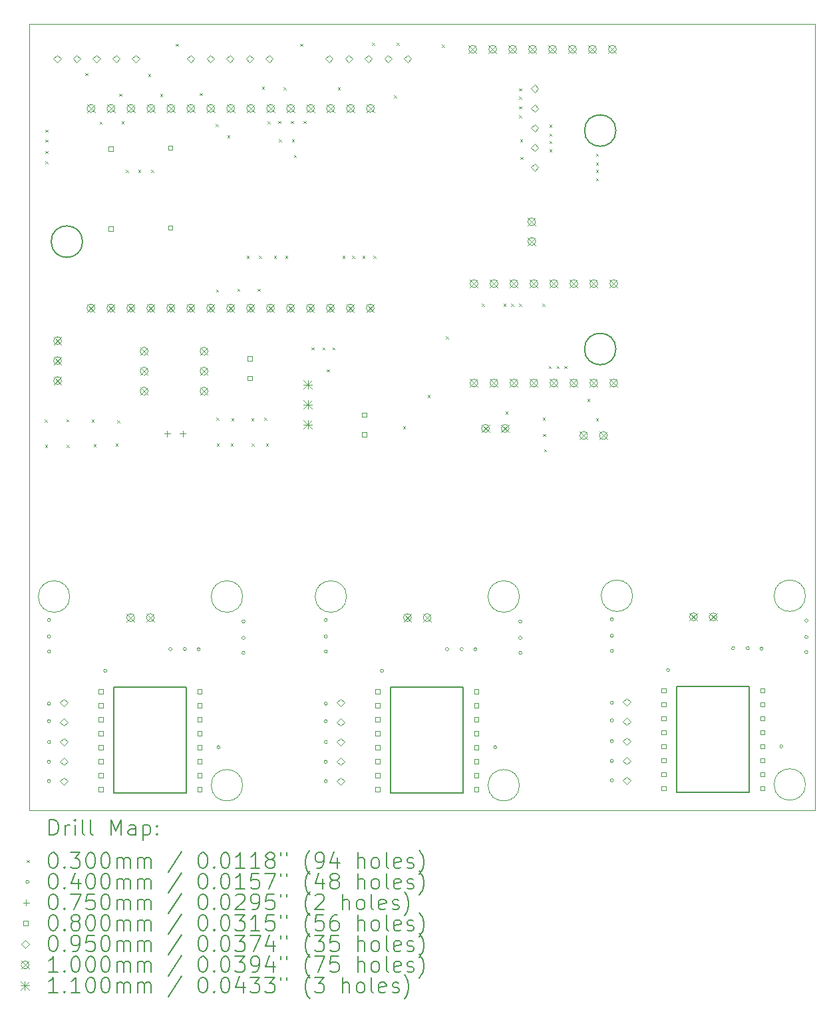
<source format=gbr>
%TF.GenerationSoftware,KiCad,Pcbnew,7.0.10*%
%TF.CreationDate,2024-01-17T23:18:36-03:00*%
%TF.ProjectId,ligeirinho,6c696765-6972-4696-9e68-6f2e6b696361,rev?*%
%TF.SameCoordinates,Original*%
%TF.FileFunction,Drillmap*%
%TF.FilePolarity,Positive*%
%FSLAX45Y45*%
G04 Gerber Fmt 4.5, Leading zero omitted, Abs format (unit mm)*
G04 Created by KiCad (PCBNEW 7.0.10) date 2024-01-17 23:18:36*
%MOMM*%
%LPD*%
G01*
G04 APERTURE LIST*
%ADD10C,0.100000*%
%ADD11C,0.050000*%
%ADD12C,0.200000*%
%ADD13C,0.150000*%
%ADD14C,0.110000*%
G04 APERTURE END LIST*
D10*
X9239000Y-11278500D02*
G75*
G03*
X8839000Y-11278500I-200000J0D01*
G01*
X8839000Y-11278500D02*
G75*
G03*
X9239000Y-11278500I200000J0D01*
G01*
X7039000Y-11278500D02*
G75*
G03*
X6639000Y-11278500I-200000J0D01*
G01*
X6639000Y-11278500D02*
G75*
G03*
X7039000Y-11278500I200000J0D01*
G01*
X9239000Y-13678500D02*
G75*
G03*
X8839000Y-13678500I-200000J0D01*
G01*
X8839000Y-13678500D02*
G75*
G03*
X9239000Y-13678500I200000J0D01*
G01*
X12879000Y-11268500D02*
G75*
G03*
X12479000Y-11268500I-200000J0D01*
G01*
X12479000Y-11268500D02*
G75*
G03*
X12879000Y-11268500I200000J0D01*
G01*
X10679000Y-11268500D02*
G75*
G03*
X10279000Y-11268500I-200000J0D01*
G01*
X10279000Y-11268500D02*
G75*
G03*
X10679000Y-11268500I200000J0D01*
G01*
X12879000Y-13668500D02*
G75*
G03*
X12479000Y-13668500I-200000J0D01*
G01*
X12479000Y-13668500D02*
G75*
G03*
X12879000Y-13668500I200000J0D01*
G01*
D11*
X3000000Y-4000000D02*
X13000000Y-4000000D01*
X13000000Y-14000000D01*
X3000000Y-14000000D01*
X3000000Y-4000000D01*
D10*
X3516600Y-11278500D02*
G75*
G03*
X3116600Y-11278500I-200000J0D01*
G01*
X3116600Y-11278500D02*
G75*
G03*
X3516600Y-11278500I200000J0D01*
G01*
X5716600Y-13678500D02*
G75*
G03*
X5316600Y-13678500I-200000J0D01*
G01*
X5316600Y-13678500D02*
G75*
G03*
X5716600Y-13678500I200000J0D01*
G01*
X5716600Y-11278500D02*
G75*
G03*
X5316600Y-11278500I-200000J0D01*
G01*
X5316600Y-11278500D02*
G75*
G03*
X5716600Y-11278500I200000J0D01*
G01*
D12*
X3679500Y-6765500D02*
G75*
G03*
X3279500Y-6765500I-200000J0D01*
G01*
X3279500Y-6765500D02*
G75*
G03*
X3679500Y-6765500I200000J0D01*
G01*
X10466500Y-5352500D02*
G75*
G03*
X10066500Y-5352500I-200000J0D01*
G01*
X10066500Y-5352500D02*
G75*
G03*
X10466500Y-5352500I200000J0D01*
G01*
X10466500Y-8130500D02*
G75*
G03*
X10066500Y-8130500I-200000J0D01*
G01*
X10066500Y-8130500D02*
G75*
G03*
X10466500Y-8130500I200000J0D01*
G01*
D13*
X7602400Y-12432500D02*
X8522400Y-12432500D01*
X7602400Y-13778500D02*
X7602400Y-12432500D01*
X8522400Y-12432500D02*
X8522400Y-13778500D01*
X8522400Y-13778500D02*
X7602400Y-13778500D01*
X11242400Y-12422500D02*
X12162400Y-12422500D01*
X11242400Y-13768500D02*
X11242400Y-12422500D01*
X12162400Y-12422500D02*
X12162400Y-13768500D01*
X12162400Y-13768500D02*
X11242400Y-13768500D01*
X4080000Y-12432500D02*
X5000000Y-12432500D01*
X4080000Y-13778500D02*
X4080000Y-12432500D01*
X5000000Y-12432500D02*
X5000000Y-13778500D01*
X5000000Y-13778500D02*
X4080000Y-13778500D01*
D12*
D10*
X3196500Y-9030500D02*
X3226500Y-9060500D01*
X3226500Y-9030500D02*
X3196500Y-9060500D01*
X3201500Y-9350500D02*
X3231500Y-9380500D01*
X3231500Y-9350500D02*
X3201500Y-9380500D01*
X3205500Y-5341500D02*
X3235500Y-5371500D01*
X3235500Y-5341500D02*
X3205500Y-5371500D01*
X3205500Y-5468500D02*
X3235500Y-5498500D01*
X3235500Y-5468500D02*
X3205500Y-5498500D01*
X3205500Y-5613500D02*
X3235500Y-5643500D01*
X3235500Y-5613500D02*
X3205500Y-5643500D01*
X3205500Y-5744500D02*
X3235500Y-5774500D01*
X3235500Y-5744500D02*
X3205500Y-5774500D01*
X3471500Y-9025500D02*
X3501500Y-9055500D01*
X3501500Y-9025500D02*
X3471500Y-9055500D01*
X3476500Y-9350500D02*
X3506500Y-9380500D01*
X3506500Y-9350500D02*
X3476500Y-9380500D01*
X3715500Y-4621500D02*
X3745500Y-4651500D01*
X3745500Y-4621500D02*
X3715500Y-4651500D01*
X3796500Y-9030500D02*
X3826500Y-9060500D01*
X3826500Y-9030500D02*
X3796500Y-9060500D01*
X3821500Y-9340500D02*
X3851500Y-9370500D01*
X3851500Y-9340500D02*
X3821500Y-9370500D01*
X3898500Y-5241500D02*
X3928500Y-5271500D01*
X3928500Y-5241500D02*
X3898500Y-5271500D01*
X4101500Y-9335500D02*
X4131500Y-9365500D01*
X4131500Y-9335500D02*
X4101500Y-9365500D01*
X4121500Y-9035500D02*
X4151500Y-9065500D01*
X4151500Y-9035500D02*
X4121500Y-9065500D01*
X4146500Y-4885500D02*
X4176500Y-4915500D01*
X4176500Y-4885500D02*
X4146500Y-4915500D01*
X4175500Y-5236500D02*
X4205500Y-5266500D01*
X4205500Y-5236500D02*
X4175500Y-5266500D01*
X4231500Y-5855500D02*
X4261500Y-5885500D01*
X4261500Y-5855500D02*
X4231500Y-5885500D01*
X4389500Y-5855500D02*
X4419500Y-5885500D01*
X4419500Y-5855500D02*
X4389500Y-5885500D01*
X4514500Y-4636500D02*
X4544500Y-4666500D01*
X4544500Y-4636500D02*
X4514500Y-4666500D01*
X4552500Y-5855500D02*
X4582500Y-5885500D01*
X4582500Y-5855500D02*
X4552500Y-5885500D01*
X4666500Y-4890500D02*
X4696500Y-4920500D01*
X4696500Y-4890500D02*
X4666500Y-4920500D01*
X4865500Y-4247500D02*
X4895500Y-4277500D01*
X4895500Y-4247500D02*
X4865500Y-4277500D01*
X5171500Y-4875500D02*
X5201500Y-4905500D01*
X5201500Y-4875500D02*
X5171500Y-4905500D01*
X5372500Y-5271500D02*
X5402500Y-5301500D01*
X5402500Y-5271500D02*
X5372500Y-5301500D01*
X5379500Y-7371500D02*
X5409500Y-7401500D01*
X5409500Y-7371500D02*
X5379500Y-7401500D01*
X5381500Y-9005500D02*
X5411500Y-9035500D01*
X5411500Y-9005500D02*
X5381500Y-9035500D01*
X5385500Y-9335500D02*
X5415500Y-9365500D01*
X5415500Y-9335500D02*
X5385500Y-9365500D01*
X5520500Y-5413500D02*
X5550500Y-5443500D01*
X5550500Y-5413500D02*
X5520500Y-5443500D01*
X5564357Y-9335500D02*
X5594357Y-9365500D01*
X5594357Y-9335500D02*
X5564357Y-9365500D01*
X5571500Y-9010500D02*
X5601500Y-9040500D01*
X5601500Y-9010500D02*
X5571500Y-9040500D01*
X5649500Y-7365500D02*
X5679500Y-7395500D01*
X5679500Y-7365500D02*
X5649500Y-7395500D01*
X5767500Y-6945500D02*
X5797500Y-6975500D01*
X5797500Y-6945500D02*
X5767500Y-6975500D01*
X5826500Y-9010500D02*
X5856500Y-9040500D01*
X5856500Y-9010500D02*
X5826500Y-9040500D01*
X5832642Y-9335500D02*
X5862642Y-9365500D01*
X5862642Y-9335500D02*
X5832642Y-9365500D01*
X5906500Y-7365500D02*
X5936500Y-7395500D01*
X5936500Y-7365500D02*
X5906500Y-7395500D01*
X5924500Y-6945500D02*
X5954500Y-6975500D01*
X5954500Y-6945500D02*
X5924500Y-6975500D01*
X5961500Y-4795500D02*
X5991500Y-4825500D01*
X5991500Y-4795500D02*
X5961500Y-4825500D01*
X5991500Y-9005500D02*
X6021500Y-9035500D01*
X6021500Y-9005500D02*
X5991500Y-9035500D01*
X6011500Y-9335500D02*
X6041500Y-9365500D01*
X6041500Y-9335500D02*
X6011500Y-9365500D01*
X6036500Y-5233500D02*
X6066500Y-5263500D01*
X6066500Y-5233500D02*
X6036500Y-5263500D01*
X6115500Y-6945500D02*
X6145500Y-6975500D01*
X6145500Y-6945500D02*
X6115500Y-6975500D01*
X6171500Y-5229500D02*
X6201500Y-5259500D01*
X6201500Y-5229500D02*
X6171500Y-5259500D01*
X6176500Y-5463500D02*
X6206500Y-5493500D01*
X6206500Y-5463500D02*
X6176500Y-5493500D01*
X6237500Y-4804500D02*
X6267500Y-4834500D01*
X6267500Y-4804500D02*
X6237500Y-4834500D01*
X6260500Y-6945500D02*
X6290500Y-6975500D01*
X6290500Y-6945500D02*
X6260500Y-6975500D01*
X6329500Y-5229500D02*
X6359500Y-5259500D01*
X6359500Y-5229500D02*
X6329500Y-5259500D01*
X6342500Y-5463500D02*
X6372500Y-5493500D01*
X6372500Y-5463500D02*
X6342500Y-5493500D01*
X6367500Y-5664500D02*
X6397500Y-5694500D01*
X6397500Y-5664500D02*
X6367500Y-5694500D01*
X6447500Y-4250500D02*
X6477500Y-4280500D01*
X6477500Y-4250500D02*
X6447500Y-4280500D01*
X6492500Y-5229500D02*
X6522500Y-5259500D01*
X6522500Y-5229500D02*
X6492500Y-5259500D01*
X6591500Y-8110500D02*
X6621500Y-8140500D01*
X6621500Y-8110500D02*
X6591500Y-8140500D01*
X6731500Y-8110500D02*
X6761500Y-8140500D01*
X6761500Y-8110500D02*
X6731500Y-8140500D01*
X6786500Y-8390500D02*
X6816500Y-8420500D01*
X6816500Y-8390500D02*
X6786500Y-8420500D01*
X6861500Y-8110500D02*
X6891500Y-8140500D01*
X6891500Y-8110500D02*
X6861500Y-8140500D01*
X6928500Y-4804500D02*
X6958500Y-4834500D01*
X6958500Y-4804500D02*
X6928500Y-4834500D01*
X6986500Y-6945500D02*
X7016500Y-6975500D01*
X7016500Y-6945500D02*
X6986500Y-6975500D01*
X7109500Y-6945500D02*
X7139500Y-6975500D01*
X7139500Y-6945500D02*
X7109500Y-6975500D01*
X7241500Y-6945500D02*
X7271500Y-6975500D01*
X7271500Y-6945500D02*
X7241500Y-6975500D01*
X7362500Y-4236500D02*
X7392500Y-4266500D01*
X7392500Y-4236500D02*
X7362500Y-4266500D01*
X7380500Y-6945500D02*
X7410500Y-6975500D01*
X7410500Y-6945500D02*
X7380500Y-6975500D01*
X7641500Y-4905500D02*
X7671500Y-4935500D01*
X7671500Y-4905500D02*
X7641500Y-4935500D01*
X7678500Y-4236500D02*
X7708500Y-4266500D01*
X7708500Y-4236500D02*
X7678500Y-4266500D01*
X7756500Y-9115500D02*
X7786500Y-9145500D01*
X7786500Y-9115500D02*
X7756500Y-9145500D01*
X8071500Y-8715500D02*
X8101500Y-8745500D01*
X8101500Y-8715500D02*
X8071500Y-8745500D01*
X8253500Y-4262500D02*
X8283500Y-4292500D01*
X8283500Y-4262500D02*
X8253500Y-4292500D01*
X8301500Y-7970500D02*
X8331500Y-8000500D01*
X8331500Y-7970500D02*
X8301500Y-8000500D01*
X8759500Y-7555500D02*
X8789500Y-7585500D01*
X8789500Y-7555500D02*
X8759500Y-7585500D01*
X9037500Y-7555500D02*
X9067500Y-7585500D01*
X9067500Y-7555500D02*
X9037500Y-7585500D01*
X9060500Y-8928500D02*
X9090500Y-8958500D01*
X9090500Y-8928500D02*
X9060500Y-8958500D01*
X9135500Y-7555500D02*
X9165500Y-7585500D01*
X9165500Y-7555500D02*
X9135500Y-7585500D01*
X9233500Y-7555500D02*
X9263500Y-7585500D01*
X9263500Y-7555500D02*
X9233500Y-7585500D01*
X9235500Y-4817500D02*
X9265500Y-4847500D01*
X9265500Y-4817500D02*
X9235500Y-4847500D01*
X9235500Y-4921500D02*
X9265500Y-4951500D01*
X9265500Y-4921500D02*
X9235500Y-4951500D01*
X9235500Y-5043500D02*
X9265500Y-5073500D01*
X9265500Y-5043500D02*
X9235500Y-5073500D01*
X9235500Y-5159500D02*
X9265500Y-5189500D01*
X9265500Y-5159500D02*
X9235500Y-5189500D01*
X9247500Y-5462500D02*
X9277500Y-5492500D01*
X9277500Y-5462500D02*
X9247500Y-5492500D01*
X9252500Y-5688500D02*
X9282500Y-5718500D01*
X9282500Y-5688500D02*
X9252500Y-5718500D01*
X9529500Y-7555500D02*
X9559500Y-7585500D01*
X9559500Y-7555500D02*
X9529500Y-7585500D01*
X9536500Y-9005500D02*
X9566500Y-9035500D01*
X9566500Y-9005500D02*
X9536500Y-9035500D01*
X9541500Y-9210500D02*
X9571500Y-9240500D01*
X9571500Y-9210500D02*
X9541500Y-9240500D01*
X9551500Y-9405500D02*
X9581500Y-9435500D01*
X9581500Y-9405500D02*
X9551500Y-9435500D01*
X9613500Y-8347500D02*
X9643500Y-8377500D01*
X9643500Y-8347500D02*
X9613500Y-8377500D01*
X9621500Y-5278500D02*
X9651500Y-5308500D01*
X9651500Y-5278500D02*
X9621500Y-5308500D01*
X9621500Y-5391500D02*
X9651500Y-5421500D01*
X9651500Y-5391500D02*
X9621500Y-5421500D01*
X9621500Y-5486500D02*
X9651500Y-5516500D01*
X9651500Y-5486500D02*
X9621500Y-5516500D01*
X9621500Y-5590500D02*
X9651500Y-5620500D01*
X9651500Y-5590500D02*
X9621500Y-5620500D01*
X9711500Y-8347500D02*
X9741500Y-8377500D01*
X9741500Y-8347500D02*
X9711500Y-8377500D01*
X9809500Y-8347500D02*
X9839500Y-8377500D01*
X9839500Y-8347500D02*
X9809500Y-8377500D01*
X10103500Y-8766500D02*
X10133500Y-8796500D01*
X10133500Y-8766500D02*
X10103500Y-8796500D01*
X10212500Y-9013500D02*
X10242500Y-9043500D01*
X10242500Y-9013500D02*
X10212500Y-9043500D01*
X10214500Y-5646500D02*
X10244500Y-5676500D01*
X10244500Y-5646500D02*
X10214500Y-5676500D01*
X10214500Y-5759500D02*
X10244500Y-5789500D01*
X10244500Y-5759500D02*
X10214500Y-5789500D01*
X10214500Y-5854500D02*
X10244500Y-5884500D01*
X10244500Y-5854500D02*
X10214500Y-5884500D01*
X10214500Y-5958500D02*
X10244500Y-5988500D01*
X10244500Y-5958500D02*
X10214500Y-5988500D01*
X3272600Y-11577500D02*
G75*
G03*
X3232600Y-11577500I-20000J0D01*
G01*
X3232600Y-11577500D02*
G75*
G03*
X3272600Y-11577500I20000J0D01*
G01*
X3272600Y-11786500D02*
G75*
G03*
X3232600Y-11786500I-20000J0D01*
G01*
X3232600Y-11786500D02*
G75*
G03*
X3272600Y-11786500I20000J0D01*
G01*
X3272600Y-11978500D02*
G75*
G03*
X3232600Y-11978500I-20000J0D01*
G01*
X3232600Y-11978500D02*
G75*
G03*
X3272600Y-11978500I20000J0D01*
G01*
X3272600Y-12640500D02*
G75*
G03*
X3232600Y-12640500I-20000J0D01*
G01*
X3232600Y-12640500D02*
G75*
G03*
X3272600Y-12640500I20000J0D01*
G01*
X3272600Y-12863500D02*
G75*
G03*
X3232600Y-12863500I-20000J0D01*
G01*
X3232600Y-12863500D02*
G75*
G03*
X3272600Y-12863500I20000J0D01*
G01*
X3272600Y-13127500D02*
G75*
G03*
X3232600Y-13127500I-20000J0D01*
G01*
X3232600Y-13127500D02*
G75*
G03*
X3272600Y-13127500I20000J0D01*
G01*
X3272600Y-13379500D02*
G75*
G03*
X3232600Y-13379500I-20000J0D01*
G01*
X3232600Y-13379500D02*
G75*
G03*
X3272600Y-13379500I20000J0D01*
G01*
X3272600Y-13625500D02*
G75*
G03*
X3232600Y-13625500I-20000J0D01*
G01*
X3232600Y-13625500D02*
G75*
G03*
X3272600Y-13625500I20000J0D01*
G01*
X3988000Y-12221950D02*
G75*
G03*
X3948000Y-12221950I-20000J0D01*
G01*
X3948000Y-12221950D02*
G75*
G03*
X3988000Y-12221950I20000J0D01*
G01*
X4816600Y-11946500D02*
G75*
G03*
X4776600Y-11946500I-20000J0D01*
G01*
X4776600Y-11946500D02*
G75*
G03*
X4816600Y-11946500I20000J0D01*
G01*
X5001600Y-11946500D02*
G75*
G03*
X4961600Y-11946500I-20000J0D01*
G01*
X4961600Y-11946500D02*
G75*
G03*
X5001600Y-11946500I20000J0D01*
G01*
X5176600Y-11949500D02*
G75*
G03*
X5136600Y-11949500I-20000J0D01*
G01*
X5136600Y-11949500D02*
G75*
G03*
X5176600Y-11949500I20000J0D01*
G01*
X5428500Y-13194200D02*
G75*
G03*
X5388500Y-13194200I-20000J0D01*
G01*
X5388500Y-13194200D02*
G75*
G03*
X5428500Y-13194200I20000J0D01*
G01*
X5747600Y-11594500D02*
G75*
G03*
X5707600Y-11594500I-20000J0D01*
G01*
X5707600Y-11594500D02*
G75*
G03*
X5747600Y-11594500I20000J0D01*
G01*
X5747600Y-11803500D02*
G75*
G03*
X5707600Y-11803500I-20000J0D01*
G01*
X5707600Y-11803500D02*
G75*
G03*
X5747600Y-11803500I20000J0D01*
G01*
X5747600Y-11995500D02*
G75*
G03*
X5707600Y-11995500I-20000J0D01*
G01*
X5707600Y-11995500D02*
G75*
G03*
X5747600Y-11995500I20000J0D01*
G01*
X6795000Y-11577500D02*
G75*
G03*
X6755000Y-11577500I-20000J0D01*
G01*
X6755000Y-11577500D02*
G75*
G03*
X6795000Y-11577500I20000J0D01*
G01*
X6795000Y-11786500D02*
G75*
G03*
X6755000Y-11786500I-20000J0D01*
G01*
X6755000Y-11786500D02*
G75*
G03*
X6795000Y-11786500I20000J0D01*
G01*
X6795000Y-11978500D02*
G75*
G03*
X6755000Y-11978500I-20000J0D01*
G01*
X6755000Y-11978500D02*
G75*
G03*
X6795000Y-11978500I20000J0D01*
G01*
X6795000Y-12640500D02*
G75*
G03*
X6755000Y-12640500I-20000J0D01*
G01*
X6755000Y-12640500D02*
G75*
G03*
X6795000Y-12640500I20000J0D01*
G01*
X6795000Y-12863500D02*
G75*
G03*
X6755000Y-12863500I-20000J0D01*
G01*
X6755000Y-12863500D02*
G75*
G03*
X6795000Y-12863500I20000J0D01*
G01*
X6795000Y-13127500D02*
G75*
G03*
X6755000Y-13127500I-20000J0D01*
G01*
X6755000Y-13127500D02*
G75*
G03*
X6795000Y-13127500I20000J0D01*
G01*
X6795000Y-13379500D02*
G75*
G03*
X6755000Y-13379500I-20000J0D01*
G01*
X6755000Y-13379500D02*
G75*
G03*
X6795000Y-13379500I20000J0D01*
G01*
X6795000Y-13625500D02*
G75*
G03*
X6755000Y-13625500I-20000J0D01*
G01*
X6755000Y-13625500D02*
G75*
G03*
X6795000Y-13625500I20000J0D01*
G01*
X7510400Y-12221950D02*
G75*
G03*
X7470400Y-12221950I-20000J0D01*
G01*
X7470400Y-12221950D02*
G75*
G03*
X7510400Y-12221950I20000J0D01*
G01*
X8339000Y-11946500D02*
G75*
G03*
X8299000Y-11946500I-20000J0D01*
G01*
X8299000Y-11946500D02*
G75*
G03*
X8339000Y-11946500I20000J0D01*
G01*
X8524000Y-11946500D02*
G75*
G03*
X8484000Y-11946500I-20000J0D01*
G01*
X8484000Y-11946500D02*
G75*
G03*
X8524000Y-11946500I20000J0D01*
G01*
X8699000Y-11949500D02*
G75*
G03*
X8659000Y-11949500I-20000J0D01*
G01*
X8659000Y-11949500D02*
G75*
G03*
X8699000Y-11949500I20000J0D01*
G01*
X8950900Y-13194200D02*
G75*
G03*
X8910900Y-13194200I-20000J0D01*
G01*
X8910900Y-13194200D02*
G75*
G03*
X8950900Y-13194200I20000J0D01*
G01*
X9270000Y-11594500D02*
G75*
G03*
X9230000Y-11594500I-20000J0D01*
G01*
X9230000Y-11594500D02*
G75*
G03*
X9270000Y-11594500I20000J0D01*
G01*
X9270000Y-11803500D02*
G75*
G03*
X9230000Y-11803500I-20000J0D01*
G01*
X9230000Y-11803500D02*
G75*
G03*
X9270000Y-11803500I20000J0D01*
G01*
X9270000Y-11995500D02*
G75*
G03*
X9230000Y-11995500I-20000J0D01*
G01*
X9230000Y-11995500D02*
G75*
G03*
X9270000Y-11995500I20000J0D01*
G01*
X10435000Y-11567500D02*
G75*
G03*
X10395000Y-11567500I-20000J0D01*
G01*
X10395000Y-11567500D02*
G75*
G03*
X10435000Y-11567500I20000J0D01*
G01*
X10435000Y-11776500D02*
G75*
G03*
X10395000Y-11776500I-20000J0D01*
G01*
X10395000Y-11776500D02*
G75*
G03*
X10435000Y-11776500I20000J0D01*
G01*
X10435000Y-11968500D02*
G75*
G03*
X10395000Y-11968500I-20000J0D01*
G01*
X10395000Y-11968500D02*
G75*
G03*
X10435000Y-11968500I20000J0D01*
G01*
X10435000Y-12630500D02*
G75*
G03*
X10395000Y-12630500I-20000J0D01*
G01*
X10395000Y-12630500D02*
G75*
G03*
X10435000Y-12630500I20000J0D01*
G01*
X10435000Y-12853500D02*
G75*
G03*
X10395000Y-12853500I-20000J0D01*
G01*
X10395000Y-12853500D02*
G75*
G03*
X10435000Y-12853500I20000J0D01*
G01*
X10435000Y-13117500D02*
G75*
G03*
X10395000Y-13117500I-20000J0D01*
G01*
X10395000Y-13117500D02*
G75*
G03*
X10435000Y-13117500I20000J0D01*
G01*
X10435000Y-13369500D02*
G75*
G03*
X10395000Y-13369500I-20000J0D01*
G01*
X10395000Y-13369500D02*
G75*
G03*
X10435000Y-13369500I20000J0D01*
G01*
X10435000Y-13615500D02*
G75*
G03*
X10395000Y-13615500I-20000J0D01*
G01*
X10395000Y-13615500D02*
G75*
G03*
X10435000Y-13615500I20000J0D01*
G01*
X11150400Y-12211950D02*
G75*
G03*
X11110400Y-12211950I-20000J0D01*
G01*
X11110400Y-12211950D02*
G75*
G03*
X11150400Y-12211950I20000J0D01*
G01*
X11979000Y-11936500D02*
G75*
G03*
X11939000Y-11936500I-20000J0D01*
G01*
X11939000Y-11936500D02*
G75*
G03*
X11979000Y-11936500I20000J0D01*
G01*
X12164000Y-11936500D02*
G75*
G03*
X12124000Y-11936500I-20000J0D01*
G01*
X12124000Y-11936500D02*
G75*
G03*
X12164000Y-11936500I20000J0D01*
G01*
X12339000Y-11939500D02*
G75*
G03*
X12299000Y-11939500I-20000J0D01*
G01*
X12299000Y-11939500D02*
G75*
G03*
X12339000Y-11939500I20000J0D01*
G01*
X12590900Y-13184200D02*
G75*
G03*
X12550900Y-13184200I-20000J0D01*
G01*
X12550900Y-13184200D02*
G75*
G03*
X12590900Y-13184200I20000J0D01*
G01*
X12910000Y-11584500D02*
G75*
G03*
X12870000Y-11584500I-20000J0D01*
G01*
X12870000Y-11584500D02*
G75*
G03*
X12910000Y-11584500I20000J0D01*
G01*
X12910000Y-11793500D02*
G75*
G03*
X12870000Y-11793500I-20000J0D01*
G01*
X12870000Y-11793500D02*
G75*
G03*
X12910000Y-11793500I20000J0D01*
G01*
X12910000Y-11985500D02*
G75*
G03*
X12870000Y-11985500I-20000J0D01*
G01*
X12870000Y-11985500D02*
G75*
G03*
X12910000Y-11985500I20000J0D01*
G01*
X4756500Y-9168000D02*
X4756500Y-9243000D01*
X4719000Y-9205500D02*
X4794000Y-9205500D01*
X4956500Y-9168000D02*
X4956500Y-9243000D01*
X4919000Y-9205500D02*
X4994000Y-9205500D01*
X3938284Y-12510784D02*
X3938284Y-12454215D01*
X3881715Y-12454215D01*
X3881715Y-12510784D01*
X3938284Y-12510784D01*
X3938284Y-12688784D02*
X3938284Y-12632215D01*
X3881715Y-12632215D01*
X3881715Y-12688784D01*
X3938284Y-12688784D01*
X3938284Y-12866784D02*
X3938284Y-12810215D01*
X3881715Y-12810215D01*
X3881715Y-12866784D01*
X3938284Y-12866784D01*
X3938284Y-13044784D02*
X3938284Y-12988215D01*
X3881715Y-12988215D01*
X3881715Y-13044784D01*
X3938284Y-13044784D01*
X3938284Y-13222784D02*
X3938284Y-13166215D01*
X3881715Y-13166215D01*
X3881715Y-13222784D01*
X3938284Y-13222784D01*
X3938284Y-13400784D02*
X3938284Y-13344215D01*
X3881715Y-13344215D01*
X3881715Y-13400784D01*
X3938284Y-13400784D01*
X3938284Y-13578784D02*
X3938284Y-13522215D01*
X3881715Y-13522215D01*
X3881715Y-13578784D01*
X3938284Y-13578784D01*
X3938284Y-13756784D02*
X3938284Y-13700215D01*
X3881715Y-13700215D01*
X3881715Y-13756784D01*
X3938284Y-13756784D01*
X4064784Y-5610784D02*
X4064784Y-5554216D01*
X4008215Y-5554216D01*
X4008215Y-5610784D01*
X4064784Y-5610784D01*
X4064784Y-6626784D02*
X4064784Y-6570215D01*
X4008215Y-6570215D01*
X4008215Y-6626784D01*
X4064784Y-6626784D01*
X4824785Y-5600784D02*
X4824785Y-5544216D01*
X4768216Y-5544216D01*
X4768216Y-5600784D01*
X4824785Y-5600784D01*
X4824785Y-6616784D02*
X4824785Y-6560215D01*
X4768216Y-6560215D01*
X4768216Y-6616784D01*
X4824785Y-6616784D01*
X5198285Y-12510784D02*
X5198285Y-12454215D01*
X5141716Y-12454215D01*
X5141716Y-12510784D01*
X5198285Y-12510784D01*
X5198285Y-12688784D02*
X5198285Y-12632215D01*
X5141716Y-12632215D01*
X5141716Y-12688784D01*
X5198285Y-12688784D01*
X5198285Y-12866784D02*
X5198285Y-12810215D01*
X5141716Y-12810215D01*
X5141716Y-12866784D01*
X5198285Y-12866784D01*
X5198285Y-13044784D02*
X5198285Y-12988215D01*
X5141716Y-12988215D01*
X5141716Y-13044784D01*
X5198285Y-13044784D01*
X5198285Y-13222784D02*
X5198285Y-13166215D01*
X5141716Y-13166215D01*
X5141716Y-13222784D01*
X5198285Y-13222784D01*
X5198285Y-13400784D02*
X5198285Y-13344215D01*
X5141716Y-13344215D01*
X5141716Y-13400784D01*
X5198285Y-13400784D01*
X5198285Y-13578784D02*
X5198285Y-13522215D01*
X5141716Y-13522215D01*
X5141716Y-13578784D01*
X5198285Y-13578784D01*
X5198285Y-13756784D02*
X5198285Y-13700215D01*
X5141716Y-13700215D01*
X5141716Y-13756784D01*
X5198285Y-13756784D01*
X5834784Y-8278784D02*
X5834784Y-8222215D01*
X5778215Y-8222215D01*
X5778215Y-8278784D01*
X5834784Y-8278784D01*
X5834784Y-8528785D02*
X5834784Y-8472216D01*
X5778215Y-8472216D01*
X5778215Y-8528785D01*
X5834784Y-8528785D01*
X7294784Y-8995547D02*
X7294784Y-8938978D01*
X7238215Y-8938978D01*
X7238215Y-8995547D01*
X7294784Y-8995547D01*
X7294784Y-9245547D02*
X7294784Y-9188978D01*
X7238215Y-9188978D01*
X7238215Y-9245547D01*
X7294784Y-9245547D01*
X7460684Y-12510784D02*
X7460684Y-12454215D01*
X7404115Y-12454215D01*
X7404115Y-12510784D01*
X7460684Y-12510784D01*
X7460684Y-12688784D02*
X7460684Y-12632215D01*
X7404115Y-12632215D01*
X7404115Y-12688784D01*
X7460684Y-12688784D01*
X7460684Y-12866784D02*
X7460684Y-12810215D01*
X7404115Y-12810215D01*
X7404115Y-12866784D01*
X7460684Y-12866784D01*
X7460684Y-13044784D02*
X7460684Y-12988215D01*
X7404115Y-12988215D01*
X7404115Y-13044784D01*
X7460684Y-13044784D01*
X7460684Y-13222784D02*
X7460684Y-13166215D01*
X7404115Y-13166215D01*
X7404115Y-13222784D01*
X7460684Y-13222784D01*
X7460684Y-13400784D02*
X7460684Y-13344215D01*
X7404115Y-13344215D01*
X7404115Y-13400784D01*
X7460684Y-13400784D01*
X7460684Y-13578784D02*
X7460684Y-13522215D01*
X7404115Y-13522215D01*
X7404115Y-13578784D01*
X7460684Y-13578784D01*
X7460684Y-13756784D02*
X7460684Y-13700215D01*
X7404115Y-13700215D01*
X7404115Y-13756784D01*
X7460684Y-13756784D01*
X8720685Y-12510784D02*
X8720685Y-12454215D01*
X8664116Y-12454215D01*
X8664116Y-12510784D01*
X8720685Y-12510784D01*
X8720685Y-12688784D02*
X8720685Y-12632215D01*
X8664116Y-12632215D01*
X8664116Y-12688784D01*
X8720685Y-12688784D01*
X8720685Y-12866784D02*
X8720685Y-12810215D01*
X8664116Y-12810215D01*
X8664116Y-12866784D01*
X8720685Y-12866784D01*
X8720685Y-13044784D02*
X8720685Y-12988215D01*
X8664116Y-12988215D01*
X8664116Y-13044784D01*
X8720685Y-13044784D01*
X8720685Y-13222784D02*
X8720685Y-13166215D01*
X8664116Y-13166215D01*
X8664116Y-13222784D01*
X8720685Y-13222784D01*
X8720685Y-13400784D02*
X8720685Y-13344215D01*
X8664116Y-13344215D01*
X8664116Y-13400784D01*
X8720685Y-13400784D01*
X8720685Y-13578784D02*
X8720685Y-13522215D01*
X8664116Y-13522215D01*
X8664116Y-13578784D01*
X8720685Y-13578784D01*
X8720685Y-13756784D02*
X8720685Y-13700215D01*
X8664116Y-13700215D01*
X8664116Y-13756784D01*
X8720685Y-13756784D01*
X11100685Y-12500784D02*
X11100685Y-12444215D01*
X11044116Y-12444215D01*
X11044116Y-12500784D01*
X11100685Y-12500784D01*
X11100685Y-12678784D02*
X11100685Y-12622215D01*
X11044116Y-12622215D01*
X11044116Y-12678784D01*
X11100685Y-12678784D01*
X11100685Y-12856784D02*
X11100685Y-12800215D01*
X11044116Y-12800215D01*
X11044116Y-12856784D01*
X11100685Y-12856784D01*
X11100685Y-13034784D02*
X11100685Y-12978215D01*
X11044116Y-12978215D01*
X11044116Y-13034784D01*
X11100685Y-13034784D01*
X11100685Y-13212784D02*
X11100685Y-13156215D01*
X11044116Y-13156215D01*
X11044116Y-13212784D01*
X11100685Y-13212784D01*
X11100685Y-13390784D02*
X11100685Y-13334215D01*
X11044116Y-13334215D01*
X11044116Y-13390784D01*
X11100685Y-13390784D01*
X11100685Y-13568784D02*
X11100685Y-13512215D01*
X11044116Y-13512215D01*
X11044116Y-13568784D01*
X11100685Y-13568784D01*
X11100685Y-13746784D02*
X11100685Y-13690215D01*
X11044116Y-13690215D01*
X11044116Y-13746784D01*
X11100685Y-13746784D01*
X12360684Y-12500784D02*
X12360684Y-12444215D01*
X12304115Y-12444215D01*
X12304115Y-12500784D01*
X12360684Y-12500784D01*
X12360684Y-12678784D02*
X12360684Y-12622215D01*
X12304115Y-12622215D01*
X12304115Y-12678784D01*
X12360684Y-12678784D01*
X12360684Y-12856784D02*
X12360684Y-12800215D01*
X12304115Y-12800215D01*
X12304115Y-12856784D01*
X12360684Y-12856784D01*
X12360684Y-13034784D02*
X12360684Y-12978215D01*
X12304115Y-12978215D01*
X12304115Y-13034784D01*
X12360684Y-13034784D01*
X12360684Y-13212784D02*
X12360684Y-13156215D01*
X12304115Y-13156215D01*
X12304115Y-13212784D01*
X12360684Y-13212784D01*
X12360684Y-13390784D02*
X12360684Y-13334215D01*
X12304115Y-13334215D01*
X12304115Y-13390784D01*
X12360684Y-13390784D01*
X12360684Y-13568784D02*
X12360684Y-13512215D01*
X12304115Y-13512215D01*
X12304115Y-13568784D01*
X12360684Y-13568784D01*
X12360684Y-13746784D02*
X12360684Y-13690215D01*
X12304115Y-13690215D01*
X12304115Y-13746784D01*
X12360684Y-13746784D01*
X3356500Y-4488000D02*
X3404000Y-4440500D01*
X3356500Y-4393000D01*
X3309000Y-4440500D01*
X3356500Y-4488000D01*
X3442000Y-12675000D02*
X3489500Y-12627500D01*
X3442000Y-12580000D01*
X3394500Y-12627500D01*
X3442000Y-12675000D01*
X3442000Y-12925000D02*
X3489500Y-12877500D01*
X3442000Y-12830000D01*
X3394500Y-12877500D01*
X3442000Y-12925000D01*
X3442000Y-13175000D02*
X3489500Y-13127500D01*
X3442000Y-13080000D01*
X3394500Y-13127500D01*
X3442000Y-13175000D01*
X3442000Y-13425000D02*
X3489500Y-13377500D01*
X3442000Y-13330000D01*
X3394500Y-13377500D01*
X3442000Y-13425000D01*
X3442000Y-13675000D02*
X3489500Y-13627500D01*
X3442000Y-13580000D01*
X3394500Y-13627500D01*
X3442000Y-13675000D01*
X3606500Y-4488000D02*
X3654000Y-4440500D01*
X3606500Y-4393000D01*
X3559000Y-4440500D01*
X3606500Y-4488000D01*
X3856500Y-4488000D02*
X3904000Y-4440500D01*
X3856500Y-4393000D01*
X3809000Y-4440500D01*
X3856500Y-4488000D01*
X4106500Y-4488000D02*
X4154000Y-4440500D01*
X4106500Y-4393000D01*
X4059000Y-4440500D01*
X4106500Y-4488000D01*
X4356500Y-4488000D02*
X4404000Y-4440500D01*
X4356500Y-4393000D01*
X4309000Y-4440500D01*
X4356500Y-4488000D01*
X5056500Y-4488000D02*
X5104000Y-4440500D01*
X5056500Y-4393000D01*
X5009000Y-4440500D01*
X5056500Y-4488000D01*
X5306500Y-4488000D02*
X5354000Y-4440500D01*
X5306500Y-4393000D01*
X5259000Y-4440500D01*
X5306500Y-4488000D01*
X5556500Y-4488000D02*
X5604000Y-4440500D01*
X5556500Y-4393000D01*
X5509000Y-4440500D01*
X5556500Y-4488000D01*
X5806500Y-4488000D02*
X5854000Y-4440500D01*
X5806500Y-4393000D01*
X5759000Y-4440500D01*
X5806500Y-4488000D01*
X6056500Y-4488000D02*
X6104000Y-4440500D01*
X6056500Y-4393000D01*
X6009000Y-4440500D01*
X6056500Y-4488000D01*
X6816500Y-4488000D02*
X6864000Y-4440500D01*
X6816500Y-4393000D01*
X6769000Y-4440500D01*
X6816500Y-4488000D01*
X6964400Y-12675000D02*
X7011900Y-12627500D01*
X6964400Y-12580000D01*
X6916900Y-12627500D01*
X6964400Y-12675000D01*
X6964400Y-12925000D02*
X7011900Y-12877500D01*
X6964400Y-12830000D01*
X6916900Y-12877500D01*
X6964400Y-12925000D01*
X6964400Y-13175000D02*
X7011900Y-13127500D01*
X6964400Y-13080000D01*
X6916900Y-13127500D01*
X6964400Y-13175000D01*
X6964400Y-13425000D02*
X7011900Y-13377500D01*
X6964400Y-13330000D01*
X6916900Y-13377500D01*
X6964400Y-13425000D01*
X6964400Y-13675000D02*
X7011900Y-13627500D01*
X6964400Y-13580000D01*
X6916900Y-13627500D01*
X6964400Y-13675000D01*
X7066500Y-4488000D02*
X7114000Y-4440500D01*
X7066500Y-4393000D01*
X7019000Y-4440500D01*
X7066500Y-4488000D01*
X7316500Y-4488000D02*
X7364000Y-4440500D01*
X7316500Y-4393000D01*
X7269000Y-4440500D01*
X7316500Y-4488000D01*
X7566500Y-4488000D02*
X7614000Y-4440500D01*
X7566500Y-4393000D01*
X7519000Y-4440500D01*
X7566500Y-4488000D01*
X7816500Y-4488000D02*
X7864000Y-4440500D01*
X7816500Y-4393000D01*
X7769000Y-4440500D01*
X7816500Y-4488000D01*
X9433500Y-4867000D02*
X9481000Y-4819500D01*
X9433500Y-4772000D01*
X9386000Y-4819500D01*
X9433500Y-4867000D01*
X9433500Y-5117000D02*
X9481000Y-5069500D01*
X9433500Y-5022000D01*
X9386000Y-5069500D01*
X9433500Y-5117000D01*
X9433500Y-5367000D02*
X9481000Y-5319500D01*
X9433500Y-5272000D01*
X9386000Y-5319500D01*
X9433500Y-5367000D01*
X9433500Y-5617000D02*
X9481000Y-5569500D01*
X9433500Y-5522000D01*
X9386000Y-5569500D01*
X9433500Y-5617000D01*
X9433500Y-5867000D02*
X9481000Y-5819500D01*
X9433500Y-5772000D01*
X9386000Y-5819500D01*
X9433500Y-5867000D01*
X10604400Y-12665000D02*
X10651900Y-12617500D01*
X10604400Y-12570000D01*
X10556900Y-12617500D01*
X10604400Y-12665000D01*
X10604400Y-12915000D02*
X10651900Y-12867500D01*
X10604400Y-12820000D01*
X10556900Y-12867500D01*
X10604400Y-12915000D01*
X10604400Y-13165000D02*
X10651900Y-13117500D01*
X10604400Y-13070000D01*
X10556900Y-13117500D01*
X10604400Y-13165000D01*
X10604400Y-13415000D02*
X10651900Y-13367500D01*
X10604400Y-13320000D01*
X10556900Y-13367500D01*
X10604400Y-13415000D01*
X10604400Y-13665000D02*
X10651900Y-13617500D01*
X10604400Y-13570000D01*
X10556900Y-13617500D01*
X10604400Y-13665000D01*
X3311500Y-7975500D02*
X3411500Y-8075500D01*
X3411500Y-7975500D02*
X3311500Y-8075500D01*
X3411500Y-8025500D02*
G75*
G03*
X3311500Y-8025500I-50000J0D01*
G01*
X3311500Y-8025500D02*
G75*
G03*
X3411500Y-8025500I50000J0D01*
G01*
X3311500Y-8229500D02*
X3411500Y-8329500D01*
X3411500Y-8229500D02*
X3311500Y-8329500D01*
X3411500Y-8279500D02*
G75*
G03*
X3311500Y-8279500I-50000J0D01*
G01*
X3311500Y-8279500D02*
G75*
G03*
X3411500Y-8279500I50000J0D01*
G01*
X3311500Y-8483500D02*
X3411500Y-8583500D01*
X3411500Y-8483500D02*
X3311500Y-8583500D01*
X3411500Y-8533500D02*
G75*
G03*
X3311500Y-8533500I-50000J0D01*
G01*
X3311500Y-8533500D02*
G75*
G03*
X3411500Y-8533500I50000J0D01*
G01*
X3734500Y-7559500D02*
X3834500Y-7659500D01*
X3834500Y-7559500D02*
X3734500Y-7659500D01*
X3834500Y-7609500D02*
G75*
G03*
X3734500Y-7609500I-50000J0D01*
G01*
X3734500Y-7609500D02*
G75*
G03*
X3834500Y-7609500I50000J0D01*
G01*
X3736500Y-5020500D02*
X3836500Y-5120500D01*
X3836500Y-5020500D02*
X3736500Y-5120500D01*
X3836500Y-5070500D02*
G75*
G03*
X3736500Y-5070500I-50000J0D01*
G01*
X3736500Y-5070500D02*
G75*
G03*
X3836500Y-5070500I50000J0D01*
G01*
X3988500Y-7559500D02*
X4088500Y-7659500D01*
X4088500Y-7559500D02*
X3988500Y-7659500D01*
X4088500Y-7609500D02*
G75*
G03*
X3988500Y-7609500I-50000J0D01*
G01*
X3988500Y-7609500D02*
G75*
G03*
X4088500Y-7609500I50000J0D01*
G01*
X3990500Y-5020500D02*
X4090500Y-5120500D01*
X4090500Y-5020500D02*
X3990500Y-5120500D01*
X4090500Y-5070500D02*
G75*
G03*
X3990500Y-5070500I-50000J0D01*
G01*
X3990500Y-5070500D02*
G75*
G03*
X4090500Y-5070500I50000J0D01*
G01*
X4241600Y-11496600D02*
X4341600Y-11596600D01*
X4341600Y-11496600D02*
X4241600Y-11596600D01*
X4341600Y-11546600D02*
G75*
G03*
X4241600Y-11546600I-50000J0D01*
G01*
X4241600Y-11546600D02*
G75*
G03*
X4341600Y-11546600I50000J0D01*
G01*
X4242500Y-7559500D02*
X4342500Y-7659500D01*
X4342500Y-7559500D02*
X4242500Y-7659500D01*
X4342500Y-7609500D02*
G75*
G03*
X4242500Y-7609500I-50000J0D01*
G01*
X4242500Y-7609500D02*
G75*
G03*
X4342500Y-7609500I50000J0D01*
G01*
X4244500Y-5020500D02*
X4344500Y-5120500D01*
X4344500Y-5020500D02*
X4244500Y-5120500D01*
X4344500Y-5070500D02*
G75*
G03*
X4244500Y-5070500I-50000J0D01*
G01*
X4244500Y-5070500D02*
G75*
G03*
X4344500Y-5070500I50000J0D01*
G01*
X4412750Y-8108750D02*
X4512750Y-8208750D01*
X4512750Y-8108750D02*
X4412750Y-8208750D01*
X4512750Y-8158750D02*
G75*
G03*
X4412750Y-8158750I-50000J0D01*
G01*
X4412750Y-8158750D02*
G75*
G03*
X4512750Y-8158750I50000J0D01*
G01*
X4412750Y-8362750D02*
X4512750Y-8462750D01*
X4512750Y-8362750D02*
X4412750Y-8462750D01*
X4512750Y-8412750D02*
G75*
G03*
X4412750Y-8412750I-50000J0D01*
G01*
X4412750Y-8412750D02*
G75*
G03*
X4512750Y-8412750I50000J0D01*
G01*
X4412750Y-8616750D02*
X4512750Y-8716750D01*
X4512750Y-8616750D02*
X4412750Y-8716750D01*
X4512750Y-8666750D02*
G75*
G03*
X4412750Y-8666750I-50000J0D01*
G01*
X4412750Y-8666750D02*
G75*
G03*
X4512750Y-8666750I50000J0D01*
G01*
X4491600Y-11496600D02*
X4591600Y-11596600D01*
X4591600Y-11496600D02*
X4491600Y-11596600D01*
X4591600Y-11546600D02*
G75*
G03*
X4491600Y-11546600I-50000J0D01*
G01*
X4491600Y-11546600D02*
G75*
G03*
X4591600Y-11546600I50000J0D01*
G01*
X4496500Y-7559500D02*
X4596500Y-7659500D01*
X4596500Y-7559500D02*
X4496500Y-7659500D01*
X4596500Y-7609500D02*
G75*
G03*
X4496500Y-7609500I-50000J0D01*
G01*
X4496500Y-7609500D02*
G75*
G03*
X4596500Y-7609500I50000J0D01*
G01*
X4498500Y-5020500D02*
X4598500Y-5120500D01*
X4598500Y-5020500D02*
X4498500Y-5120500D01*
X4598500Y-5070500D02*
G75*
G03*
X4498500Y-5070500I-50000J0D01*
G01*
X4498500Y-5070500D02*
G75*
G03*
X4598500Y-5070500I50000J0D01*
G01*
X4750500Y-7559500D02*
X4850500Y-7659500D01*
X4850500Y-7559500D02*
X4750500Y-7659500D01*
X4850500Y-7609500D02*
G75*
G03*
X4750500Y-7609500I-50000J0D01*
G01*
X4750500Y-7609500D02*
G75*
G03*
X4850500Y-7609500I50000J0D01*
G01*
X4752500Y-5020500D02*
X4852500Y-5120500D01*
X4852500Y-5020500D02*
X4752500Y-5120500D01*
X4852500Y-5070500D02*
G75*
G03*
X4752500Y-5070500I-50000J0D01*
G01*
X4752500Y-5070500D02*
G75*
G03*
X4852500Y-5070500I50000J0D01*
G01*
X5004500Y-7559500D02*
X5104500Y-7659500D01*
X5104500Y-7559500D02*
X5004500Y-7659500D01*
X5104500Y-7609500D02*
G75*
G03*
X5004500Y-7609500I-50000J0D01*
G01*
X5004500Y-7609500D02*
G75*
G03*
X5104500Y-7609500I50000J0D01*
G01*
X5006500Y-5020500D02*
X5106500Y-5120500D01*
X5106500Y-5020500D02*
X5006500Y-5120500D01*
X5106500Y-5070500D02*
G75*
G03*
X5006500Y-5070500I-50000J0D01*
G01*
X5006500Y-5070500D02*
G75*
G03*
X5106500Y-5070500I50000J0D01*
G01*
X5174750Y-8108750D02*
X5274750Y-8208750D01*
X5274750Y-8108750D02*
X5174750Y-8208750D01*
X5274750Y-8158750D02*
G75*
G03*
X5174750Y-8158750I-50000J0D01*
G01*
X5174750Y-8158750D02*
G75*
G03*
X5274750Y-8158750I50000J0D01*
G01*
X5174750Y-8362750D02*
X5274750Y-8462750D01*
X5274750Y-8362750D02*
X5174750Y-8462750D01*
X5274750Y-8412750D02*
G75*
G03*
X5174750Y-8412750I-50000J0D01*
G01*
X5174750Y-8412750D02*
G75*
G03*
X5274750Y-8412750I50000J0D01*
G01*
X5174750Y-8616750D02*
X5274750Y-8716750D01*
X5274750Y-8616750D02*
X5174750Y-8716750D01*
X5274750Y-8666750D02*
G75*
G03*
X5174750Y-8666750I-50000J0D01*
G01*
X5174750Y-8666750D02*
G75*
G03*
X5274750Y-8666750I50000J0D01*
G01*
X5258500Y-7559500D02*
X5358500Y-7659500D01*
X5358500Y-7559500D02*
X5258500Y-7659500D01*
X5358500Y-7609500D02*
G75*
G03*
X5258500Y-7609500I-50000J0D01*
G01*
X5258500Y-7609500D02*
G75*
G03*
X5358500Y-7609500I50000J0D01*
G01*
X5260500Y-5020500D02*
X5360500Y-5120500D01*
X5360500Y-5020500D02*
X5260500Y-5120500D01*
X5360500Y-5070500D02*
G75*
G03*
X5260500Y-5070500I-50000J0D01*
G01*
X5260500Y-5070500D02*
G75*
G03*
X5360500Y-5070500I50000J0D01*
G01*
X5512500Y-7559500D02*
X5612500Y-7659500D01*
X5612500Y-7559500D02*
X5512500Y-7659500D01*
X5612500Y-7609500D02*
G75*
G03*
X5512500Y-7609500I-50000J0D01*
G01*
X5512500Y-7609500D02*
G75*
G03*
X5612500Y-7609500I50000J0D01*
G01*
X5514500Y-5020500D02*
X5614500Y-5120500D01*
X5614500Y-5020500D02*
X5514500Y-5120500D01*
X5614500Y-5070500D02*
G75*
G03*
X5514500Y-5070500I-50000J0D01*
G01*
X5514500Y-5070500D02*
G75*
G03*
X5614500Y-5070500I50000J0D01*
G01*
X5766500Y-7559500D02*
X5866500Y-7659500D01*
X5866500Y-7559500D02*
X5766500Y-7659500D01*
X5866500Y-7609500D02*
G75*
G03*
X5766500Y-7609500I-50000J0D01*
G01*
X5766500Y-7609500D02*
G75*
G03*
X5866500Y-7609500I50000J0D01*
G01*
X5768500Y-5020500D02*
X5868500Y-5120500D01*
X5868500Y-5020500D02*
X5768500Y-5120500D01*
X5868500Y-5070500D02*
G75*
G03*
X5768500Y-5070500I-50000J0D01*
G01*
X5768500Y-5070500D02*
G75*
G03*
X5868500Y-5070500I50000J0D01*
G01*
X6020500Y-7559500D02*
X6120500Y-7659500D01*
X6120500Y-7559500D02*
X6020500Y-7659500D01*
X6120500Y-7609500D02*
G75*
G03*
X6020500Y-7609500I-50000J0D01*
G01*
X6020500Y-7609500D02*
G75*
G03*
X6120500Y-7609500I50000J0D01*
G01*
X6022500Y-5020500D02*
X6122500Y-5120500D01*
X6122500Y-5020500D02*
X6022500Y-5120500D01*
X6122500Y-5070500D02*
G75*
G03*
X6022500Y-5070500I-50000J0D01*
G01*
X6022500Y-5070500D02*
G75*
G03*
X6122500Y-5070500I50000J0D01*
G01*
X6274500Y-7559500D02*
X6374500Y-7659500D01*
X6374500Y-7559500D02*
X6274500Y-7659500D01*
X6374500Y-7609500D02*
G75*
G03*
X6274500Y-7609500I-50000J0D01*
G01*
X6274500Y-7609500D02*
G75*
G03*
X6374500Y-7609500I50000J0D01*
G01*
X6276500Y-5020500D02*
X6376500Y-5120500D01*
X6376500Y-5020500D02*
X6276500Y-5120500D01*
X6376500Y-5070500D02*
G75*
G03*
X6276500Y-5070500I-50000J0D01*
G01*
X6276500Y-5070500D02*
G75*
G03*
X6376500Y-5070500I50000J0D01*
G01*
X6528500Y-7559500D02*
X6628500Y-7659500D01*
X6628500Y-7559500D02*
X6528500Y-7659500D01*
X6628500Y-7609500D02*
G75*
G03*
X6528500Y-7609500I-50000J0D01*
G01*
X6528500Y-7609500D02*
G75*
G03*
X6628500Y-7609500I50000J0D01*
G01*
X6530500Y-5020500D02*
X6630500Y-5120500D01*
X6630500Y-5020500D02*
X6530500Y-5120500D01*
X6630500Y-5070500D02*
G75*
G03*
X6530500Y-5070500I-50000J0D01*
G01*
X6530500Y-5070500D02*
G75*
G03*
X6630500Y-5070500I50000J0D01*
G01*
X6782500Y-7559500D02*
X6882500Y-7659500D01*
X6882500Y-7559500D02*
X6782500Y-7659500D01*
X6882500Y-7609500D02*
G75*
G03*
X6782500Y-7609500I-50000J0D01*
G01*
X6782500Y-7609500D02*
G75*
G03*
X6882500Y-7609500I50000J0D01*
G01*
X6784500Y-5020500D02*
X6884500Y-5120500D01*
X6884500Y-5020500D02*
X6784500Y-5120500D01*
X6884500Y-5070500D02*
G75*
G03*
X6784500Y-5070500I-50000J0D01*
G01*
X6784500Y-5070500D02*
G75*
G03*
X6884500Y-5070500I50000J0D01*
G01*
X7036500Y-7559500D02*
X7136500Y-7659500D01*
X7136500Y-7559500D02*
X7036500Y-7659500D01*
X7136500Y-7609500D02*
G75*
G03*
X7036500Y-7609500I-50000J0D01*
G01*
X7036500Y-7609500D02*
G75*
G03*
X7136500Y-7609500I50000J0D01*
G01*
X7038500Y-5020500D02*
X7138500Y-5120500D01*
X7138500Y-5020500D02*
X7038500Y-5120500D01*
X7138500Y-5070500D02*
G75*
G03*
X7038500Y-5070500I-50000J0D01*
G01*
X7038500Y-5070500D02*
G75*
G03*
X7138500Y-5070500I50000J0D01*
G01*
X7290500Y-7559500D02*
X7390500Y-7659500D01*
X7390500Y-7559500D02*
X7290500Y-7659500D01*
X7390500Y-7609500D02*
G75*
G03*
X7290500Y-7609500I-50000J0D01*
G01*
X7290500Y-7609500D02*
G75*
G03*
X7390500Y-7609500I50000J0D01*
G01*
X7292500Y-5020500D02*
X7392500Y-5120500D01*
X7392500Y-5020500D02*
X7292500Y-5120500D01*
X7392500Y-5070500D02*
G75*
G03*
X7292500Y-5070500I-50000J0D01*
G01*
X7292500Y-5070500D02*
G75*
G03*
X7392500Y-5070500I50000J0D01*
G01*
X7764000Y-11496600D02*
X7864000Y-11596600D01*
X7864000Y-11496600D02*
X7764000Y-11596600D01*
X7864000Y-11546600D02*
G75*
G03*
X7764000Y-11546600I-50000J0D01*
G01*
X7764000Y-11546600D02*
G75*
G03*
X7864000Y-11546600I50000J0D01*
G01*
X8014000Y-11496600D02*
X8114000Y-11596600D01*
X8114000Y-11496600D02*
X8014000Y-11596600D01*
X8114000Y-11546600D02*
G75*
G03*
X8014000Y-11546600I-50000J0D01*
G01*
X8014000Y-11546600D02*
G75*
G03*
X8114000Y-11546600I50000J0D01*
G01*
X8593500Y-4269500D02*
X8693500Y-4369500D01*
X8693500Y-4269500D02*
X8593500Y-4369500D01*
X8693500Y-4319500D02*
G75*
G03*
X8593500Y-4319500I-50000J0D01*
G01*
X8593500Y-4319500D02*
G75*
G03*
X8693500Y-4319500I50000J0D01*
G01*
X8610500Y-7250500D02*
X8710500Y-7350500D01*
X8710500Y-7250500D02*
X8610500Y-7350500D01*
X8710500Y-7300500D02*
G75*
G03*
X8610500Y-7300500I-50000J0D01*
G01*
X8610500Y-7300500D02*
G75*
G03*
X8710500Y-7300500I50000J0D01*
G01*
X8610500Y-8513000D02*
X8710500Y-8613000D01*
X8710500Y-8513000D02*
X8610500Y-8613000D01*
X8710500Y-8563000D02*
G75*
G03*
X8610500Y-8563000I-50000J0D01*
G01*
X8610500Y-8563000D02*
G75*
G03*
X8710500Y-8563000I50000J0D01*
G01*
X8756500Y-9090500D02*
X8856500Y-9190500D01*
X8856500Y-9090500D02*
X8756500Y-9190500D01*
X8856500Y-9140500D02*
G75*
G03*
X8756500Y-9140500I-50000J0D01*
G01*
X8756500Y-9140500D02*
G75*
G03*
X8856500Y-9140500I50000J0D01*
G01*
X8847500Y-4269500D02*
X8947500Y-4369500D01*
X8947500Y-4269500D02*
X8847500Y-4369500D01*
X8947500Y-4319500D02*
G75*
G03*
X8847500Y-4319500I-50000J0D01*
G01*
X8847500Y-4319500D02*
G75*
G03*
X8947500Y-4319500I50000J0D01*
G01*
X8864500Y-7250500D02*
X8964500Y-7350500D01*
X8964500Y-7250500D02*
X8864500Y-7350500D01*
X8964500Y-7300500D02*
G75*
G03*
X8864500Y-7300500I-50000J0D01*
G01*
X8864500Y-7300500D02*
G75*
G03*
X8964500Y-7300500I50000J0D01*
G01*
X8864500Y-8513000D02*
X8964500Y-8613000D01*
X8964500Y-8513000D02*
X8864500Y-8613000D01*
X8964500Y-8563000D02*
G75*
G03*
X8864500Y-8563000I-50000J0D01*
G01*
X8864500Y-8563000D02*
G75*
G03*
X8964500Y-8563000I50000J0D01*
G01*
X9006500Y-9090500D02*
X9106500Y-9190500D01*
X9106500Y-9090500D02*
X9006500Y-9190500D01*
X9106500Y-9140500D02*
G75*
G03*
X9006500Y-9140500I-50000J0D01*
G01*
X9006500Y-9140500D02*
G75*
G03*
X9106500Y-9140500I50000J0D01*
G01*
X9101500Y-4269500D02*
X9201500Y-4369500D01*
X9201500Y-4269500D02*
X9101500Y-4369500D01*
X9201500Y-4319500D02*
G75*
G03*
X9101500Y-4319500I-50000J0D01*
G01*
X9101500Y-4319500D02*
G75*
G03*
X9201500Y-4319500I50000J0D01*
G01*
X9118500Y-7250500D02*
X9218500Y-7350500D01*
X9218500Y-7250500D02*
X9118500Y-7350500D01*
X9218500Y-7300500D02*
G75*
G03*
X9118500Y-7300500I-50000J0D01*
G01*
X9118500Y-7300500D02*
G75*
G03*
X9218500Y-7300500I50000J0D01*
G01*
X9118500Y-8513000D02*
X9218500Y-8613000D01*
X9218500Y-8513000D02*
X9118500Y-8613000D01*
X9218500Y-8563000D02*
G75*
G03*
X9118500Y-8563000I-50000J0D01*
G01*
X9118500Y-8563000D02*
G75*
G03*
X9218500Y-8563000I50000J0D01*
G01*
X9345500Y-6463500D02*
X9445500Y-6563500D01*
X9445500Y-6463500D02*
X9345500Y-6563500D01*
X9445500Y-6513500D02*
G75*
G03*
X9345500Y-6513500I-50000J0D01*
G01*
X9345500Y-6513500D02*
G75*
G03*
X9445500Y-6513500I50000J0D01*
G01*
X9345500Y-6713500D02*
X9445500Y-6813500D01*
X9445500Y-6713500D02*
X9345500Y-6813500D01*
X9445500Y-6763500D02*
G75*
G03*
X9345500Y-6763500I-50000J0D01*
G01*
X9345500Y-6763500D02*
G75*
G03*
X9445500Y-6763500I50000J0D01*
G01*
X9355500Y-4269500D02*
X9455500Y-4369500D01*
X9455500Y-4269500D02*
X9355500Y-4369500D01*
X9455500Y-4319500D02*
G75*
G03*
X9355500Y-4319500I-50000J0D01*
G01*
X9355500Y-4319500D02*
G75*
G03*
X9455500Y-4319500I50000J0D01*
G01*
X9372500Y-7250500D02*
X9472500Y-7350500D01*
X9472500Y-7250500D02*
X9372500Y-7350500D01*
X9472500Y-7300500D02*
G75*
G03*
X9372500Y-7300500I-50000J0D01*
G01*
X9372500Y-7300500D02*
G75*
G03*
X9472500Y-7300500I50000J0D01*
G01*
X9372500Y-8513000D02*
X9472500Y-8613000D01*
X9472500Y-8513000D02*
X9372500Y-8613000D01*
X9472500Y-8563000D02*
G75*
G03*
X9372500Y-8563000I-50000J0D01*
G01*
X9372500Y-8563000D02*
G75*
G03*
X9472500Y-8563000I50000J0D01*
G01*
X9609500Y-4269500D02*
X9709500Y-4369500D01*
X9709500Y-4269500D02*
X9609500Y-4369500D01*
X9709500Y-4319500D02*
G75*
G03*
X9609500Y-4319500I-50000J0D01*
G01*
X9609500Y-4319500D02*
G75*
G03*
X9709500Y-4319500I50000J0D01*
G01*
X9626500Y-7250500D02*
X9726500Y-7350500D01*
X9726500Y-7250500D02*
X9626500Y-7350500D01*
X9726500Y-7300500D02*
G75*
G03*
X9626500Y-7300500I-50000J0D01*
G01*
X9626500Y-7300500D02*
G75*
G03*
X9726500Y-7300500I50000J0D01*
G01*
X9626500Y-8513000D02*
X9726500Y-8613000D01*
X9726500Y-8513000D02*
X9626500Y-8613000D01*
X9726500Y-8563000D02*
G75*
G03*
X9626500Y-8563000I-50000J0D01*
G01*
X9626500Y-8563000D02*
G75*
G03*
X9726500Y-8563000I50000J0D01*
G01*
X9863500Y-4269500D02*
X9963500Y-4369500D01*
X9963500Y-4269500D02*
X9863500Y-4369500D01*
X9963500Y-4319500D02*
G75*
G03*
X9863500Y-4319500I-50000J0D01*
G01*
X9863500Y-4319500D02*
G75*
G03*
X9963500Y-4319500I50000J0D01*
G01*
X9880500Y-7250500D02*
X9980500Y-7350500D01*
X9980500Y-7250500D02*
X9880500Y-7350500D01*
X9980500Y-7300500D02*
G75*
G03*
X9880500Y-7300500I-50000J0D01*
G01*
X9880500Y-7300500D02*
G75*
G03*
X9980500Y-7300500I50000J0D01*
G01*
X9880500Y-8513000D02*
X9980500Y-8613000D01*
X9980500Y-8513000D02*
X9880500Y-8613000D01*
X9980500Y-8563000D02*
G75*
G03*
X9880500Y-8563000I-50000J0D01*
G01*
X9880500Y-8563000D02*
G75*
G03*
X9980500Y-8563000I50000J0D01*
G01*
X10006500Y-9180500D02*
X10106500Y-9280500D01*
X10106500Y-9180500D02*
X10006500Y-9280500D01*
X10106500Y-9230500D02*
G75*
G03*
X10006500Y-9230500I-50000J0D01*
G01*
X10006500Y-9230500D02*
G75*
G03*
X10106500Y-9230500I50000J0D01*
G01*
X10117500Y-4269500D02*
X10217500Y-4369500D01*
X10217500Y-4269500D02*
X10117500Y-4369500D01*
X10217500Y-4319500D02*
G75*
G03*
X10117500Y-4319500I-50000J0D01*
G01*
X10117500Y-4319500D02*
G75*
G03*
X10217500Y-4319500I50000J0D01*
G01*
X10134500Y-7250500D02*
X10234500Y-7350500D01*
X10234500Y-7250500D02*
X10134500Y-7350500D01*
X10234500Y-7300500D02*
G75*
G03*
X10134500Y-7300500I-50000J0D01*
G01*
X10134500Y-7300500D02*
G75*
G03*
X10234500Y-7300500I50000J0D01*
G01*
X10134500Y-8513000D02*
X10234500Y-8613000D01*
X10234500Y-8513000D02*
X10134500Y-8613000D01*
X10234500Y-8563000D02*
G75*
G03*
X10134500Y-8563000I-50000J0D01*
G01*
X10134500Y-8563000D02*
G75*
G03*
X10234500Y-8563000I50000J0D01*
G01*
X10256500Y-9180500D02*
X10356500Y-9280500D01*
X10356500Y-9180500D02*
X10256500Y-9280500D01*
X10356500Y-9230500D02*
G75*
G03*
X10256500Y-9230500I-50000J0D01*
G01*
X10256500Y-9230500D02*
G75*
G03*
X10356500Y-9230500I50000J0D01*
G01*
X10371500Y-4269500D02*
X10471500Y-4369500D01*
X10471500Y-4269500D02*
X10371500Y-4369500D01*
X10471500Y-4319500D02*
G75*
G03*
X10371500Y-4319500I-50000J0D01*
G01*
X10371500Y-4319500D02*
G75*
G03*
X10471500Y-4319500I50000J0D01*
G01*
X10388500Y-7250500D02*
X10488500Y-7350500D01*
X10488500Y-7250500D02*
X10388500Y-7350500D01*
X10488500Y-7300500D02*
G75*
G03*
X10388500Y-7300500I-50000J0D01*
G01*
X10388500Y-7300500D02*
G75*
G03*
X10488500Y-7300500I50000J0D01*
G01*
X10388500Y-8513000D02*
X10488500Y-8613000D01*
X10488500Y-8513000D02*
X10388500Y-8613000D01*
X10488500Y-8563000D02*
G75*
G03*
X10388500Y-8563000I-50000J0D01*
G01*
X10388500Y-8563000D02*
G75*
G03*
X10488500Y-8563000I50000J0D01*
G01*
X11404000Y-11486600D02*
X11504000Y-11586600D01*
X11504000Y-11486600D02*
X11404000Y-11586600D01*
X11504000Y-11536600D02*
G75*
G03*
X11404000Y-11536600I-50000J0D01*
G01*
X11404000Y-11536600D02*
G75*
G03*
X11504000Y-11536600I50000J0D01*
G01*
X11654000Y-11486600D02*
X11754000Y-11586600D01*
X11754000Y-11486600D02*
X11654000Y-11586600D01*
X11754000Y-11536600D02*
G75*
G03*
X11654000Y-11536600I-50000J0D01*
G01*
X11654000Y-11536600D02*
G75*
G03*
X11754000Y-11536600I50000J0D01*
G01*
D14*
X6491500Y-8530500D02*
X6601500Y-8640500D01*
X6601500Y-8530500D02*
X6491500Y-8640500D01*
X6546500Y-8530500D02*
X6546500Y-8640500D01*
X6491500Y-8585500D02*
X6601500Y-8585500D01*
X6491500Y-8784500D02*
X6601500Y-8894500D01*
X6601500Y-8784500D02*
X6491500Y-8894500D01*
X6546500Y-8784500D02*
X6546500Y-8894500D01*
X6491500Y-8839500D02*
X6601500Y-8839500D01*
X6491500Y-9038500D02*
X6601500Y-9148500D01*
X6601500Y-9038500D02*
X6491500Y-9148500D01*
X6546500Y-9038500D02*
X6546500Y-9148500D01*
X6491500Y-9093500D02*
X6601500Y-9093500D01*
D12*
X3258277Y-14313984D02*
X3258277Y-14113984D01*
X3258277Y-14113984D02*
X3305896Y-14113984D01*
X3305896Y-14113984D02*
X3334467Y-14123508D01*
X3334467Y-14123508D02*
X3353515Y-14142555D01*
X3353515Y-14142555D02*
X3363039Y-14161603D01*
X3363039Y-14161603D02*
X3372562Y-14199698D01*
X3372562Y-14199698D02*
X3372562Y-14228269D01*
X3372562Y-14228269D02*
X3363039Y-14266365D01*
X3363039Y-14266365D02*
X3353515Y-14285412D01*
X3353515Y-14285412D02*
X3334467Y-14304460D01*
X3334467Y-14304460D02*
X3305896Y-14313984D01*
X3305896Y-14313984D02*
X3258277Y-14313984D01*
X3458277Y-14313984D02*
X3458277Y-14180650D01*
X3458277Y-14218746D02*
X3467801Y-14199698D01*
X3467801Y-14199698D02*
X3477324Y-14190174D01*
X3477324Y-14190174D02*
X3496372Y-14180650D01*
X3496372Y-14180650D02*
X3515420Y-14180650D01*
X3582086Y-14313984D02*
X3582086Y-14180650D01*
X3582086Y-14113984D02*
X3572562Y-14123508D01*
X3572562Y-14123508D02*
X3582086Y-14133031D01*
X3582086Y-14133031D02*
X3591610Y-14123508D01*
X3591610Y-14123508D02*
X3582086Y-14113984D01*
X3582086Y-14113984D02*
X3582086Y-14133031D01*
X3705896Y-14313984D02*
X3686848Y-14304460D01*
X3686848Y-14304460D02*
X3677324Y-14285412D01*
X3677324Y-14285412D02*
X3677324Y-14113984D01*
X3810658Y-14313984D02*
X3791610Y-14304460D01*
X3791610Y-14304460D02*
X3782086Y-14285412D01*
X3782086Y-14285412D02*
X3782086Y-14113984D01*
X4039229Y-14313984D02*
X4039229Y-14113984D01*
X4039229Y-14113984D02*
X4105896Y-14256841D01*
X4105896Y-14256841D02*
X4172562Y-14113984D01*
X4172562Y-14113984D02*
X4172562Y-14313984D01*
X4353515Y-14313984D02*
X4353515Y-14209222D01*
X4353515Y-14209222D02*
X4343991Y-14190174D01*
X4343991Y-14190174D02*
X4324944Y-14180650D01*
X4324944Y-14180650D02*
X4286848Y-14180650D01*
X4286848Y-14180650D02*
X4267801Y-14190174D01*
X4353515Y-14304460D02*
X4334467Y-14313984D01*
X4334467Y-14313984D02*
X4286848Y-14313984D01*
X4286848Y-14313984D02*
X4267801Y-14304460D01*
X4267801Y-14304460D02*
X4258277Y-14285412D01*
X4258277Y-14285412D02*
X4258277Y-14266365D01*
X4258277Y-14266365D02*
X4267801Y-14247317D01*
X4267801Y-14247317D02*
X4286848Y-14237793D01*
X4286848Y-14237793D02*
X4334467Y-14237793D01*
X4334467Y-14237793D02*
X4353515Y-14228269D01*
X4448753Y-14180650D02*
X4448753Y-14380650D01*
X4448753Y-14190174D02*
X4467801Y-14180650D01*
X4467801Y-14180650D02*
X4505896Y-14180650D01*
X4505896Y-14180650D02*
X4524944Y-14190174D01*
X4524944Y-14190174D02*
X4534467Y-14199698D01*
X4534467Y-14199698D02*
X4543991Y-14218746D01*
X4543991Y-14218746D02*
X4543991Y-14275888D01*
X4543991Y-14275888D02*
X4534467Y-14294936D01*
X4534467Y-14294936D02*
X4524944Y-14304460D01*
X4524944Y-14304460D02*
X4505896Y-14313984D01*
X4505896Y-14313984D02*
X4467801Y-14313984D01*
X4467801Y-14313984D02*
X4448753Y-14304460D01*
X4629705Y-14294936D02*
X4639229Y-14304460D01*
X4639229Y-14304460D02*
X4629705Y-14313984D01*
X4629705Y-14313984D02*
X4620182Y-14304460D01*
X4620182Y-14304460D02*
X4629705Y-14294936D01*
X4629705Y-14294936D02*
X4629705Y-14313984D01*
X4629705Y-14190174D02*
X4639229Y-14199698D01*
X4639229Y-14199698D02*
X4629705Y-14209222D01*
X4629705Y-14209222D02*
X4620182Y-14199698D01*
X4620182Y-14199698D02*
X4629705Y-14190174D01*
X4629705Y-14190174D02*
X4629705Y-14209222D01*
D10*
X2967500Y-14627500D02*
X2997500Y-14657500D01*
X2997500Y-14627500D02*
X2967500Y-14657500D01*
D12*
X3296372Y-14533984D02*
X3315420Y-14533984D01*
X3315420Y-14533984D02*
X3334467Y-14543508D01*
X3334467Y-14543508D02*
X3343991Y-14553031D01*
X3343991Y-14553031D02*
X3353515Y-14572079D01*
X3353515Y-14572079D02*
X3363039Y-14610174D01*
X3363039Y-14610174D02*
X3363039Y-14657793D01*
X3363039Y-14657793D02*
X3353515Y-14695888D01*
X3353515Y-14695888D02*
X3343991Y-14714936D01*
X3343991Y-14714936D02*
X3334467Y-14724460D01*
X3334467Y-14724460D02*
X3315420Y-14733984D01*
X3315420Y-14733984D02*
X3296372Y-14733984D01*
X3296372Y-14733984D02*
X3277324Y-14724460D01*
X3277324Y-14724460D02*
X3267801Y-14714936D01*
X3267801Y-14714936D02*
X3258277Y-14695888D01*
X3258277Y-14695888D02*
X3248753Y-14657793D01*
X3248753Y-14657793D02*
X3248753Y-14610174D01*
X3248753Y-14610174D02*
X3258277Y-14572079D01*
X3258277Y-14572079D02*
X3267801Y-14553031D01*
X3267801Y-14553031D02*
X3277324Y-14543508D01*
X3277324Y-14543508D02*
X3296372Y-14533984D01*
X3448753Y-14714936D02*
X3458277Y-14724460D01*
X3458277Y-14724460D02*
X3448753Y-14733984D01*
X3448753Y-14733984D02*
X3439229Y-14724460D01*
X3439229Y-14724460D02*
X3448753Y-14714936D01*
X3448753Y-14714936D02*
X3448753Y-14733984D01*
X3524943Y-14533984D02*
X3648753Y-14533984D01*
X3648753Y-14533984D02*
X3582086Y-14610174D01*
X3582086Y-14610174D02*
X3610658Y-14610174D01*
X3610658Y-14610174D02*
X3629705Y-14619698D01*
X3629705Y-14619698D02*
X3639229Y-14629222D01*
X3639229Y-14629222D02*
X3648753Y-14648269D01*
X3648753Y-14648269D02*
X3648753Y-14695888D01*
X3648753Y-14695888D02*
X3639229Y-14714936D01*
X3639229Y-14714936D02*
X3629705Y-14724460D01*
X3629705Y-14724460D02*
X3610658Y-14733984D01*
X3610658Y-14733984D02*
X3553515Y-14733984D01*
X3553515Y-14733984D02*
X3534467Y-14724460D01*
X3534467Y-14724460D02*
X3524943Y-14714936D01*
X3772562Y-14533984D02*
X3791610Y-14533984D01*
X3791610Y-14533984D02*
X3810658Y-14543508D01*
X3810658Y-14543508D02*
X3820182Y-14553031D01*
X3820182Y-14553031D02*
X3829705Y-14572079D01*
X3829705Y-14572079D02*
X3839229Y-14610174D01*
X3839229Y-14610174D02*
X3839229Y-14657793D01*
X3839229Y-14657793D02*
X3829705Y-14695888D01*
X3829705Y-14695888D02*
X3820182Y-14714936D01*
X3820182Y-14714936D02*
X3810658Y-14724460D01*
X3810658Y-14724460D02*
X3791610Y-14733984D01*
X3791610Y-14733984D02*
X3772562Y-14733984D01*
X3772562Y-14733984D02*
X3753515Y-14724460D01*
X3753515Y-14724460D02*
X3743991Y-14714936D01*
X3743991Y-14714936D02*
X3734467Y-14695888D01*
X3734467Y-14695888D02*
X3724943Y-14657793D01*
X3724943Y-14657793D02*
X3724943Y-14610174D01*
X3724943Y-14610174D02*
X3734467Y-14572079D01*
X3734467Y-14572079D02*
X3743991Y-14553031D01*
X3743991Y-14553031D02*
X3753515Y-14543508D01*
X3753515Y-14543508D02*
X3772562Y-14533984D01*
X3963039Y-14533984D02*
X3982086Y-14533984D01*
X3982086Y-14533984D02*
X4001134Y-14543508D01*
X4001134Y-14543508D02*
X4010658Y-14553031D01*
X4010658Y-14553031D02*
X4020182Y-14572079D01*
X4020182Y-14572079D02*
X4029705Y-14610174D01*
X4029705Y-14610174D02*
X4029705Y-14657793D01*
X4029705Y-14657793D02*
X4020182Y-14695888D01*
X4020182Y-14695888D02*
X4010658Y-14714936D01*
X4010658Y-14714936D02*
X4001134Y-14724460D01*
X4001134Y-14724460D02*
X3982086Y-14733984D01*
X3982086Y-14733984D02*
X3963039Y-14733984D01*
X3963039Y-14733984D02*
X3943991Y-14724460D01*
X3943991Y-14724460D02*
X3934467Y-14714936D01*
X3934467Y-14714936D02*
X3924943Y-14695888D01*
X3924943Y-14695888D02*
X3915420Y-14657793D01*
X3915420Y-14657793D02*
X3915420Y-14610174D01*
X3915420Y-14610174D02*
X3924943Y-14572079D01*
X3924943Y-14572079D02*
X3934467Y-14553031D01*
X3934467Y-14553031D02*
X3943991Y-14543508D01*
X3943991Y-14543508D02*
X3963039Y-14533984D01*
X4115420Y-14733984D02*
X4115420Y-14600650D01*
X4115420Y-14619698D02*
X4124943Y-14610174D01*
X4124943Y-14610174D02*
X4143991Y-14600650D01*
X4143991Y-14600650D02*
X4172563Y-14600650D01*
X4172563Y-14600650D02*
X4191610Y-14610174D01*
X4191610Y-14610174D02*
X4201134Y-14629222D01*
X4201134Y-14629222D02*
X4201134Y-14733984D01*
X4201134Y-14629222D02*
X4210658Y-14610174D01*
X4210658Y-14610174D02*
X4229705Y-14600650D01*
X4229705Y-14600650D02*
X4258277Y-14600650D01*
X4258277Y-14600650D02*
X4277325Y-14610174D01*
X4277325Y-14610174D02*
X4286848Y-14629222D01*
X4286848Y-14629222D02*
X4286848Y-14733984D01*
X4382086Y-14733984D02*
X4382086Y-14600650D01*
X4382086Y-14619698D02*
X4391610Y-14610174D01*
X4391610Y-14610174D02*
X4410658Y-14600650D01*
X4410658Y-14600650D02*
X4439229Y-14600650D01*
X4439229Y-14600650D02*
X4458277Y-14610174D01*
X4458277Y-14610174D02*
X4467801Y-14629222D01*
X4467801Y-14629222D02*
X4467801Y-14733984D01*
X4467801Y-14629222D02*
X4477325Y-14610174D01*
X4477325Y-14610174D02*
X4496372Y-14600650D01*
X4496372Y-14600650D02*
X4524944Y-14600650D01*
X4524944Y-14600650D02*
X4543991Y-14610174D01*
X4543991Y-14610174D02*
X4553515Y-14629222D01*
X4553515Y-14629222D02*
X4553515Y-14733984D01*
X4943991Y-14524460D02*
X4772563Y-14781603D01*
X5201134Y-14533984D02*
X5220182Y-14533984D01*
X5220182Y-14533984D02*
X5239229Y-14543508D01*
X5239229Y-14543508D02*
X5248753Y-14553031D01*
X5248753Y-14553031D02*
X5258277Y-14572079D01*
X5258277Y-14572079D02*
X5267801Y-14610174D01*
X5267801Y-14610174D02*
X5267801Y-14657793D01*
X5267801Y-14657793D02*
X5258277Y-14695888D01*
X5258277Y-14695888D02*
X5248753Y-14714936D01*
X5248753Y-14714936D02*
X5239229Y-14724460D01*
X5239229Y-14724460D02*
X5220182Y-14733984D01*
X5220182Y-14733984D02*
X5201134Y-14733984D01*
X5201134Y-14733984D02*
X5182087Y-14724460D01*
X5182087Y-14724460D02*
X5172563Y-14714936D01*
X5172563Y-14714936D02*
X5163039Y-14695888D01*
X5163039Y-14695888D02*
X5153515Y-14657793D01*
X5153515Y-14657793D02*
X5153515Y-14610174D01*
X5153515Y-14610174D02*
X5163039Y-14572079D01*
X5163039Y-14572079D02*
X5172563Y-14553031D01*
X5172563Y-14553031D02*
X5182087Y-14543508D01*
X5182087Y-14543508D02*
X5201134Y-14533984D01*
X5353515Y-14714936D02*
X5363039Y-14724460D01*
X5363039Y-14724460D02*
X5353515Y-14733984D01*
X5353515Y-14733984D02*
X5343991Y-14724460D01*
X5343991Y-14724460D02*
X5353515Y-14714936D01*
X5353515Y-14714936D02*
X5353515Y-14733984D01*
X5486848Y-14533984D02*
X5505896Y-14533984D01*
X5505896Y-14533984D02*
X5524944Y-14543508D01*
X5524944Y-14543508D02*
X5534468Y-14553031D01*
X5534468Y-14553031D02*
X5543991Y-14572079D01*
X5543991Y-14572079D02*
X5553515Y-14610174D01*
X5553515Y-14610174D02*
X5553515Y-14657793D01*
X5553515Y-14657793D02*
X5543991Y-14695888D01*
X5543991Y-14695888D02*
X5534468Y-14714936D01*
X5534468Y-14714936D02*
X5524944Y-14724460D01*
X5524944Y-14724460D02*
X5505896Y-14733984D01*
X5505896Y-14733984D02*
X5486848Y-14733984D01*
X5486848Y-14733984D02*
X5467801Y-14724460D01*
X5467801Y-14724460D02*
X5458277Y-14714936D01*
X5458277Y-14714936D02*
X5448753Y-14695888D01*
X5448753Y-14695888D02*
X5439229Y-14657793D01*
X5439229Y-14657793D02*
X5439229Y-14610174D01*
X5439229Y-14610174D02*
X5448753Y-14572079D01*
X5448753Y-14572079D02*
X5458277Y-14553031D01*
X5458277Y-14553031D02*
X5467801Y-14543508D01*
X5467801Y-14543508D02*
X5486848Y-14533984D01*
X5743991Y-14733984D02*
X5629706Y-14733984D01*
X5686848Y-14733984D02*
X5686848Y-14533984D01*
X5686848Y-14533984D02*
X5667801Y-14562555D01*
X5667801Y-14562555D02*
X5648753Y-14581603D01*
X5648753Y-14581603D02*
X5629706Y-14591127D01*
X5934467Y-14733984D02*
X5820182Y-14733984D01*
X5877325Y-14733984D02*
X5877325Y-14533984D01*
X5877325Y-14533984D02*
X5858277Y-14562555D01*
X5858277Y-14562555D02*
X5839229Y-14581603D01*
X5839229Y-14581603D02*
X5820182Y-14591127D01*
X6048753Y-14619698D02*
X6029706Y-14610174D01*
X6029706Y-14610174D02*
X6020182Y-14600650D01*
X6020182Y-14600650D02*
X6010658Y-14581603D01*
X6010658Y-14581603D02*
X6010658Y-14572079D01*
X6010658Y-14572079D02*
X6020182Y-14553031D01*
X6020182Y-14553031D02*
X6029706Y-14543508D01*
X6029706Y-14543508D02*
X6048753Y-14533984D01*
X6048753Y-14533984D02*
X6086848Y-14533984D01*
X6086848Y-14533984D02*
X6105896Y-14543508D01*
X6105896Y-14543508D02*
X6115420Y-14553031D01*
X6115420Y-14553031D02*
X6124944Y-14572079D01*
X6124944Y-14572079D02*
X6124944Y-14581603D01*
X6124944Y-14581603D02*
X6115420Y-14600650D01*
X6115420Y-14600650D02*
X6105896Y-14610174D01*
X6105896Y-14610174D02*
X6086848Y-14619698D01*
X6086848Y-14619698D02*
X6048753Y-14619698D01*
X6048753Y-14619698D02*
X6029706Y-14629222D01*
X6029706Y-14629222D02*
X6020182Y-14638746D01*
X6020182Y-14638746D02*
X6010658Y-14657793D01*
X6010658Y-14657793D02*
X6010658Y-14695888D01*
X6010658Y-14695888D02*
X6020182Y-14714936D01*
X6020182Y-14714936D02*
X6029706Y-14724460D01*
X6029706Y-14724460D02*
X6048753Y-14733984D01*
X6048753Y-14733984D02*
X6086848Y-14733984D01*
X6086848Y-14733984D02*
X6105896Y-14724460D01*
X6105896Y-14724460D02*
X6115420Y-14714936D01*
X6115420Y-14714936D02*
X6124944Y-14695888D01*
X6124944Y-14695888D02*
X6124944Y-14657793D01*
X6124944Y-14657793D02*
X6115420Y-14638746D01*
X6115420Y-14638746D02*
X6105896Y-14629222D01*
X6105896Y-14629222D02*
X6086848Y-14619698D01*
X6201134Y-14533984D02*
X6201134Y-14572079D01*
X6277325Y-14533984D02*
X6277325Y-14572079D01*
X6572563Y-14810174D02*
X6563039Y-14800650D01*
X6563039Y-14800650D02*
X6543991Y-14772079D01*
X6543991Y-14772079D02*
X6534468Y-14753031D01*
X6534468Y-14753031D02*
X6524944Y-14724460D01*
X6524944Y-14724460D02*
X6515420Y-14676841D01*
X6515420Y-14676841D02*
X6515420Y-14638746D01*
X6515420Y-14638746D02*
X6524944Y-14591127D01*
X6524944Y-14591127D02*
X6534468Y-14562555D01*
X6534468Y-14562555D02*
X6543991Y-14543508D01*
X6543991Y-14543508D02*
X6563039Y-14514936D01*
X6563039Y-14514936D02*
X6572563Y-14505412D01*
X6658277Y-14733984D02*
X6696372Y-14733984D01*
X6696372Y-14733984D02*
X6715420Y-14724460D01*
X6715420Y-14724460D02*
X6724944Y-14714936D01*
X6724944Y-14714936D02*
X6743991Y-14686365D01*
X6743991Y-14686365D02*
X6753515Y-14648269D01*
X6753515Y-14648269D02*
X6753515Y-14572079D01*
X6753515Y-14572079D02*
X6743991Y-14553031D01*
X6743991Y-14553031D02*
X6734468Y-14543508D01*
X6734468Y-14543508D02*
X6715420Y-14533984D01*
X6715420Y-14533984D02*
X6677325Y-14533984D01*
X6677325Y-14533984D02*
X6658277Y-14543508D01*
X6658277Y-14543508D02*
X6648753Y-14553031D01*
X6648753Y-14553031D02*
X6639229Y-14572079D01*
X6639229Y-14572079D02*
X6639229Y-14619698D01*
X6639229Y-14619698D02*
X6648753Y-14638746D01*
X6648753Y-14638746D02*
X6658277Y-14648269D01*
X6658277Y-14648269D02*
X6677325Y-14657793D01*
X6677325Y-14657793D02*
X6715420Y-14657793D01*
X6715420Y-14657793D02*
X6734468Y-14648269D01*
X6734468Y-14648269D02*
X6743991Y-14638746D01*
X6743991Y-14638746D02*
X6753515Y-14619698D01*
X6924944Y-14600650D02*
X6924944Y-14733984D01*
X6877325Y-14524460D02*
X6829706Y-14667317D01*
X6829706Y-14667317D02*
X6953515Y-14667317D01*
X7182087Y-14733984D02*
X7182087Y-14533984D01*
X7267801Y-14733984D02*
X7267801Y-14629222D01*
X7267801Y-14629222D02*
X7258277Y-14610174D01*
X7258277Y-14610174D02*
X7239230Y-14600650D01*
X7239230Y-14600650D02*
X7210658Y-14600650D01*
X7210658Y-14600650D02*
X7191610Y-14610174D01*
X7191610Y-14610174D02*
X7182087Y-14619698D01*
X7391610Y-14733984D02*
X7372563Y-14724460D01*
X7372563Y-14724460D02*
X7363039Y-14714936D01*
X7363039Y-14714936D02*
X7353515Y-14695888D01*
X7353515Y-14695888D02*
X7353515Y-14638746D01*
X7353515Y-14638746D02*
X7363039Y-14619698D01*
X7363039Y-14619698D02*
X7372563Y-14610174D01*
X7372563Y-14610174D02*
X7391610Y-14600650D01*
X7391610Y-14600650D02*
X7420182Y-14600650D01*
X7420182Y-14600650D02*
X7439230Y-14610174D01*
X7439230Y-14610174D02*
X7448753Y-14619698D01*
X7448753Y-14619698D02*
X7458277Y-14638746D01*
X7458277Y-14638746D02*
X7458277Y-14695888D01*
X7458277Y-14695888D02*
X7448753Y-14714936D01*
X7448753Y-14714936D02*
X7439230Y-14724460D01*
X7439230Y-14724460D02*
X7420182Y-14733984D01*
X7420182Y-14733984D02*
X7391610Y-14733984D01*
X7572563Y-14733984D02*
X7553515Y-14724460D01*
X7553515Y-14724460D02*
X7543991Y-14705412D01*
X7543991Y-14705412D02*
X7543991Y-14533984D01*
X7724944Y-14724460D02*
X7705896Y-14733984D01*
X7705896Y-14733984D02*
X7667801Y-14733984D01*
X7667801Y-14733984D02*
X7648753Y-14724460D01*
X7648753Y-14724460D02*
X7639230Y-14705412D01*
X7639230Y-14705412D02*
X7639230Y-14629222D01*
X7639230Y-14629222D02*
X7648753Y-14610174D01*
X7648753Y-14610174D02*
X7667801Y-14600650D01*
X7667801Y-14600650D02*
X7705896Y-14600650D01*
X7705896Y-14600650D02*
X7724944Y-14610174D01*
X7724944Y-14610174D02*
X7734468Y-14629222D01*
X7734468Y-14629222D02*
X7734468Y-14648269D01*
X7734468Y-14648269D02*
X7639230Y-14667317D01*
X7810658Y-14724460D02*
X7829706Y-14733984D01*
X7829706Y-14733984D02*
X7867801Y-14733984D01*
X7867801Y-14733984D02*
X7886849Y-14724460D01*
X7886849Y-14724460D02*
X7896372Y-14705412D01*
X7896372Y-14705412D02*
X7896372Y-14695888D01*
X7896372Y-14695888D02*
X7886849Y-14676841D01*
X7886849Y-14676841D02*
X7867801Y-14667317D01*
X7867801Y-14667317D02*
X7839230Y-14667317D01*
X7839230Y-14667317D02*
X7820182Y-14657793D01*
X7820182Y-14657793D02*
X7810658Y-14638746D01*
X7810658Y-14638746D02*
X7810658Y-14629222D01*
X7810658Y-14629222D02*
X7820182Y-14610174D01*
X7820182Y-14610174D02*
X7839230Y-14600650D01*
X7839230Y-14600650D02*
X7867801Y-14600650D01*
X7867801Y-14600650D02*
X7886849Y-14610174D01*
X7963039Y-14810174D02*
X7972563Y-14800650D01*
X7972563Y-14800650D02*
X7991611Y-14772079D01*
X7991611Y-14772079D02*
X8001134Y-14753031D01*
X8001134Y-14753031D02*
X8010658Y-14724460D01*
X8010658Y-14724460D02*
X8020182Y-14676841D01*
X8020182Y-14676841D02*
X8020182Y-14638746D01*
X8020182Y-14638746D02*
X8010658Y-14591127D01*
X8010658Y-14591127D02*
X8001134Y-14562555D01*
X8001134Y-14562555D02*
X7991611Y-14543508D01*
X7991611Y-14543508D02*
X7972563Y-14514936D01*
X7972563Y-14514936D02*
X7963039Y-14505412D01*
D10*
X2997500Y-14906500D02*
G75*
G03*
X2957500Y-14906500I-20000J0D01*
G01*
X2957500Y-14906500D02*
G75*
G03*
X2997500Y-14906500I20000J0D01*
G01*
D12*
X3296372Y-14797984D02*
X3315420Y-14797984D01*
X3315420Y-14797984D02*
X3334467Y-14807508D01*
X3334467Y-14807508D02*
X3343991Y-14817031D01*
X3343991Y-14817031D02*
X3353515Y-14836079D01*
X3353515Y-14836079D02*
X3363039Y-14874174D01*
X3363039Y-14874174D02*
X3363039Y-14921793D01*
X3363039Y-14921793D02*
X3353515Y-14959888D01*
X3353515Y-14959888D02*
X3343991Y-14978936D01*
X3343991Y-14978936D02*
X3334467Y-14988460D01*
X3334467Y-14988460D02*
X3315420Y-14997984D01*
X3315420Y-14997984D02*
X3296372Y-14997984D01*
X3296372Y-14997984D02*
X3277324Y-14988460D01*
X3277324Y-14988460D02*
X3267801Y-14978936D01*
X3267801Y-14978936D02*
X3258277Y-14959888D01*
X3258277Y-14959888D02*
X3248753Y-14921793D01*
X3248753Y-14921793D02*
X3248753Y-14874174D01*
X3248753Y-14874174D02*
X3258277Y-14836079D01*
X3258277Y-14836079D02*
X3267801Y-14817031D01*
X3267801Y-14817031D02*
X3277324Y-14807508D01*
X3277324Y-14807508D02*
X3296372Y-14797984D01*
X3448753Y-14978936D02*
X3458277Y-14988460D01*
X3458277Y-14988460D02*
X3448753Y-14997984D01*
X3448753Y-14997984D02*
X3439229Y-14988460D01*
X3439229Y-14988460D02*
X3448753Y-14978936D01*
X3448753Y-14978936D02*
X3448753Y-14997984D01*
X3629705Y-14864650D02*
X3629705Y-14997984D01*
X3582086Y-14788460D02*
X3534467Y-14931317D01*
X3534467Y-14931317D02*
X3658277Y-14931317D01*
X3772562Y-14797984D02*
X3791610Y-14797984D01*
X3791610Y-14797984D02*
X3810658Y-14807508D01*
X3810658Y-14807508D02*
X3820182Y-14817031D01*
X3820182Y-14817031D02*
X3829705Y-14836079D01*
X3829705Y-14836079D02*
X3839229Y-14874174D01*
X3839229Y-14874174D02*
X3839229Y-14921793D01*
X3839229Y-14921793D02*
X3829705Y-14959888D01*
X3829705Y-14959888D02*
X3820182Y-14978936D01*
X3820182Y-14978936D02*
X3810658Y-14988460D01*
X3810658Y-14988460D02*
X3791610Y-14997984D01*
X3791610Y-14997984D02*
X3772562Y-14997984D01*
X3772562Y-14997984D02*
X3753515Y-14988460D01*
X3753515Y-14988460D02*
X3743991Y-14978936D01*
X3743991Y-14978936D02*
X3734467Y-14959888D01*
X3734467Y-14959888D02*
X3724943Y-14921793D01*
X3724943Y-14921793D02*
X3724943Y-14874174D01*
X3724943Y-14874174D02*
X3734467Y-14836079D01*
X3734467Y-14836079D02*
X3743991Y-14817031D01*
X3743991Y-14817031D02*
X3753515Y-14807508D01*
X3753515Y-14807508D02*
X3772562Y-14797984D01*
X3963039Y-14797984D02*
X3982086Y-14797984D01*
X3982086Y-14797984D02*
X4001134Y-14807508D01*
X4001134Y-14807508D02*
X4010658Y-14817031D01*
X4010658Y-14817031D02*
X4020182Y-14836079D01*
X4020182Y-14836079D02*
X4029705Y-14874174D01*
X4029705Y-14874174D02*
X4029705Y-14921793D01*
X4029705Y-14921793D02*
X4020182Y-14959888D01*
X4020182Y-14959888D02*
X4010658Y-14978936D01*
X4010658Y-14978936D02*
X4001134Y-14988460D01*
X4001134Y-14988460D02*
X3982086Y-14997984D01*
X3982086Y-14997984D02*
X3963039Y-14997984D01*
X3963039Y-14997984D02*
X3943991Y-14988460D01*
X3943991Y-14988460D02*
X3934467Y-14978936D01*
X3934467Y-14978936D02*
X3924943Y-14959888D01*
X3924943Y-14959888D02*
X3915420Y-14921793D01*
X3915420Y-14921793D02*
X3915420Y-14874174D01*
X3915420Y-14874174D02*
X3924943Y-14836079D01*
X3924943Y-14836079D02*
X3934467Y-14817031D01*
X3934467Y-14817031D02*
X3943991Y-14807508D01*
X3943991Y-14807508D02*
X3963039Y-14797984D01*
X4115420Y-14997984D02*
X4115420Y-14864650D01*
X4115420Y-14883698D02*
X4124943Y-14874174D01*
X4124943Y-14874174D02*
X4143991Y-14864650D01*
X4143991Y-14864650D02*
X4172563Y-14864650D01*
X4172563Y-14864650D02*
X4191610Y-14874174D01*
X4191610Y-14874174D02*
X4201134Y-14893222D01*
X4201134Y-14893222D02*
X4201134Y-14997984D01*
X4201134Y-14893222D02*
X4210658Y-14874174D01*
X4210658Y-14874174D02*
X4229705Y-14864650D01*
X4229705Y-14864650D02*
X4258277Y-14864650D01*
X4258277Y-14864650D02*
X4277325Y-14874174D01*
X4277325Y-14874174D02*
X4286848Y-14893222D01*
X4286848Y-14893222D02*
X4286848Y-14997984D01*
X4382086Y-14997984D02*
X4382086Y-14864650D01*
X4382086Y-14883698D02*
X4391610Y-14874174D01*
X4391610Y-14874174D02*
X4410658Y-14864650D01*
X4410658Y-14864650D02*
X4439229Y-14864650D01*
X4439229Y-14864650D02*
X4458277Y-14874174D01*
X4458277Y-14874174D02*
X4467801Y-14893222D01*
X4467801Y-14893222D02*
X4467801Y-14997984D01*
X4467801Y-14893222D02*
X4477325Y-14874174D01*
X4477325Y-14874174D02*
X4496372Y-14864650D01*
X4496372Y-14864650D02*
X4524944Y-14864650D01*
X4524944Y-14864650D02*
X4543991Y-14874174D01*
X4543991Y-14874174D02*
X4553515Y-14893222D01*
X4553515Y-14893222D02*
X4553515Y-14997984D01*
X4943991Y-14788460D02*
X4772563Y-15045603D01*
X5201134Y-14797984D02*
X5220182Y-14797984D01*
X5220182Y-14797984D02*
X5239229Y-14807508D01*
X5239229Y-14807508D02*
X5248753Y-14817031D01*
X5248753Y-14817031D02*
X5258277Y-14836079D01*
X5258277Y-14836079D02*
X5267801Y-14874174D01*
X5267801Y-14874174D02*
X5267801Y-14921793D01*
X5267801Y-14921793D02*
X5258277Y-14959888D01*
X5258277Y-14959888D02*
X5248753Y-14978936D01*
X5248753Y-14978936D02*
X5239229Y-14988460D01*
X5239229Y-14988460D02*
X5220182Y-14997984D01*
X5220182Y-14997984D02*
X5201134Y-14997984D01*
X5201134Y-14997984D02*
X5182087Y-14988460D01*
X5182087Y-14988460D02*
X5172563Y-14978936D01*
X5172563Y-14978936D02*
X5163039Y-14959888D01*
X5163039Y-14959888D02*
X5153515Y-14921793D01*
X5153515Y-14921793D02*
X5153515Y-14874174D01*
X5153515Y-14874174D02*
X5163039Y-14836079D01*
X5163039Y-14836079D02*
X5172563Y-14817031D01*
X5172563Y-14817031D02*
X5182087Y-14807508D01*
X5182087Y-14807508D02*
X5201134Y-14797984D01*
X5353515Y-14978936D02*
X5363039Y-14988460D01*
X5363039Y-14988460D02*
X5353515Y-14997984D01*
X5353515Y-14997984D02*
X5343991Y-14988460D01*
X5343991Y-14988460D02*
X5353515Y-14978936D01*
X5353515Y-14978936D02*
X5353515Y-14997984D01*
X5486848Y-14797984D02*
X5505896Y-14797984D01*
X5505896Y-14797984D02*
X5524944Y-14807508D01*
X5524944Y-14807508D02*
X5534468Y-14817031D01*
X5534468Y-14817031D02*
X5543991Y-14836079D01*
X5543991Y-14836079D02*
X5553515Y-14874174D01*
X5553515Y-14874174D02*
X5553515Y-14921793D01*
X5553515Y-14921793D02*
X5543991Y-14959888D01*
X5543991Y-14959888D02*
X5534468Y-14978936D01*
X5534468Y-14978936D02*
X5524944Y-14988460D01*
X5524944Y-14988460D02*
X5505896Y-14997984D01*
X5505896Y-14997984D02*
X5486848Y-14997984D01*
X5486848Y-14997984D02*
X5467801Y-14988460D01*
X5467801Y-14988460D02*
X5458277Y-14978936D01*
X5458277Y-14978936D02*
X5448753Y-14959888D01*
X5448753Y-14959888D02*
X5439229Y-14921793D01*
X5439229Y-14921793D02*
X5439229Y-14874174D01*
X5439229Y-14874174D02*
X5448753Y-14836079D01*
X5448753Y-14836079D02*
X5458277Y-14817031D01*
X5458277Y-14817031D02*
X5467801Y-14807508D01*
X5467801Y-14807508D02*
X5486848Y-14797984D01*
X5743991Y-14997984D02*
X5629706Y-14997984D01*
X5686848Y-14997984D02*
X5686848Y-14797984D01*
X5686848Y-14797984D02*
X5667801Y-14826555D01*
X5667801Y-14826555D02*
X5648753Y-14845603D01*
X5648753Y-14845603D02*
X5629706Y-14855127D01*
X5924944Y-14797984D02*
X5829706Y-14797984D01*
X5829706Y-14797984D02*
X5820182Y-14893222D01*
X5820182Y-14893222D02*
X5829706Y-14883698D01*
X5829706Y-14883698D02*
X5848753Y-14874174D01*
X5848753Y-14874174D02*
X5896372Y-14874174D01*
X5896372Y-14874174D02*
X5915420Y-14883698D01*
X5915420Y-14883698D02*
X5924944Y-14893222D01*
X5924944Y-14893222D02*
X5934467Y-14912269D01*
X5934467Y-14912269D02*
X5934467Y-14959888D01*
X5934467Y-14959888D02*
X5924944Y-14978936D01*
X5924944Y-14978936D02*
X5915420Y-14988460D01*
X5915420Y-14988460D02*
X5896372Y-14997984D01*
X5896372Y-14997984D02*
X5848753Y-14997984D01*
X5848753Y-14997984D02*
X5829706Y-14988460D01*
X5829706Y-14988460D02*
X5820182Y-14978936D01*
X6001134Y-14797984D02*
X6134467Y-14797984D01*
X6134467Y-14797984D02*
X6048753Y-14997984D01*
X6201134Y-14797984D02*
X6201134Y-14836079D01*
X6277325Y-14797984D02*
X6277325Y-14836079D01*
X6572563Y-15074174D02*
X6563039Y-15064650D01*
X6563039Y-15064650D02*
X6543991Y-15036079D01*
X6543991Y-15036079D02*
X6534468Y-15017031D01*
X6534468Y-15017031D02*
X6524944Y-14988460D01*
X6524944Y-14988460D02*
X6515420Y-14940841D01*
X6515420Y-14940841D02*
X6515420Y-14902746D01*
X6515420Y-14902746D02*
X6524944Y-14855127D01*
X6524944Y-14855127D02*
X6534468Y-14826555D01*
X6534468Y-14826555D02*
X6543991Y-14807508D01*
X6543991Y-14807508D02*
X6563039Y-14778936D01*
X6563039Y-14778936D02*
X6572563Y-14769412D01*
X6734468Y-14864650D02*
X6734468Y-14997984D01*
X6686848Y-14788460D02*
X6639229Y-14931317D01*
X6639229Y-14931317D02*
X6763039Y-14931317D01*
X6867801Y-14883698D02*
X6848753Y-14874174D01*
X6848753Y-14874174D02*
X6839229Y-14864650D01*
X6839229Y-14864650D02*
X6829706Y-14845603D01*
X6829706Y-14845603D02*
X6829706Y-14836079D01*
X6829706Y-14836079D02*
X6839229Y-14817031D01*
X6839229Y-14817031D02*
X6848753Y-14807508D01*
X6848753Y-14807508D02*
X6867801Y-14797984D01*
X6867801Y-14797984D02*
X6905896Y-14797984D01*
X6905896Y-14797984D02*
X6924944Y-14807508D01*
X6924944Y-14807508D02*
X6934468Y-14817031D01*
X6934468Y-14817031D02*
X6943991Y-14836079D01*
X6943991Y-14836079D02*
X6943991Y-14845603D01*
X6943991Y-14845603D02*
X6934468Y-14864650D01*
X6934468Y-14864650D02*
X6924944Y-14874174D01*
X6924944Y-14874174D02*
X6905896Y-14883698D01*
X6905896Y-14883698D02*
X6867801Y-14883698D01*
X6867801Y-14883698D02*
X6848753Y-14893222D01*
X6848753Y-14893222D02*
X6839229Y-14902746D01*
X6839229Y-14902746D02*
X6829706Y-14921793D01*
X6829706Y-14921793D02*
X6829706Y-14959888D01*
X6829706Y-14959888D02*
X6839229Y-14978936D01*
X6839229Y-14978936D02*
X6848753Y-14988460D01*
X6848753Y-14988460D02*
X6867801Y-14997984D01*
X6867801Y-14997984D02*
X6905896Y-14997984D01*
X6905896Y-14997984D02*
X6924944Y-14988460D01*
X6924944Y-14988460D02*
X6934468Y-14978936D01*
X6934468Y-14978936D02*
X6943991Y-14959888D01*
X6943991Y-14959888D02*
X6943991Y-14921793D01*
X6943991Y-14921793D02*
X6934468Y-14902746D01*
X6934468Y-14902746D02*
X6924944Y-14893222D01*
X6924944Y-14893222D02*
X6905896Y-14883698D01*
X7182087Y-14997984D02*
X7182087Y-14797984D01*
X7267801Y-14997984D02*
X7267801Y-14893222D01*
X7267801Y-14893222D02*
X7258277Y-14874174D01*
X7258277Y-14874174D02*
X7239230Y-14864650D01*
X7239230Y-14864650D02*
X7210658Y-14864650D01*
X7210658Y-14864650D02*
X7191610Y-14874174D01*
X7191610Y-14874174D02*
X7182087Y-14883698D01*
X7391610Y-14997984D02*
X7372563Y-14988460D01*
X7372563Y-14988460D02*
X7363039Y-14978936D01*
X7363039Y-14978936D02*
X7353515Y-14959888D01*
X7353515Y-14959888D02*
X7353515Y-14902746D01*
X7353515Y-14902746D02*
X7363039Y-14883698D01*
X7363039Y-14883698D02*
X7372563Y-14874174D01*
X7372563Y-14874174D02*
X7391610Y-14864650D01*
X7391610Y-14864650D02*
X7420182Y-14864650D01*
X7420182Y-14864650D02*
X7439230Y-14874174D01*
X7439230Y-14874174D02*
X7448753Y-14883698D01*
X7448753Y-14883698D02*
X7458277Y-14902746D01*
X7458277Y-14902746D02*
X7458277Y-14959888D01*
X7458277Y-14959888D02*
X7448753Y-14978936D01*
X7448753Y-14978936D02*
X7439230Y-14988460D01*
X7439230Y-14988460D02*
X7420182Y-14997984D01*
X7420182Y-14997984D02*
X7391610Y-14997984D01*
X7572563Y-14997984D02*
X7553515Y-14988460D01*
X7553515Y-14988460D02*
X7543991Y-14969412D01*
X7543991Y-14969412D02*
X7543991Y-14797984D01*
X7724944Y-14988460D02*
X7705896Y-14997984D01*
X7705896Y-14997984D02*
X7667801Y-14997984D01*
X7667801Y-14997984D02*
X7648753Y-14988460D01*
X7648753Y-14988460D02*
X7639230Y-14969412D01*
X7639230Y-14969412D02*
X7639230Y-14893222D01*
X7639230Y-14893222D02*
X7648753Y-14874174D01*
X7648753Y-14874174D02*
X7667801Y-14864650D01*
X7667801Y-14864650D02*
X7705896Y-14864650D01*
X7705896Y-14864650D02*
X7724944Y-14874174D01*
X7724944Y-14874174D02*
X7734468Y-14893222D01*
X7734468Y-14893222D02*
X7734468Y-14912269D01*
X7734468Y-14912269D02*
X7639230Y-14931317D01*
X7810658Y-14988460D02*
X7829706Y-14997984D01*
X7829706Y-14997984D02*
X7867801Y-14997984D01*
X7867801Y-14997984D02*
X7886849Y-14988460D01*
X7886849Y-14988460D02*
X7896372Y-14969412D01*
X7896372Y-14969412D02*
X7896372Y-14959888D01*
X7896372Y-14959888D02*
X7886849Y-14940841D01*
X7886849Y-14940841D02*
X7867801Y-14931317D01*
X7867801Y-14931317D02*
X7839230Y-14931317D01*
X7839230Y-14931317D02*
X7820182Y-14921793D01*
X7820182Y-14921793D02*
X7810658Y-14902746D01*
X7810658Y-14902746D02*
X7810658Y-14893222D01*
X7810658Y-14893222D02*
X7820182Y-14874174D01*
X7820182Y-14874174D02*
X7839230Y-14864650D01*
X7839230Y-14864650D02*
X7867801Y-14864650D01*
X7867801Y-14864650D02*
X7886849Y-14874174D01*
X7963039Y-15074174D02*
X7972563Y-15064650D01*
X7972563Y-15064650D02*
X7991611Y-15036079D01*
X7991611Y-15036079D02*
X8001134Y-15017031D01*
X8001134Y-15017031D02*
X8010658Y-14988460D01*
X8010658Y-14988460D02*
X8020182Y-14940841D01*
X8020182Y-14940841D02*
X8020182Y-14902746D01*
X8020182Y-14902746D02*
X8010658Y-14855127D01*
X8010658Y-14855127D02*
X8001134Y-14826555D01*
X8001134Y-14826555D02*
X7991611Y-14807508D01*
X7991611Y-14807508D02*
X7972563Y-14778936D01*
X7972563Y-14778936D02*
X7963039Y-14769412D01*
D10*
X2960000Y-15133000D02*
X2960000Y-15208000D01*
X2922500Y-15170500D02*
X2997500Y-15170500D01*
D12*
X3296372Y-15061984D02*
X3315420Y-15061984D01*
X3315420Y-15061984D02*
X3334467Y-15071508D01*
X3334467Y-15071508D02*
X3343991Y-15081031D01*
X3343991Y-15081031D02*
X3353515Y-15100079D01*
X3353515Y-15100079D02*
X3363039Y-15138174D01*
X3363039Y-15138174D02*
X3363039Y-15185793D01*
X3363039Y-15185793D02*
X3353515Y-15223888D01*
X3353515Y-15223888D02*
X3343991Y-15242936D01*
X3343991Y-15242936D02*
X3334467Y-15252460D01*
X3334467Y-15252460D02*
X3315420Y-15261984D01*
X3315420Y-15261984D02*
X3296372Y-15261984D01*
X3296372Y-15261984D02*
X3277324Y-15252460D01*
X3277324Y-15252460D02*
X3267801Y-15242936D01*
X3267801Y-15242936D02*
X3258277Y-15223888D01*
X3258277Y-15223888D02*
X3248753Y-15185793D01*
X3248753Y-15185793D02*
X3248753Y-15138174D01*
X3248753Y-15138174D02*
X3258277Y-15100079D01*
X3258277Y-15100079D02*
X3267801Y-15081031D01*
X3267801Y-15081031D02*
X3277324Y-15071508D01*
X3277324Y-15071508D02*
X3296372Y-15061984D01*
X3448753Y-15242936D02*
X3458277Y-15252460D01*
X3458277Y-15252460D02*
X3448753Y-15261984D01*
X3448753Y-15261984D02*
X3439229Y-15252460D01*
X3439229Y-15252460D02*
X3448753Y-15242936D01*
X3448753Y-15242936D02*
X3448753Y-15261984D01*
X3524943Y-15061984D02*
X3658277Y-15061984D01*
X3658277Y-15061984D02*
X3572562Y-15261984D01*
X3829705Y-15061984D02*
X3734467Y-15061984D01*
X3734467Y-15061984D02*
X3724943Y-15157222D01*
X3724943Y-15157222D02*
X3734467Y-15147698D01*
X3734467Y-15147698D02*
X3753515Y-15138174D01*
X3753515Y-15138174D02*
X3801134Y-15138174D01*
X3801134Y-15138174D02*
X3820182Y-15147698D01*
X3820182Y-15147698D02*
X3829705Y-15157222D01*
X3829705Y-15157222D02*
X3839229Y-15176269D01*
X3839229Y-15176269D02*
X3839229Y-15223888D01*
X3839229Y-15223888D02*
X3829705Y-15242936D01*
X3829705Y-15242936D02*
X3820182Y-15252460D01*
X3820182Y-15252460D02*
X3801134Y-15261984D01*
X3801134Y-15261984D02*
X3753515Y-15261984D01*
X3753515Y-15261984D02*
X3734467Y-15252460D01*
X3734467Y-15252460D02*
X3724943Y-15242936D01*
X3963039Y-15061984D02*
X3982086Y-15061984D01*
X3982086Y-15061984D02*
X4001134Y-15071508D01*
X4001134Y-15071508D02*
X4010658Y-15081031D01*
X4010658Y-15081031D02*
X4020182Y-15100079D01*
X4020182Y-15100079D02*
X4029705Y-15138174D01*
X4029705Y-15138174D02*
X4029705Y-15185793D01*
X4029705Y-15185793D02*
X4020182Y-15223888D01*
X4020182Y-15223888D02*
X4010658Y-15242936D01*
X4010658Y-15242936D02*
X4001134Y-15252460D01*
X4001134Y-15252460D02*
X3982086Y-15261984D01*
X3982086Y-15261984D02*
X3963039Y-15261984D01*
X3963039Y-15261984D02*
X3943991Y-15252460D01*
X3943991Y-15252460D02*
X3934467Y-15242936D01*
X3934467Y-15242936D02*
X3924943Y-15223888D01*
X3924943Y-15223888D02*
X3915420Y-15185793D01*
X3915420Y-15185793D02*
X3915420Y-15138174D01*
X3915420Y-15138174D02*
X3924943Y-15100079D01*
X3924943Y-15100079D02*
X3934467Y-15081031D01*
X3934467Y-15081031D02*
X3943991Y-15071508D01*
X3943991Y-15071508D02*
X3963039Y-15061984D01*
X4115420Y-15261984D02*
X4115420Y-15128650D01*
X4115420Y-15147698D02*
X4124943Y-15138174D01*
X4124943Y-15138174D02*
X4143991Y-15128650D01*
X4143991Y-15128650D02*
X4172563Y-15128650D01*
X4172563Y-15128650D02*
X4191610Y-15138174D01*
X4191610Y-15138174D02*
X4201134Y-15157222D01*
X4201134Y-15157222D02*
X4201134Y-15261984D01*
X4201134Y-15157222D02*
X4210658Y-15138174D01*
X4210658Y-15138174D02*
X4229705Y-15128650D01*
X4229705Y-15128650D02*
X4258277Y-15128650D01*
X4258277Y-15128650D02*
X4277325Y-15138174D01*
X4277325Y-15138174D02*
X4286848Y-15157222D01*
X4286848Y-15157222D02*
X4286848Y-15261984D01*
X4382086Y-15261984D02*
X4382086Y-15128650D01*
X4382086Y-15147698D02*
X4391610Y-15138174D01*
X4391610Y-15138174D02*
X4410658Y-15128650D01*
X4410658Y-15128650D02*
X4439229Y-15128650D01*
X4439229Y-15128650D02*
X4458277Y-15138174D01*
X4458277Y-15138174D02*
X4467801Y-15157222D01*
X4467801Y-15157222D02*
X4467801Y-15261984D01*
X4467801Y-15157222D02*
X4477325Y-15138174D01*
X4477325Y-15138174D02*
X4496372Y-15128650D01*
X4496372Y-15128650D02*
X4524944Y-15128650D01*
X4524944Y-15128650D02*
X4543991Y-15138174D01*
X4543991Y-15138174D02*
X4553515Y-15157222D01*
X4553515Y-15157222D02*
X4553515Y-15261984D01*
X4943991Y-15052460D02*
X4772563Y-15309603D01*
X5201134Y-15061984D02*
X5220182Y-15061984D01*
X5220182Y-15061984D02*
X5239229Y-15071508D01*
X5239229Y-15071508D02*
X5248753Y-15081031D01*
X5248753Y-15081031D02*
X5258277Y-15100079D01*
X5258277Y-15100079D02*
X5267801Y-15138174D01*
X5267801Y-15138174D02*
X5267801Y-15185793D01*
X5267801Y-15185793D02*
X5258277Y-15223888D01*
X5258277Y-15223888D02*
X5248753Y-15242936D01*
X5248753Y-15242936D02*
X5239229Y-15252460D01*
X5239229Y-15252460D02*
X5220182Y-15261984D01*
X5220182Y-15261984D02*
X5201134Y-15261984D01*
X5201134Y-15261984D02*
X5182087Y-15252460D01*
X5182087Y-15252460D02*
X5172563Y-15242936D01*
X5172563Y-15242936D02*
X5163039Y-15223888D01*
X5163039Y-15223888D02*
X5153515Y-15185793D01*
X5153515Y-15185793D02*
X5153515Y-15138174D01*
X5153515Y-15138174D02*
X5163039Y-15100079D01*
X5163039Y-15100079D02*
X5172563Y-15081031D01*
X5172563Y-15081031D02*
X5182087Y-15071508D01*
X5182087Y-15071508D02*
X5201134Y-15061984D01*
X5353515Y-15242936D02*
X5363039Y-15252460D01*
X5363039Y-15252460D02*
X5353515Y-15261984D01*
X5353515Y-15261984D02*
X5343991Y-15252460D01*
X5343991Y-15252460D02*
X5353515Y-15242936D01*
X5353515Y-15242936D02*
X5353515Y-15261984D01*
X5486848Y-15061984D02*
X5505896Y-15061984D01*
X5505896Y-15061984D02*
X5524944Y-15071508D01*
X5524944Y-15071508D02*
X5534468Y-15081031D01*
X5534468Y-15081031D02*
X5543991Y-15100079D01*
X5543991Y-15100079D02*
X5553515Y-15138174D01*
X5553515Y-15138174D02*
X5553515Y-15185793D01*
X5553515Y-15185793D02*
X5543991Y-15223888D01*
X5543991Y-15223888D02*
X5534468Y-15242936D01*
X5534468Y-15242936D02*
X5524944Y-15252460D01*
X5524944Y-15252460D02*
X5505896Y-15261984D01*
X5505896Y-15261984D02*
X5486848Y-15261984D01*
X5486848Y-15261984D02*
X5467801Y-15252460D01*
X5467801Y-15252460D02*
X5458277Y-15242936D01*
X5458277Y-15242936D02*
X5448753Y-15223888D01*
X5448753Y-15223888D02*
X5439229Y-15185793D01*
X5439229Y-15185793D02*
X5439229Y-15138174D01*
X5439229Y-15138174D02*
X5448753Y-15100079D01*
X5448753Y-15100079D02*
X5458277Y-15081031D01*
X5458277Y-15081031D02*
X5467801Y-15071508D01*
X5467801Y-15071508D02*
X5486848Y-15061984D01*
X5629706Y-15081031D02*
X5639229Y-15071508D01*
X5639229Y-15071508D02*
X5658277Y-15061984D01*
X5658277Y-15061984D02*
X5705896Y-15061984D01*
X5705896Y-15061984D02*
X5724944Y-15071508D01*
X5724944Y-15071508D02*
X5734467Y-15081031D01*
X5734467Y-15081031D02*
X5743991Y-15100079D01*
X5743991Y-15100079D02*
X5743991Y-15119127D01*
X5743991Y-15119127D02*
X5734467Y-15147698D01*
X5734467Y-15147698D02*
X5620182Y-15261984D01*
X5620182Y-15261984D02*
X5743991Y-15261984D01*
X5839229Y-15261984D02*
X5877325Y-15261984D01*
X5877325Y-15261984D02*
X5896372Y-15252460D01*
X5896372Y-15252460D02*
X5905896Y-15242936D01*
X5905896Y-15242936D02*
X5924944Y-15214365D01*
X5924944Y-15214365D02*
X5934467Y-15176269D01*
X5934467Y-15176269D02*
X5934467Y-15100079D01*
X5934467Y-15100079D02*
X5924944Y-15081031D01*
X5924944Y-15081031D02*
X5915420Y-15071508D01*
X5915420Y-15071508D02*
X5896372Y-15061984D01*
X5896372Y-15061984D02*
X5858277Y-15061984D01*
X5858277Y-15061984D02*
X5839229Y-15071508D01*
X5839229Y-15071508D02*
X5829706Y-15081031D01*
X5829706Y-15081031D02*
X5820182Y-15100079D01*
X5820182Y-15100079D02*
X5820182Y-15147698D01*
X5820182Y-15147698D02*
X5829706Y-15166746D01*
X5829706Y-15166746D02*
X5839229Y-15176269D01*
X5839229Y-15176269D02*
X5858277Y-15185793D01*
X5858277Y-15185793D02*
X5896372Y-15185793D01*
X5896372Y-15185793D02*
X5915420Y-15176269D01*
X5915420Y-15176269D02*
X5924944Y-15166746D01*
X5924944Y-15166746D02*
X5934467Y-15147698D01*
X6115420Y-15061984D02*
X6020182Y-15061984D01*
X6020182Y-15061984D02*
X6010658Y-15157222D01*
X6010658Y-15157222D02*
X6020182Y-15147698D01*
X6020182Y-15147698D02*
X6039229Y-15138174D01*
X6039229Y-15138174D02*
X6086848Y-15138174D01*
X6086848Y-15138174D02*
X6105896Y-15147698D01*
X6105896Y-15147698D02*
X6115420Y-15157222D01*
X6115420Y-15157222D02*
X6124944Y-15176269D01*
X6124944Y-15176269D02*
X6124944Y-15223888D01*
X6124944Y-15223888D02*
X6115420Y-15242936D01*
X6115420Y-15242936D02*
X6105896Y-15252460D01*
X6105896Y-15252460D02*
X6086848Y-15261984D01*
X6086848Y-15261984D02*
X6039229Y-15261984D01*
X6039229Y-15261984D02*
X6020182Y-15252460D01*
X6020182Y-15252460D02*
X6010658Y-15242936D01*
X6201134Y-15061984D02*
X6201134Y-15100079D01*
X6277325Y-15061984D02*
X6277325Y-15100079D01*
X6572563Y-15338174D02*
X6563039Y-15328650D01*
X6563039Y-15328650D02*
X6543991Y-15300079D01*
X6543991Y-15300079D02*
X6534468Y-15281031D01*
X6534468Y-15281031D02*
X6524944Y-15252460D01*
X6524944Y-15252460D02*
X6515420Y-15204841D01*
X6515420Y-15204841D02*
X6515420Y-15166746D01*
X6515420Y-15166746D02*
X6524944Y-15119127D01*
X6524944Y-15119127D02*
X6534468Y-15090555D01*
X6534468Y-15090555D02*
X6543991Y-15071508D01*
X6543991Y-15071508D02*
X6563039Y-15042936D01*
X6563039Y-15042936D02*
X6572563Y-15033412D01*
X6639229Y-15081031D02*
X6648753Y-15071508D01*
X6648753Y-15071508D02*
X6667801Y-15061984D01*
X6667801Y-15061984D02*
X6715420Y-15061984D01*
X6715420Y-15061984D02*
X6734468Y-15071508D01*
X6734468Y-15071508D02*
X6743991Y-15081031D01*
X6743991Y-15081031D02*
X6753515Y-15100079D01*
X6753515Y-15100079D02*
X6753515Y-15119127D01*
X6753515Y-15119127D02*
X6743991Y-15147698D01*
X6743991Y-15147698D02*
X6629706Y-15261984D01*
X6629706Y-15261984D02*
X6753515Y-15261984D01*
X6991610Y-15261984D02*
X6991610Y-15061984D01*
X7077325Y-15261984D02*
X7077325Y-15157222D01*
X7077325Y-15157222D02*
X7067801Y-15138174D01*
X7067801Y-15138174D02*
X7048753Y-15128650D01*
X7048753Y-15128650D02*
X7020182Y-15128650D01*
X7020182Y-15128650D02*
X7001134Y-15138174D01*
X7001134Y-15138174D02*
X6991610Y-15147698D01*
X7201134Y-15261984D02*
X7182087Y-15252460D01*
X7182087Y-15252460D02*
X7172563Y-15242936D01*
X7172563Y-15242936D02*
X7163039Y-15223888D01*
X7163039Y-15223888D02*
X7163039Y-15166746D01*
X7163039Y-15166746D02*
X7172563Y-15147698D01*
X7172563Y-15147698D02*
X7182087Y-15138174D01*
X7182087Y-15138174D02*
X7201134Y-15128650D01*
X7201134Y-15128650D02*
X7229706Y-15128650D01*
X7229706Y-15128650D02*
X7248753Y-15138174D01*
X7248753Y-15138174D02*
X7258277Y-15147698D01*
X7258277Y-15147698D02*
X7267801Y-15166746D01*
X7267801Y-15166746D02*
X7267801Y-15223888D01*
X7267801Y-15223888D02*
X7258277Y-15242936D01*
X7258277Y-15242936D02*
X7248753Y-15252460D01*
X7248753Y-15252460D02*
X7229706Y-15261984D01*
X7229706Y-15261984D02*
X7201134Y-15261984D01*
X7382087Y-15261984D02*
X7363039Y-15252460D01*
X7363039Y-15252460D02*
X7353515Y-15233412D01*
X7353515Y-15233412D02*
X7353515Y-15061984D01*
X7534468Y-15252460D02*
X7515420Y-15261984D01*
X7515420Y-15261984D02*
X7477325Y-15261984D01*
X7477325Y-15261984D02*
X7458277Y-15252460D01*
X7458277Y-15252460D02*
X7448753Y-15233412D01*
X7448753Y-15233412D02*
X7448753Y-15157222D01*
X7448753Y-15157222D02*
X7458277Y-15138174D01*
X7458277Y-15138174D02*
X7477325Y-15128650D01*
X7477325Y-15128650D02*
X7515420Y-15128650D01*
X7515420Y-15128650D02*
X7534468Y-15138174D01*
X7534468Y-15138174D02*
X7543991Y-15157222D01*
X7543991Y-15157222D02*
X7543991Y-15176269D01*
X7543991Y-15176269D02*
X7448753Y-15195317D01*
X7620182Y-15252460D02*
X7639230Y-15261984D01*
X7639230Y-15261984D02*
X7677325Y-15261984D01*
X7677325Y-15261984D02*
X7696372Y-15252460D01*
X7696372Y-15252460D02*
X7705896Y-15233412D01*
X7705896Y-15233412D02*
X7705896Y-15223888D01*
X7705896Y-15223888D02*
X7696372Y-15204841D01*
X7696372Y-15204841D02*
X7677325Y-15195317D01*
X7677325Y-15195317D02*
X7648753Y-15195317D01*
X7648753Y-15195317D02*
X7629706Y-15185793D01*
X7629706Y-15185793D02*
X7620182Y-15166746D01*
X7620182Y-15166746D02*
X7620182Y-15157222D01*
X7620182Y-15157222D02*
X7629706Y-15138174D01*
X7629706Y-15138174D02*
X7648753Y-15128650D01*
X7648753Y-15128650D02*
X7677325Y-15128650D01*
X7677325Y-15128650D02*
X7696372Y-15138174D01*
X7772563Y-15338174D02*
X7782087Y-15328650D01*
X7782087Y-15328650D02*
X7801134Y-15300079D01*
X7801134Y-15300079D02*
X7810658Y-15281031D01*
X7810658Y-15281031D02*
X7820182Y-15252460D01*
X7820182Y-15252460D02*
X7829706Y-15204841D01*
X7829706Y-15204841D02*
X7829706Y-15166746D01*
X7829706Y-15166746D02*
X7820182Y-15119127D01*
X7820182Y-15119127D02*
X7810658Y-15090555D01*
X7810658Y-15090555D02*
X7801134Y-15071508D01*
X7801134Y-15071508D02*
X7782087Y-15042936D01*
X7782087Y-15042936D02*
X7772563Y-15033412D01*
D10*
X2985784Y-15462784D02*
X2985784Y-15406215D01*
X2929215Y-15406215D01*
X2929215Y-15462784D01*
X2985784Y-15462784D01*
D12*
X3296372Y-15325984D02*
X3315420Y-15325984D01*
X3315420Y-15325984D02*
X3334467Y-15335508D01*
X3334467Y-15335508D02*
X3343991Y-15345031D01*
X3343991Y-15345031D02*
X3353515Y-15364079D01*
X3353515Y-15364079D02*
X3363039Y-15402174D01*
X3363039Y-15402174D02*
X3363039Y-15449793D01*
X3363039Y-15449793D02*
X3353515Y-15487888D01*
X3353515Y-15487888D02*
X3343991Y-15506936D01*
X3343991Y-15506936D02*
X3334467Y-15516460D01*
X3334467Y-15516460D02*
X3315420Y-15525984D01*
X3315420Y-15525984D02*
X3296372Y-15525984D01*
X3296372Y-15525984D02*
X3277324Y-15516460D01*
X3277324Y-15516460D02*
X3267801Y-15506936D01*
X3267801Y-15506936D02*
X3258277Y-15487888D01*
X3258277Y-15487888D02*
X3248753Y-15449793D01*
X3248753Y-15449793D02*
X3248753Y-15402174D01*
X3248753Y-15402174D02*
X3258277Y-15364079D01*
X3258277Y-15364079D02*
X3267801Y-15345031D01*
X3267801Y-15345031D02*
X3277324Y-15335508D01*
X3277324Y-15335508D02*
X3296372Y-15325984D01*
X3448753Y-15506936D02*
X3458277Y-15516460D01*
X3458277Y-15516460D02*
X3448753Y-15525984D01*
X3448753Y-15525984D02*
X3439229Y-15516460D01*
X3439229Y-15516460D02*
X3448753Y-15506936D01*
X3448753Y-15506936D02*
X3448753Y-15525984D01*
X3572562Y-15411698D02*
X3553515Y-15402174D01*
X3553515Y-15402174D02*
X3543991Y-15392650D01*
X3543991Y-15392650D02*
X3534467Y-15373603D01*
X3534467Y-15373603D02*
X3534467Y-15364079D01*
X3534467Y-15364079D02*
X3543991Y-15345031D01*
X3543991Y-15345031D02*
X3553515Y-15335508D01*
X3553515Y-15335508D02*
X3572562Y-15325984D01*
X3572562Y-15325984D02*
X3610658Y-15325984D01*
X3610658Y-15325984D02*
X3629705Y-15335508D01*
X3629705Y-15335508D02*
X3639229Y-15345031D01*
X3639229Y-15345031D02*
X3648753Y-15364079D01*
X3648753Y-15364079D02*
X3648753Y-15373603D01*
X3648753Y-15373603D02*
X3639229Y-15392650D01*
X3639229Y-15392650D02*
X3629705Y-15402174D01*
X3629705Y-15402174D02*
X3610658Y-15411698D01*
X3610658Y-15411698D02*
X3572562Y-15411698D01*
X3572562Y-15411698D02*
X3553515Y-15421222D01*
X3553515Y-15421222D02*
X3543991Y-15430746D01*
X3543991Y-15430746D02*
X3534467Y-15449793D01*
X3534467Y-15449793D02*
X3534467Y-15487888D01*
X3534467Y-15487888D02*
X3543991Y-15506936D01*
X3543991Y-15506936D02*
X3553515Y-15516460D01*
X3553515Y-15516460D02*
X3572562Y-15525984D01*
X3572562Y-15525984D02*
X3610658Y-15525984D01*
X3610658Y-15525984D02*
X3629705Y-15516460D01*
X3629705Y-15516460D02*
X3639229Y-15506936D01*
X3639229Y-15506936D02*
X3648753Y-15487888D01*
X3648753Y-15487888D02*
X3648753Y-15449793D01*
X3648753Y-15449793D02*
X3639229Y-15430746D01*
X3639229Y-15430746D02*
X3629705Y-15421222D01*
X3629705Y-15421222D02*
X3610658Y-15411698D01*
X3772562Y-15325984D02*
X3791610Y-15325984D01*
X3791610Y-15325984D02*
X3810658Y-15335508D01*
X3810658Y-15335508D02*
X3820182Y-15345031D01*
X3820182Y-15345031D02*
X3829705Y-15364079D01*
X3829705Y-15364079D02*
X3839229Y-15402174D01*
X3839229Y-15402174D02*
X3839229Y-15449793D01*
X3839229Y-15449793D02*
X3829705Y-15487888D01*
X3829705Y-15487888D02*
X3820182Y-15506936D01*
X3820182Y-15506936D02*
X3810658Y-15516460D01*
X3810658Y-15516460D02*
X3791610Y-15525984D01*
X3791610Y-15525984D02*
X3772562Y-15525984D01*
X3772562Y-15525984D02*
X3753515Y-15516460D01*
X3753515Y-15516460D02*
X3743991Y-15506936D01*
X3743991Y-15506936D02*
X3734467Y-15487888D01*
X3734467Y-15487888D02*
X3724943Y-15449793D01*
X3724943Y-15449793D02*
X3724943Y-15402174D01*
X3724943Y-15402174D02*
X3734467Y-15364079D01*
X3734467Y-15364079D02*
X3743991Y-15345031D01*
X3743991Y-15345031D02*
X3753515Y-15335508D01*
X3753515Y-15335508D02*
X3772562Y-15325984D01*
X3963039Y-15325984D02*
X3982086Y-15325984D01*
X3982086Y-15325984D02*
X4001134Y-15335508D01*
X4001134Y-15335508D02*
X4010658Y-15345031D01*
X4010658Y-15345031D02*
X4020182Y-15364079D01*
X4020182Y-15364079D02*
X4029705Y-15402174D01*
X4029705Y-15402174D02*
X4029705Y-15449793D01*
X4029705Y-15449793D02*
X4020182Y-15487888D01*
X4020182Y-15487888D02*
X4010658Y-15506936D01*
X4010658Y-15506936D02*
X4001134Y-15516460D01*
X4001134Y-15516460D02*
X3982086Y-15525984D01*
X3982086Y-15525984D02*
X3963039Y-15525984D01*
X3963039Y-15525984D02*
X3943991Y-15516460D01*
X3943991Y-15516460D02*
X3934467Y-15506936D01*
X3934467Y-15506936D02*
X3924943Y-15487888D01*
X3924943Y-15487888D02*
X3915420Y-15449793D01*
X3915420Y-15449793D02*
X3915420Y-15402174D01*
X3915420Y-15402174D02*
X3924943Y-15364079D01*
X3924943Y-15364079D02*
X3934467Y-15345031D01*
X3934467Y-15345031D02*
X3943991Y-15335508D01*
X3943991Y-15335508D02*
X3963039Y-15325984D01*
X4115420Y-15525984D02*
X4115420Y-15392650D01*
X4115420Y-15411698D02*
X4124943Y-15402174D01*
X4124943Y-15402174D02*
X4143991Y-15392650D01*
X4143991Y-15392650D02*
X4172563Y-15392650D01*
X4172563Y-15392650D02*
X4191610Y-15402174D01*
X4191610Y-15402174D02*
X4201134Y-15421222D01*
X4201134Y-15421222D02*
X4201134Y-15525984D01*
X4201134Y-15421222D02*
X4210658Y-15402174D01*
X4210658Y-15402174D02*
X4229705Y-15392650D01*
X4229705Y-15392650D02*
X4258277Y-15392650D01*
X4258277Y-15392650D02*
X4277325Y-15402174D01*
X4277325Y-15402174D02*
X4286848Y-15421222D01*
X4286848Y-15421222D02*
X4286848Y-15525984D01*
X4382086Y-15525984D02*
X4382086Y-15392650D01*
X4382086Y-15411698D02*
X4391610Y-15402174D01*
X4391610Y-15402174D02*
X4410658Y-15392650D01*
X4410658Y-15392650D02*
X4439229Y-15392650D01*
X4439229Y-15392650D02*
X4458277Y-15402174D01*
X4458277Y-15402174D02*
X4467801Y-15421222D01*
X4467801Y-15421222D02*
X4467801Y-15525984D01*
X4467801Y-15421222D02*
X4477325Y-15402174D01*
X4477325Y-15402174D02*
X4496372Y-15392650D01*
X4496372Y-15392650D02*
X4524944Y-15392650D01*
X4524944Y-15392650D02*
X4543991Y-15402174D01*
X4543991Y-15402174D02*
X4553515Y-15421222D01*
X4553515Y-15421222D02*
X4553515Y-15525984D01*
X4943991Y-15316460D02*
X4772563Y-15573603D01*
X5201134Y-15325984D02*
X5220182Y-15325984D01*
X5220182Y-15325984D02*
X5239229Y-15335508D01*
X5239229Y-15335508D02*
X5248753Y-15345031D01*
X5248753Y-15345031D02*
X5258277Y-15364079D01*
X5258277Y-15364079D02*
X5267801Y-15402174D01*
X5267801Y-15402174D02*
X5267801Y-15449793D01*
X5267801Y-15449793D02*
X5258277Y-15487888D01*
X5258277Y-15487888D02*
X5248753Y-15506936D01*
X5248753Y-15506936D02*
X5239229Y-15516460D01*
X5239229Y-15516460D02*
X5220182Y-15525984D01*
X5220182Y-15525984D02*
X5201134Y-15525984D01*
X5201134Y-15525984D02*
X5182087Y-15516460D01*
X5182087Y-15516460D02*
X5172563Y-15506936D01*
X5172563Y-15506936D02*
X5163039Y-15487888D01*
X5163039Y-15487888D02*
X5153515Y-15449793D01*
X5153515Y-15449793D02*
X5153515Y-15402174D01*
X5153515Y-15402174D02*
X5163039Y-15364079D01*
X5163039Y-15364079D02*
X5172563Y-15345031D01*
X5172563Y-15345031D02*
X5182087Y-15335508D01*
X5182087Y-15335508D02*
X5201134Y-15325984D01*
X5353515Y-15506936D02*
X5363039Y-15516460D01*
X5363039Y-15516460D02*
X5353515Y-15525984D01*
X5353515Y-15525984D02*
X5343991Y-15516460D01*
X5343991Y-15516460D02*
X5353515Y-15506936D01*
X5353515Y-15506936D02*
X5353515Y-15525984D01*
X5486848Y-15325984D02*
X5505896Y-15325984D01*
X5505896Y-15325984D02*
X5524944Y-15335508D01*
X5524944Y-15335508D02*
X5534468Y-15345031D01*
X5534468Y-15345031D02*
X5543991Y-15364079D01*
X5543991Y-15364079D02*
X5553515Y-15402174D01*
X5553515Y-15402174D02*
X5553515Y-15449793D01*
X5553515Y-15449793D02*
X5543991Y-15487888D01*
X5543991Y-15487888D02*
X5534468Y-15506936D01*
X5534468Y-15506936D02*
X5524944Y-15516460D01*
X5524944Y-15516460D02*
X5505896Y-15525984D01*
X5505896Y-15525984D02*
X5486848Y-15525984D01*
X5486848Y-15525984D02*
X5467801Y-15516460D01*
X5467801Y-15516460D02*
X5458277Y-15506936D01*
X5458277Y-15506936D02*
X5448753Y-15487888D01*
X5448753Y-15487888D02*
X5439229Y-15449793D01*
X5439229Y-15449793D02*
X5439229Y-15402174D01*
X5439229Y-15402174D02*
X5448753Y-15364079D01*
X5448753Y-15364079D02*
X5458277Y-15345031D01*
X5458277Y-15345031D02*
X5467801Y-15335508D01*
X5467801Y-15335508D02*
X5486848Y-15325984D01*
X5620182Y-15325984D02*
X5743991Y-15325984D01*
X5743991Y-15325984D02*
X5677325Y-15402174D01*
X5677325Y-15402174D02*
X5705896Y-15402174D01*
X5705896Y-15402174D02*
X5724944Y-15411698D01*
X5724944Y-15411698D02*
X5734467Y-15421222D01*
X5734467Y-15421222D02*
X5743991Y-15440269D01*
X5743991Y-15440269D02*
X5743991Y-15487888D01*
X5743991Y-15487888D02*
X5734467Y-15506936D01*
X5734467Y-15506936D02*
X5724944Y-15516460D01*
X5724944Y-15516460D02*
X5705896Y-15525984D01*
X5705896Y-15525984D02*
X5648753Y-15525984D01*
X5648753Y-15525984D02*
X5629706Y-15516460D01*
X5629706Y-15516460D02*
X5620182Y-15506936D01*
X5934467Y-15525984D02*
X5820182Y-15525984D01*
X5877325Y-15525984D02*
X5877325Y-15325984D01*
X5877325Y-15325984D02*
X5858277Y-15354555D01*
X5858277Y-15354555D02*
X5839229Y-15373603D01*
X5839229Y-15373603D02*
X5820182Y-15383127D01*
X6115420Y-15325984D02*
X6020182Y-15325984D01*
X6020182Y-15325984D02*
X6010658Y-15421222D01*
X6010658Y-15421222D02*
X6020182Y-15411698D01*
X6020182Y-15411698D02*
X6039229Y-15402174D01*
X6039229Y-15402174D02*
X6086848Y-15402174D01*
X6086848Y-15402174D02*
X6105896Y-15411698D01*
X6105896Y-15411698D02*
X6115420Y-15421222D01*
X6115420Y-15421222D02*
X6124944Y-15440269D01*
X6124944Y-15440269D02*
X6124944Y-15487888D01*
X6124944Y-15487888D02*
X6115420Y-15506936D01*
X6115420Y-15506936D02*
X6105896Y-15516460D01*
X6105896Y-15516460D02*
X6086848Y-15525984D01*
X6086848Y-15525984D02*
X6039229Y-15525984D01*
X6039229Y-15525984D02*
X6020182Y-15516460D01*
X6020182Y-15516460D02*
X6010658Y-15506936D01*
X6201134Y-15325984D02*
X6201134Y-15364079D01*
X6277325Y-15325984D02*
X6277325Y-15364079D01*
X6572563Y-15602174D02*
X6563039Y-15592650D01*
X6563039Y-15592650D02*
X6543991Y-15564079D01*
X6543991Y-15564079D02*
X6534468Y-15545031D01*
X6534468Y-15545031D02*
X6524944Y-15516460D01*
X6524944Y-15516460D02*
X6515420Y-15468841D01*
X6515420Y-15468841D02*
X6515420Y-15430746D01*
X6515420Y-15430746D02*
X6524944Y-15383127D01*
X6524944Y-15383127D02*
X6534468Y-15354555D01*
X6534468Y-15354555D02*
X6543991Y-15335508D01*
X6543991Y-15335508D02*
X6563039Y-15306936D01*
X6563039Y-15306936D02*
X6572563Y-15297412D01*
X6743991Y-15325984D02*
X6648753Y-15325984D01*
X6648753Y-15325984D02*
X6639229Y-15421222D01*
X6639229Y-15421222D02*
X6648753Y-15411698D01*
X6648753Y-15411698D02*
X6667801Y-15402174D01*
X6667801Y-15402174D02*
X6715420Y-15402174D01*
X6715420Y-15402174D02*
X6734468Y-15411698D01*
X6734468Y-15411698D02*
X6743991Y-15421222D01*
X6743991Y-15421222D02*
X6753515Y-15440269D01*
X6753515Y-15440269D02*
X6753515Y-15487888D01*
X6753515Y-15487888D02*
X6743991Y-15506936D01*
X6743991Y-15506936D02*
X6734468Y-15516460D01*
X6734468Y-15516460D02*
X6715420Y-15525984D01*
X6715420Y-15525984D02*
X6667801Y-15525984D01*
X6667801Y-15525984D02*
X6648753Y-15516460D01*
X6648753Y-15516460D02*
X6639229Y-15506936D01*
X6924944Y-15325984D02*
X6886848Y-15325984D01*
X6886848Y-15325984D02*
X6867801Y-15335508D01*
X6867801Y-15335508D02*
X6858277Y-15345031D01*
X6858277Y-15345031D02*
X6839229Y-15373603D01*
X6839229Y-15373603D02*
X6829706Y-15411698D01*
X6829706Y-15411698D02*
X6829706Y-15487888D01*
X6829706Y-15487888D02*
X6839229Y-15506936D01*
X6839229Y-15506936D02*
X6848753Y-15516460D01*
X6848753Y-15516460D02*
X6867801Y-15525984D01*
X6867801Y-15525984D02*
X6905896Y-15525984D01*
X6905896Y-15525984D02*
X6924944Y-15516460D01*
X6924944Y-15516460D02*
X6934468Y-15506936D01*
X6934468Y-15506936D02*
X6943991Y-15487888D01*
X6943991Y-15487888D02*
X6943991Y-15440269D01*
X6943991Y-15440269D02*
X6934468Y-15421222D01*
X6934468Y-15421222D02*
X6924944Y-15411698D01*
X6924944Y-15411698D02*
X6905896Y-15402174D01*
X6905896Y-15402174D02*
X6867801Y-15402174D01*
X6867801Y-15402174D02*
X6848753Y-15411698D01*
X6848753Y-15411698D02*
X6839229Y-15421222D01*
X6839229Y-15421222D02*
X6829706Y-15440269D01*
X7182087Y-15525984D02*
X7182087Y-15325984D01*
X7267801Y-15525984D02*
X7267801Y-15421222D01*
X7267801Y-15421222D02*
X7258277Y-15402174D01*
X7258277Y-15402174D02*
X7239230Y-15392650D01*
X7239230Y-15392650D02*
X7210658Y-15392650D01*
X7210658Y-15392650D02*
X7191610Y-15402174D01*
X7191610Y-15402174D02*
X7182087Y-15411698D01*
X7391610Y-15525984D02*
X7372563Y-15516460D01*
X7372563Y-15516460D02*
X7363039Y-15506936D01*
X7363039Y-15506936D02*
X7353515Y-15487888D01*
X7353515Y-15487888D02*
X7353515Y-15430746D01*
X7353515Y-15430746D02*
X7363039Y-15411698D01*
X7363039Y-15411698D02*
X7372563Y-15402174D01*
X7372563Y-15402174D02*
X7391610Y-15392650D01*
X7391610Y-15392650D02*
X7420182Y-15392650D01*
X7420182Y-15392650D02*
X7439230Y-15402174D01*
X7439230Y-15402174D02*
X7448753Y-15411698D01*
X7448753Y-15411698D02*
X7458277Y-15430746D01*
X7458277Y-15430746D02*
X7458277Y-15487888D01*
X7458277Y-15487888D02*
X7448753Y-15506936D01*
X7448753Y-15506936D02*
X7439230Y-15516460D01*
X7439230Y-15516460D02*
X7420182Y-15525984D01*
X7420182Y-15525984D02*
X7391610Y-15525984D01*
X7572563Y-15525984D02*
X7553515Y-15516460D01*
X7553515Y-15516460D02*
X7543991Y-15497412D01*
X7543991Y-15497412D02*
X7543991Y-15325984D01*
X7724944Y-15516460D02*
X7705896Y-15525984D01*
X7705896Y-15525984D02*
X7667801Y-15525984D01*
X7667801Y-15525984D02*
X7648753Y-15516460D01*
X7648753Y-15516460D02*
X7639230Y-15497412D01*
X7639230Y-15497412D02*
X7639230Y-15421222D01*
X7639230Y-15421222D02*
X7648753Y-15402174D01*
X7648753Y-15402174D02*
X7667801Y-15392650D01*
X7667801Y-15392650D02*
X7705896Y-15392650D01*
X7705896Y-15392650D02*
X7724944Y-15402174D01*
X7724944Y-15402174D02*
X7734468Y-15421222D01*
X7734468Y-15421222D02*
X7734468Y-15440269D01*
X7734468Y-15440269D02*
X7639230Y-15459317D01*
X7810658Y-15516460D02*
X7829706Y-15525984D01*
X7829706Y-15525984D02*
X7867801Y-15525984D01*
X7867801Y-15525984D02*
X7886849Y-15516460D01*
X7886849Y-15516460D02*
X7896372Y-15497412D01*
X7896372Y-15497412D02*
X7896372Y-15487888D01*
X7896372Y-15487888D02*
X7886849Y-15468841D01*
X7886849Y-15468841D02*
X7867801Y-15459317D01*
X7867801Y-15459317D02*
X7839230Y-15459317D01*
X7839230Y-15459317D02*
X7820182Y-15449793D01*
X7820182Y-15449793D02*
X7810658Y-15430746D01*
X7810658Y-15430746D02*
X7810658Y-15421222D01*
X7810658Y-15421222D02*
X7820182Y-15402174D01*
X7820182Y-15402174D02*
X7839230Y-15392650D01*
X7839230Y-15392650D02*
X7867801Y-15392650D01*
X7867801Y-15392650D02*
X7886849Y-15402174D01*
X7963039Y-15602174D02*
X7972563Y-15592650D01*
X7972563Y-15592650D02*
X7991611Y-15564079D01*
X7991611Y-15564079D02*
X8001134Y-15545031D01*
X8001134Y-15545031D02*
X8010658Y-15516460D01*
X8010658Y-15516460D02*
X8020182Y-15468841D01*
X8020182Y-15468841D02*
X8020182Y-15430746D01*
X8020182Y-15430746D02*
X8010658Y-15383127D01*
X8010658Y-15383127D02*
X8001134Y-15354555D01*
X8001134Y-15354555D02*
X7991611Y-15335508D01*
X7991611Y-15335508D02*
X7972563Y-15306936D01*
X7972563Y-15306936D02*
X7963039Y-15297412D01*
D10*
X2950000Y-15746000D02*
X2997500Y-15698500D01*
X2950000Y-15651000D01*
X2902500Y-15698500D01*
X2950000Y-15746000D01*
D12*
X3296372Y-15589984D02*
X3315420Y-15589984D01*
X3315420Y-15589984D02*
X3334467Y-15599508D01*
X3334467Y-15599508D02*
X3343991Y-15609031D01*
X3343991Y-15609031D02*
X3353515Y-15628079D01*
X3353515Y-15628079D02*
X3363039Y-15666174D01*
X3363039Y-15666174D02*
X3363039Y-15713793D01*
X3363039Y-15713793D02*
X3353515Y-15751888D01*
X3353515Y-15751888D02*
X3343991Y-15770936D01*
X3343991Y-15770936D02*
X3334467Y-15780460D01*
X3334467Y-15780460D02*
X3315420Y-15789984D01*
X3315420Y-15789984D02*
X3296372Y-15789984D01*
X3296372Y-15789984D02*
X3277324Y-15780460D01*
X3277324Y-15780460D02*
X3267801Y-15770936D01*
X3267801Y-15770936D02*
X3258277Y-15751888D01*
X3258277Y-15751888D02*
X3248753Y-15713793D01*
X3248753Y-15713793D02*
X3248753Y-15666174D01*
X3248753Y-15666174D02*
X3258277Y-15628079D01*
X3258277Y-15628079D02*
X3267801Y-15609031D01*
X3267801Y-15609031D02*
X3277324Y-15599508D01*
X3277324Y-15599508D02*
X3296372Y-15589984D01*
X3448753Y-15770936D02*
X3458277Y-15780460D01*
X3458277Y-15780460D02*
X3448753Y-15789984D01*
X3448753Y-15789984D02*
X3439229Y-15780460D01*
X3439229Y-15780460D02*
X3448753Y-15770936D01*
X3448753Y-15770936D02*
X3448753Y-15789984D01*
X3553515Y-15789984D02*
X3591610Y-15789984D01*
X3591610Y-15789984D02*
X3610658Y-15780460D01*
X3610658Y-15780460D02*
X3620182Y-15770936D01*
X3620182Y-15770936D02*
X3639229Y-15742365D01*
X3639229Y-15742365D02*
X3648753Y-15704269D01*
X3648753Y-15704269D02*
X3648753Y-15628079D01*
X3648753Y-15628079D02*
X3639229Y-15609031D01*
X3639229Y-15609031D02*
X3629705Y-15599508D01*
X3629705Y-15599508D02*
X3610658Y-15589984D01*
X3610658Y-15589984D02*
X3572562Y-15589984D01*
X3572562Y-15589984D02*
X3553515Y-15599508D01*
X3553515Y-15599508D02*
X3543991Y-15609031D01*
X3543991Y-15609031D02*
X3534467Y-15628079D01*
X3534467Y-15628079D02*
X3534467Y-15675698D01*
X3534467Y-15675698D02*
X3543991Y-15694746D01*
X3543991Y-15694746D02*
X3553515Y-15704269D01*
X3553515Y-15704269D02*
X3572562Y-15713793D01*
X3572562Y-15713793D02*
X3610658Y-15713793D01*
X3610658Y-15713793D02*
X3629705Y-15704269D01*
X3629705Y-15704269D02*
X3639229Y-15694746D01*
X3639229Y-15694746D02*
X3648753Y-15675698D01*
X3829705Y-15589984D02*
X3734467Y-15589984D01*
X3734467Y-15589984D02*
X3724943Y-15685222D01*
X3724943Y-15685222D02*
X3734467Y-15675698D01*
X3734467Y-15675698D02*
X3753515Y-15666174D01*
X3753515Y-15666174D02*
X3801134Y-15666174D01*
X3801134Y-15666174D02*
X3820182Y-15675698D01*
X3820182Y-15675698D02*
X3829705Y-15685222D01*
X3829705Y-15685222D02*
X3839229Y-15704269D01*
X3839229Y-15704269D02*
X3839229Y-15751888D01*
X3839229Y-15751888D02*
X3829705Y-15770936D01*
X3829705Y-15770936D02*
X3820182Y-15780460D01*
X3820182Y-15780460D02*
X3801134Y-15789984D01*
X3801134Y-15789984D02*
X3753515Y-15789984D01*
X3753515Y-15789984D02*
X3734467Y-15780460D01*
X3734467Y-15780460D02*
X3724943Y-15770936D01*
X3963039Y-15589984D02*
X3982086Y-15589984D01*
X3982086Y-15589984D02*
X4001134Y-15599508D01*
X4001134Y-15599508D02*
X4010658Y-15609031D01*
X4010658Y-15609031D02*
X4020182Y-15628079D01*
X4020182Y-15628079D02*
X4029705Y-15666174D01*
X4029705Y-15666174D02*
X4029705Y-15713793D01*
X4029705Y-15713793D02*
X4020182Y-15751888D01*
X4020182Y-15751888D02*
X4010658Y-15770936D01*
X4010658Y-15770936D02*
X4001134Y-15780460D01*
X4001134Y-15780460D02*
X3982086Y-15789984D01*
X3982086Y-15789984D02*
X3963039Y-15789984D01*
X3963039Y-15789984D02*
X3943991Y-15780460D01*
X3943991Y-15780460D02*
X3934467Y-15770936D01*
X3934467Y-15770936D02*
X3924943Y-15751888D01*
X3924943Y-15751888D02*
X3915420Y-15713793D01*
X3915420Y-15713793D02*
X3915420Y-15666174D01*
X3915420Y-15666174D02*
X3924943Y-15628079D01*
X3924943Y-15628079D02*
X3934467Y-15609031D01*
X3934467Y-15609031D02*
X3943991Y-15599508D01*
X3943991Y-15599508D02*
X3963039Y-15589984D01*
X4115420Y-15789984D02*
X4115420Y-15656650D01*
X4115420Y-15675698D02*
X4124943Y-15666174D01*
X4124943Y-15666174D02*
X4143991Y-15656650D01*
X4143991Y-15656650D02*
X4172563Y-15656650D01*
X4172563Y-15656650D02*
X4191610Y-15666174D01*
X4191610Y-15666174D02*
X4201134Y-15685222D01*
X4201134Y-15685222D02*
X4201134Y-15789984D01*
X4201134Y-15685222D02*
X4210658Y-15666174D01*
X4210658Y-15666174D02*
X4229705Y-15656650D01*
X4229705Y-15656650D02*
X4258277Y-15656650D01*
X4258277Y-15656650D02*
X4277325Y-15666174D01*
X4277325Y-15666174D02*
X4286848Y-15685222D01*
X4286848Y-15685222D02*
X4286848Y-15789984D01*
X4382086Y-15789984D02*
X4382086Y-15656650D01*
X4382086Y-15675698D02*
X4391610Y-15666174D01*
X4391610Y-15666174D02*
X4410658Y-15656650D01*
X4410658Y-15656650D02*
X4439229Y-15656650D01*
X4439229Y-15656650D02*
X4458277Y-15666174D01*
X4458277Y-15666174D02*
X4467801Y-15685222D01*
X4467801Y-15685222D02*
X4467801Y-15789984D01*
X4467801Y-15685222D02*
X4477325Y-15666174D01*
X4477325Y-15666174D02*
X4496372Y-15656650D01*
X4496372Y-15656650D02*
X4524944Y-15656650D01*
X4524944Y-15656650D02*
X4543991Y-15666174D01*
X4543991Y-15666174D02*
X4553515Y-15685222D01*
X4553515Y-15685222D02*
X4553515Y-15789984D01*
X4943991Y-15580460D02*
X4772563Y-15837603D01*
X5201134Y-15589984D02*
X5220182Y-15589984D01*
X5220182Y-15589984D02*
X5239229Y-15599508D01*
X5239229Y-15599508D02*
X5248753Y-15609031D01*
X5248753Y-15609031D02*
X5258277Y-15628079D01*
X5258277Y-15628079D02*
X5267801Y-15666174D01*
X5267801Y-15666174D02*
X5267801Y-15713793D01*
X5267801Y-15713793D02*
X5258277Y-15751888D01*
X5258277Y-15751888D02*
X5248753Y-15770936D01*
X5248753Y-15770936D02*
X5239229Y-15780460D01*
X5239229Y-15780460D02*
X5220182Y-15789984D01*
X5220182Y-15789984D02*
X5201134Y-15789984D01*
X5201134Y-15789984D02*
X5182087Y-15780460D01*
X5182087Y-15780460D02*
X5172563Y-15770936D01*
X5172563Y-15770936D02*
X5163039Y-15751888D01*
X5163039Y-15751888D02*
X5153515Y-15713793D01*
X5153515Y-15713793D02*
X5153515Y-15666174D01*
X5153515Y-15666174D02*
X5163039Y-15628079D01*
X5163039Y-15628079D02*
X5172563Y-15609031D01*
X5172563Y-15609031D02*
X5182087Y-15599508D01*
X5182087Y-15599508D02*
X5201134Y-15589984D01*
X5353515Y-15770936D02*
X5363039Y-15780460D01*
X5363039Y-15780460D02*
X5353515Y-15789984D01*
X5353515Y-15789984D02*
X5343991Y-15780460D01*
X5343991Y-15780460D02*
X5353515Y-15770936D01*
X5353515Y-15770936D02*
X5353515Y-15789984D01*
X5486848Y-15589984D02*
X5505896Y-15589984D01*
X5505896Y-15589984D02*
X5524944Y-15599508D01*
X5524944Y-15599508D02*
X5534468Y-15609031D01*
X5534468Y-15609031D02*
X5543991Y-15628079D01*
X5543991Y-15628079D02*
X5553515Y-15666174D01*
X5553515Y-15666174D02*
X5553515Y-15713793D01*
X5553515Y-15713793D02*
X5543991Y-15751888D01*
X5543991Y-15751888D02*
X5534468Y-15770936D01*
X5534468Y-15770936D02*
X5524944Y-15780460D01*
X5524944Y-15780460D02*
X5505896Y-15789984D01*
X5505896Y-15789984D02*
X5486848Y-15789984D01*
X5486848Y-15789984D02*
X5467801Y-15780460D01*
X5467801Y-15780460D02*
X5458277Y-15770936D01*
X5458277Y-15770936D02*
X5448753Y-15751888D01*
X5448753Y-15751888D02*
X5439229Y-15713793D01*
X5439229Y-15713793D02*
X5439229Y-15666174D01*
X5439229Y-15666174D02*
X5448753Y-15628079D01*
X5448753Y-15628079D02*
X5458277Y-15609031D01*
X5458277Y-15609031D02*
X5467801Y-15599508D01*
X5467801Y-15599508D02*
X5486848Y-15589984D01*
X5620182Y-15589984D02*
X5743991Y-15589984D01*
X5743991Y-15589984D02*
X5677325Y-15666174D01*
X5677325Y-15666174D02*
X5705896Y-15666174D01*
X5705896Y-15666174D02*
X5724944Y-15675698D01*
X5724944Y-15675698D02*
X5734467Y-15685222D01*
X5734467Y-15685222D02*
X5743991Y-15704269D01*
X5743991Y-15704269D02*
X5743991Y-15751888D01*
X5743991Y-15751888D02*
X5734467Y-15770936D01*
X5734467Y-15770936D02*
X5724944Y-15780460D01*
X5724944Y-15780460D02*
X5705896Y-15789984D01*
X5705896Y-15789984D02*
X5648753Y-15789984D01*
X5648753Y-15789984D02*
X5629706Y-15780460D01*
X5629706Y-15780460D02*
X5620182Y-15770936D01*
X5810658Y-15589984D02*
X5943991Y-15589984D01*
X5943991Y-15589984D02*
X5858277Y-15789984D01*
X6105896Y-15656650D02*
X6105896Y-15789984D01*
X6058277Y-15580460D02*
X6010658Y-15723317D01*
X6010658Y-15723317D02*
X6134467Y-15723317D01*
X6201134Y-15589984D02*
X6201134Y-15628079D01*
X6277325Y-15589984D02*
X6277325Y-15628079D01*
X6572563Y-15866174D02*
X6563039Y-15856650D01*
X6563039Y-15856650D02*
X6543991Y-15828079D01*
X6543991Y-15828079D02*
X6534468Y-15809031D01*
X6534468Y-15809031D02*
X6524944Y-15780460D01*
X6524944Y-15780460D02*
X6515420Y-15732841D01*
X6515420Y-15732841D02*
X6515420Y-15694746D01*
X6515420Y-15694746D02*
X6524944Y-15647127D01*
X6524944Y-15647127D02*
X6534468Y-15618555D01*
X6534468Y-15618555D02*
X6543991Y-15599508D01*
X6543991Y-15599508D02*
X6563039Y-15570936D01*
X6563039Y-15570936D02*
X6572563Y-15561412D01*
X6629706Y-15589984D02*
X6753515Y-15589984D01*
X6753515Y-15589984D02*
X6686848Y-15666174D01*
X6686848Y-15666174D02*
X6715420Y-15666174D01*
X6715420Y-15666174D02*
X6734468Y-15675698D01*
X6734468Y-15675698D02*
X6743991Y-15685222D01*
X6743991Y-15685222D02*
X6753515Y-15704269D01*
X6753515Y-15704269D02*
X6753515Y-15751888D01*
X6753515Y-15751888D02*
X6743991Y-15770936D01*
X6743991Y-15770936D02*
X6734468Y-15780460D01*
X6734468Y-15780460D02*
X6715420Y-15789984D01*
X6715420Y-15789984D02*
X6658277Y-15789984D01*
X6658277Y-15789984D02*
X6639229Y-15780460D01*
X6639229Y-15780460D02*
X6629706Y-15770936D01*
X6934468Y-15589984D02*
X6839229Y-15589984D01*
X6839229Y-15589984D02*
X6829706Y-15685222D01*
X6829706Y-15685222D02*
X6839229Y-15675698D01*
X6839229Y-15675698D02*
X6858277Y-15666174D01*
X6858277Y-15666174D02*
X6905896Y-15666174D01*
X6905896Y-15666174D02*
X6924944Y-15675698D01*
X6924944Y-15675698D02*
X6934468Y-15685222D01*
X6934468Y-15685222D02*
X6943991Y-15704269D01*
X6943991Y-15704269D02*
X6943991Y-15751888D01*
X6943991Y-15751888D02*
X6934468Y-15770936D01*
X6934468Y-15770936D02*
X6924944Y-15780460D01*
X6924944Y-15780460D02*
X6905896Y-15789984D01*
X6905896Y-15789984D02*
X6858277Y-15789984D01*
X6858277Y-15789984D02*
X6839229Y-15780460D01*
X6839229Y-15780460D02*
X6829706Y-15770936D01*
X7182087Y-15789984D02*
X7182087Y-15589984D01*
X7267801Y-15789984D02*
X7267801Y-15685222D01*
X7267801Y-15685222D02*
X7258277Y-15666174D01*
X7258277Y-15666174D02*
X7239230Y-15656650D01*
X7239230Y-15656650D02*
X7210658Y-15656650D01*
X7210658Y-15656650D02*
X7191610Y-15666174D01*
X7191610Y-15666174D02*
X7182087Y-15675698D01*
X7391610Y-15789984D02*
X7372563Y-15780460D01*
X7372563Y-15780460D02*
X7363039Y-15770936D01*
X7363039Y-15770936D02*
X7353515Y-15751888D01*
X7353515Y-15751888D02*
X7353515Y-15694746D01*
X7353515Y-15694746D02*
X7363039Y-15675698D01*
X7363039Y-15675698D02*
X7372563Y-15666174D01*
X7372563Y-15666174D02*
X7391610Y-15656650D01*
X7391610Y-15656650D02*
X7420182Y-15656650D01*
X7420182Y-15656650D02*
X7439230Y-15666174D01*
X7439230Y-15666174D02*
X7448753Y-15675698D01*
X7448753Y-15675698D02*
X7458277Y-15694746D01*
X7458277Y-15694746D02*
X7458277Y-15751888D01*
X7458277Y-15751888D02*
X7448753Y-15770936D01*
X7448753Y-15770936D02*
X7439230Y-15780460D01*
X7439230Y-15780460D02*
X7420182Y-15789984D01*
X7420182Y-15789984D02*
X7391610Y-15789984D01*
X7572563Y-15789984D02*
X7553515Y-15780460D01*
X7553515Y-15780460D02*
X7543991Y-15761412D01*
X7543991Y-15761412D02*
X7543991Y-15589984D01*
X7724944Y-15780460D02*
X7705896Y-15789984D01*
X7705896Y-15789984D02*
X7667801Y-15789984D01*
X7667801Y-15789984D02*
X7648753Y-15780460D01*
X7648753Y-15780460D02*
X7639230Y-15761412D01*
X7639230Y-15761412D02*
X7639230Y-15685222D01*
X7639230Y-15685222D02*
X7648753Y-15666174D01*
X7648753Y-15666174D02*
X7667801Y-15656650D01*
X7667801Y-15656650D02*
X7705896Y-15656650D01*
X7705896Y-15656650D02*
X7724944Y-15666174D01*
X7724944Y-15666174D02*
X7734468Y-15685222D01*
X7734468Y-15685222D02*
X7734468Y-15704269D01*
X7734468Y-15704269D02*
X7639230Y-15723317D01*
X7810658Y-15780460D02*
X7829706Y-15789984D01*
X7829706Y-15789984D02*
X7867801Y-15789984D01*
X7867801Y-15789984D02*
X7886849Y-15780460D01*
X7886849Y-15780460D02*
X7896372Y-15761412D01*
X7896372Y-15761412D02*
X7896372Y-15751888D01*
X7896372Y-15751888D02*
X7886849Y-15732841D01*
X7886849Y-15732841D02*
X7867801Y-15723317D01*
X7867801Y-15723317D02*
X7839230Y-15723317D01*
X7839230Y-15723317D02*
X7820182Y-15713793D01*
X7820182Y-15713793D02*
X7810658Y-15694746D01*
X7810658Y-15694746D02*
X7810658Y-15685222D01*
X7810658Y-15685222D02*
X7820182Y-15666174D01*
X7820182Y-15666174D02*
X7839230Y-15656650D01*
X7839230Y-15656650D02*
X7867801Y-15656650D01*
X7867801Y-15656650D02*
X7886849Y-15666174D01*
X7963039Y-15866174D02*
X7972563Y-15856650D01*
X7972563Y-15856650D02*
X7991611Y-15828079D01*
X7991611Y-15828079D02*
X8001134Y-15809031D01*
X8001134Y-15809031D02*
X8010658Y-15780460D01*
X8010658Y-15780460D02*
X8020182Y-15732841D01*
X8020182Y-15732841D02*
X8020182Y-15694746D01*
X8020182Y-15694746D02*
X8010658Y-15647127D01*
X8010658Y-15647127D02*
X8001134Y-15618555D01*
X8001134Y-15618555D02*
X7991611Y-15599508D01*
X7991611Y-15599508D02*
X7972563Y-15570936D01*
X7972563Y-15570936D02*
X7963039Y-15561412D01*
D10*
X2897500Y-15912500D02*
X2997500Y-16012500D01*
X2997500Y-15912500D02*
X2897500Y-16012500D01*
X2997500Y-15962500D02*
G75*
G03*
X2897500Y-15962500I-50000J0D01*
G01*
X2897500Y-15962500D02*
G75*
G03*
X2997500Y-15962500I50000J0D01*
G01*
D12*
X3363039Y-16053984D02*
X3248753Y-16053984D01*
X3305896Y-16053984D02*
X3305896Y-15853984D01*
X3305896Y-15853984D02*
X3286848Y-15882555D01*
X3286848Y-15882555D02*
X3267801Y-15901603D01*
X3267801Y-15901603D02*
X3248753Y-15911127D01*
X3448753Y-16034936D02*
X3458277Y-16044460D01*
X3458277Y-16044460D02*
X3448753Y-16053984D01*
X3448753Y-16053984D02*
X3439229Y-16044460D01*
X3439229Y-16044460D02*
X3448753Y-16034936D01*
X3448753Y-16034936D02*
X3448753Y-16053984D01*
X3582086Y-15853984D02*
X3601134Y-15853984D01*
X3601134Y-15853984D02*
X3620182Y-15863508D01*
X3620182Y-15863508D02*
X3629705Y-15873031D01*
X3629705Y-15873031D02*
X3639229Y-15892079D01*
X3639229Y-15892079D02*
X3648753Y-15930174D01*
X3648753Y-15930174D02*
X3648753Y-15977793D01*
X3648753Y-15977793D02*
X3639229Y-16015888D01*
X3639229Y-16015888D02*
X3629705Y-16034936D01*
X3629705Y-16034936D02*
X3620182Y-16044460D01*
X3620182Y-16044460D02*
X3601134Y-16053984D01*
X3601134Y-16053984D02*
X3582086Y-16053984D01*
X3582086Y-16053984D02*
X3563039Y-16044460D01*
X3563039Y-16044460D02*
X3553515Y-16034936D01*
X3553515Y-16034936D02*
X3543991Y-16015888D01*
X3543991Y-16015888D02*
X3534467Y-15977793D01*
X3534467Y-15977793D02*
X3534467Y-15930174D01*
X3534467Y-15930174D02*
X3543991Y-15892079D01*
X3543991Y-15892079D02*
X3553515Y-15873031D01*
X3553515Y-15873031D02*
X3563039Y-15863508D01*
X3563039Y-15863508D02*
X3582086Y-15853984D01*
X3772562Y-15853984D02*
X3791610Y-15853984D01*
X3791610Y-15853984D02*
X3810658Y-15863508D01*
X3810658Y-15863508D02*
X3820182Y-15873031D01*
X3820182Y-15873031D02*
X3829705Y-15892079D01*
X3829705Y-15892079D02*
X3839229Y-15930174D01*
X3839229Y-15930174D02*
X3839229Y-15977793D01*
X3839229Y-15977793D02*
X3829705Y-16015888D01*
X3829705Y-16015888D02*
X3820182Y-16034936D01*
X3820182Y-16034936D02*
X3810658Y-16044460D01*
X3810658Y-16044460D02*
X3791610Y-16053984D01*
X3791610Y-16053984D02*
X3772562Y-16053984D01*
X3772562Y-16053984D02*
X3753515Y-16044460D01*
X3753515Y-16044460D02*
X3743991Y-16034936D01*
X3743991Y-16034936D02*
X3734467Y-16015888D01*
X3734467Y-16015888D02*
X3724943Y-15977793D01*
X3724943Y-15977793D02*
X3724943Y-15930174D01*
X3724943Y-15930174D02*
X3734467Y-15892079D01*
X3734467Y-15892079D02*
X3743991Y-15873031D01*
X3743991Y-15873031D02*
X3753515Y-15863508D01*
X3753515Y-15863508D02*
X3772562Y-15853984D01*
X3963039Y-15853984D02*
X3982086Y-15853984D01*
X3982086Y-15853984D02*
X4001134Y-15863508D01*
X4001134Y-15863508D02*
X4010658Y-15873031D01*
X4010658Y-15873031D02*
X4020182Y-15892079D01*
X4020182Y-15892079D02*
X4029705Y-15930174D01*
X4029705Y-15930174D02*
X4029705Y-15977793D01*
X4029705Y-15977793D02*
X4020182Y-16015888D01*
X4020182Y-16015888D02*
X4010658Y-16034936D01*
X4010658Y-16034936D02*
X4001134Y-16044460D01*
X4001134Y-16044460D02*
X3982086Y-16053984D01*
X3982086Y-16053984D02*
X3963039Y-16053984D01*
X3963039Y-16053984D02*
X3943991Y-16044460D01*
X3943991Y-16044460D02*
X3934467Y-16034936D01*
X3934467Y-16034936D02*
X3924943Y-16015888D01*
X3924943Y-16015888D02*
X3915420Y-15977793D01*
X3915420Y-15977793D02*
X3915420Y-15930174D01*
X3915420Y-15930174D02*
X3924943Y-15892079D01*
X3924943Y-15892079D02*
X3934467Y-15873031D01*
X3934467Y-15873031D02*
X3943991Y-15863508D01*
X3943991Y-15863508D02*
X3963039Y-15853984D01*
X4115420Y-16053984D02*
X4115420Y-15920650D01*
X4115420Y-15939698D02*
X4124943Y-15930174D01*
X4124943Y-15930174D02*
X4143991Y-15920650D01*
X4143991Y-15920650D02*
X4172563Y-15920650D01*
X4172563Y-15920650D02*
X4191610Y-15930174D01*
X4191610Y-15930174D02*
X4201134Y-15949222D01*
X4201134Y-15949222D02*
X4201134Y-16053984D01*
X4201134Y-15949222D02*
X4210658Y-15930174D01*
X4210658Y-15930174D02*
X4229705Y-15920650D01*
X4229705Y-15920650D02*
X4258277Y-15920650D01*
X4258277Y-15920650D02*
X4277325Y-15930174D01*
X4277325Y-15930174D02*
X4286848Y-15949222D01*
X4286848Y-15949222D02*
X4286848Y-16053984D01*
X4382086Y-16053984D02*
X4382086Y-15920650D01*
X4382086Y-15939698D02*
X4391610Y-15930174D01*
X4391610Y-15930174D02*
X4410658Y-15920650D01*
X4410658Y-15920650D02*
X4439229Y-15920650D01*
X4439229Y-15920650D02*
X4458277Y-15930174D01*
X4458277Y-15930174D02*
X4467801Y-15949222D01*
X4467801Y-15949222D02*
X4467801Y-16053984D01*
X4467801Y-15949222D02*
X4477325Y-15930174D01*
X4477325Y-15930174D02*
X4496372Y-15920650D01*
X4496372Y-15920650D02*
X4524944Y-15920650D01*
X4524944Y-15920650D02*
X4543991Y-15930174D01*
X4543991Y-15930174D02*
X4553515Y-15949222D01*
X4553515Y-15949222D02*
X4553515Y-16053984D01*
X4943991Y-15844460D02*
X4772563Y-16101603D01*
X5201134Y-15853984D02*
X5220182Y-15853984D01*
X5220182Y-15853984D02*
X5239229Y-15863508D01*
X5239229Y-15863508D02*
X5248753Y-15873031D01*
X5248753Y-15873031D02*
X5258277Y-15892079D01*
X5258277Y-15892079D02*
X5267801Y-15930174D01*
X5267801Y-15930174D02*
X5267801Y-15977793D01*
X5267801Y-15977793D02*
X5258277Y-16015888D01*
X5258277Y-16015888D02*
X5248753Y-16034936D01*
X5248753Y-16034936D02*
X5239229Y-16044460D01*
X5239229Y-16044460D02*
X5220182Y-16053984D01*
X5220182Y-16053984D02*
X5201134Y-16053984D01*
X5201134Y-16053984D02*
X5182087Y-16044460D01*
X5182087Y-16044460D02*
X5172563Y-16034936D01*
X5172563Y-16034936D02*
X5163039Y-16015888D01*
X5163039Y-16015888D02*
X5153515Y-15977793D01*
X5153515Y-15977793D02*
X5153515Y-15930174D01*
X5153515Y-15930174D02*
X5163039Y-15892079D01*
X5163039Y-15892079D02*
X5172563Y-15873031D01*
X5172563Y-15873031D02*
X5182087Y-15863508D01*
X5182087Y-15863508D02*
X5201134Y-15853984D01*
X5353515Y-16034936D02*
X5363039Y-16044460D01*
X5363039Y-16044460D02*
X5353515Y-16053984D01*
X5353515Y-16053984D02*
X5343991Y-16044460D01*
X5343991Y-16044460D02*
X5353515Y-16034936D01*
X5353515Y-16034936D02*
X5353515Y-16053984D01*
X5486848Y-15853984D02*
X5505896Y-15853984D01*
X5505896Y-15853984D02*
X5524944Y-15863508D01*
X5524944Y-15863508D02*
X5534468Y-15873031D01*
X5534468Y-15873031D02*
X5543991Y-15892079D01*
X5543991Y-15892079D02*
X5553515Y-15930174D01*
X5553515Y-15930174D02*
X5553515Y-15977793D01*
X5553515Y-15977793D02*
X5543991Y-16015888D01*
X5543991Y-16015888D02*
X5534468Y-16034936D01*
X5534468Y-16034936D02*
X5524944Y-16044460D01*
X5524944Y-16044460D02*
X5505896Y-16053984D01*
X5505896Y-16053984D02*
X5486848Y-16053984D01*
X5486848Y-16053984D02*
X5467801Y-16044460D01*
X5467801Y-16044460D02*
X5458277Y-16034936D01*
X5458277Y-16034936D02*
X5448753Y-16015888D01*
X5448753Y-16015888D02*
X5439229Y-15977793D01*
X5439229Y-15977793D02*
X5439229Y-15930174D01*
X5439229Y-15930174D02*
X5448753Y-15892079D01*
X5448753Y-15892079D02*
X5458277Y-15873031D01*
X5458277Y-15873031D02*
X5467801Y-15863508D01*
X5467801Y-15863508D02*
X5486848Y-15853984D01*
X5620182Y-15853984D02*
X5743991Y-15853984D01*
X5743991Y-15853984D02*
X5677325Y-15930174D01*
X5677325Y-15930174D02*
X5705896Y-15930174D01*
X5705896Y-15930174D02*
X5724944Y-15939698D01*
X5724944Y-15939698D02*
X5734467Y-15949222D01*
X5734467Y-15949222D02*
X5743991Y-15968269D01*
X5743991Y-15968269D02*
X5743991Y-16015888D01*
X5743991Y-16015888D02*
X5734467Y-16034936D01*
X5734467Y-16034936D02*
X5724944Y-16044460D01*
X5724944Y-16044460D02*
X5705896Y-16053984D01*
X5705896Y-16053984D02*
X5648753Y-16053984D01*
X5648753Y-16053984D02*
X5629706Y-16044460D01*
X5629706Y-16044460D02*
X5620182Y-16034936D01*
X5839229Y-16053984D02*
X5877325Y-16053984D01*
X5877325Y-16053984D02*
X5896372Y-16044460D01*
X5896372Y-16044460D02*
X5905896Y-16034936D01*
X5905896Y-16034936D02*
X5924944Y-16006365D01*
X5924944Y-16006365D02*
X5934467Y-15968269D01*
X5934467Y-15968269D02*
X5934467Y-15892079D01*
X5934467Y-15892079D02*
X5924944Y-15873031D01*
X5924944Y-15873031D02*
X5915420Y-15863508D01*
X5915420Y-15863508D02*
X5896372Y-15853984D01*
X5896372Y-15853984D02*
X5858277Y-15853984D01*
X5858277Y-15853984D02*
X5839229Y-15863508D01*
X5839229Y-15863508D02*
X5829706Y-15873031D01*
X5829706Y-15873031D02*
X5820182Y-15892079D01*
X5820182Y-15892079D02*
X5820182Y-15939698D01*
X5820182Y-15939698D02*
X5829706Y-15958746D01*
X5829706Y-15958746D02*
X5839229Y-15968269D01*
X5839229Y-15968269D02*
X5858277Y-15977793D01*
X5858277Y-15977793D02*
X5896372Y-15977793D01*
X5896372Y-15977793D02*
X5915420Y-15968269D01*
X5915420Y-15968269D02*
X5924944Y-15958746D01*
X5924944Y-15958746D02*
X5934467Y-15939698D01*
X6105896Y-15920650D02*
X6105896Y-16053984D01*
X6058277Y-15844460D02*
X6010658Y-15987317D01*
X6010658Y-15987317D02*
X6134467Y-15987317D01*
X6201134Y-15853984D02*
X6201134Y-15892079D01*
X6277325Y-15853984D02*
X6277325Y-15892079D01*
X6572563Y-16130174D02*
X6563039Y-16120650D01*
X6563039Y-16120650D02*
X6543991Y-16092079D01*
X6543991Y-16092079D02*
X6534468Y-16073031D01*
X6534468Y-16073031D02*
X6524944Y-16044460D01*
X6524944Y-16044460D02*
X6515420Y-15996841D01*
X6515420Y-15996841D02*
X6515420Y-15958746D01*
X6515420Y-15958746D02*
X6524944Y-15911127D01*
X6524944Y-15911127D02*
X6534468Y-15882555D01*
X6534468Y-15882555D02*
X6543991Y-15863508D01*
X6543991Y-15863508D02*
X6563039Y-15834936D01*
X6563039Y-15834936D02*
X6572563Y-15825412D01*
X6629706Y-15853984D02*
X6763039Y-15853984D01*
X6763039Y-15853984D02*
X6677325Y-16053984D01*
X6934468Y-15853984D02*
X6839229Y-15853984D01*
X6839229Y-15853984D02*
X6829706Y-15949222D01*
X6829706Y-15949222D02*
X6839229Y-15939698D01*
X6839229Y-15939698D02*
X6858277Y-15930174D01*
X6858277Y-15930174D02*
X6905896Y-15930174D01*
X6905896Y-15930174D02*
X6924944Y-15939698D01*
X6924944Y-15939698D02*
X6934468Y-15949222D01*
X6934468Y-15949222D02*
X6943991Y-15968269D01*
X6943991Y-15968269D02*
X6943991Y-16015888D01*
X6943991Y-16015888D02*
X6934468Y-16034936D01*
X6934468Y-16034936D02*
X6924944Y-16044460D01*
X6924944Y-16044460D02*
X6905896Y-16053984D01*
X6905896Y-16053984D02*
X6858277Y-16053984D01*
X6858277Y-16053984D02*
X6839229Y-16044460D01*
X6839229Y-16044460D02*
X6829706Y-16034936D01*
X7182087Y-16053984D02*
X7182087Y-15853984D01*
X7267801Y-16053984D02*
X7267801Y-15949222D01*
X7267801Y-15949222D02*
X7258277Y-15930174D01*
X7258277Y-15930174D02*
X7239230Y-15920650D01*
X7239230Y-15920650D02*
X7210658Y-15920650D01*
X7210658Y-15920650D02*
X7191610Y-15930174D01*
X7191610Y-15930174D02*
X7182087Y-15939698D01*
X7391610Y-16053984D02*
X7372563Y-16044460D01*
X7372563Y-16044460D02*
X7363039Y-16034936D01*
X7363039Y-16034936D02*
X7353515Y-16015888D01*
X7353515Y-16015888D02*
X7353515Y-15958746D01*
X7353515Y-15958746D02*
X7363039Y-15939698D01*
X7363039Y-15939698D02*
X7372563Y-15930174D01*
X7372563Y-15930174D02*
X7391610Y-15920650D01*
X7391610Y-15920650D02*
X7420182Y-15920650D01*
X7420182Y-15920650D02*
X7439230Y-15930174D01*
X7439230Y-15930174D02*
X7448753Y-15939698D01*
X7448753Y-15939698D02*
X7458277Y-15958746D01*
X7458277Y-15958746D02*
X7458277Y-16015888D01*
X7458277Y-16015888D02*
X7448753Y-16034936D01*
X7448753Y-16034936D02*
X7439230Y-16044460D01*
X7439230Y-16044460D02*
X7420182Y-16053984D01*
X7420182Y-16053984D02*
X7391610Y-16053984D01*
X7572563Y-16053984D02*
X7553515Y-16044460D01*
X7553515Y-16044460D02*
X7543991Y-16025412D01*
X7543991Y-16025412D02*
X7543991Y-15853984D01*
X7724944Y-16044460D02*
X7705896Y-16053984D01*
X7705896Y-16053984D02*
X7667801Y-16053984D01*
X7667801Y-16053984D02*
X7648753Y-16044460D01*
X7648753Y-16044460D02*
X7639230Y-16025412D01*
X7639230Y-16025412D02*
X7639230Y-15949222D01*
X7639230Y-15949222D02*
X7648753Y-15930174D01*
X7648753Y-15930174D02*
X7667801Y-15920650D01*
X7667801Y-15920650D02*
X7705896Y-15920650D01*
X7705896Y-15920650D02*
X7724944Y-15930174D01*
X7724944Y-15930174D02*
X7734468Y-15949222D01*
X7734468Y-15949222D02*
X7734468Y-15968269D01*
X7734468Y-15968269D02*
X7639230Y-15987317D01*
X7810658Y-16044460D02*
X7829706Y-16053984D01*
X7829706Y-16053984D02*
X7867801Y-16053984D01*
X7867801Y-16053984D02*
X7886849Y-16044460D01*
X7886849Y-16044460D02*
X7896372Y-16025412D01*
X7896372Y-16025412D02*
X7896372Y-16015888D01*
X7896372Y-16015888D02*
X7886849Y-15996841D01*
X7886849Y-15996841D02*
X7867801Y-15987317D01*
X7867801Y-15987317D02*
X7839230Y-15987317D01*
X7839230Y-15987317D02*
X7820182Y-15977793D01*
X7820182Y-15977793D02*
X7810658Y-15958746D01*
X7810658Y-15958746D02*
X7810658Y-15949222D01*
X7810658Y-15949222D02*
X7820182Y-15930174D01*
X7820182Y-15930174D02*
X7839230Y-15920650D01*
X7839230Y-15920650D02*
X7867801Y-15920650D01*
X7867801Y-15920650D02*
X7886849Y-15930174D01*
X7963039Y-16130174D02*
X7972563Y-16120650D01*
X7972563Y-16120650D02*
X7991611Y-16092079D01*
X7991611Y-16092079D02*
X8001134Y-16073031D01*
X8001134Y-16073031D02*
X8010658Y-16044460D01*
X8010658Y-16044460D02*
X8020182Y-15996841D01*
X8020182Y-15996841D02*
X8020182Y-15958746D01*
X8020182Y-15958746D02*
X8010658Y-15911127D01*
X8010658Y-15911127D02*
X8001134Y-15882555D01*
X8001134Y-15882555D02*
X7991611Y-15863508D01*
X7991611Y-15863508D02*
X7972563Y-15834936D01*
X7972563Y-15834936D02*
X7963039Y-15825412D01*
D14*
X2887500Y-16171500D02*
X2997500Y-16281500D01*
X2997500Y-16171500D02*
X2887500Y-16281500D01*
X2942500Y-16171500D02*
X2942500Y-16281500D01*
X2887500Y-16226500D02*
X2997500Y-16226500D01*
D12*
X3363039Y-16317984D02*
X3248753Y-16317984D01*
X3305896Y-16317984D02*
X3305896Y-16117984D01*
X3305896Y-16117984D02*
X3286848Y-16146555D01*
X3286848Y-16146555D02*
X3267801Y-16165603D01*
X3267801Y-16165603D02*
X3248753Y-16175127D01*
X3448753Y-16298936D02*
X3458277Y-16308460D01*
X3458277Y-16308460D02*
X3448753Y-16317984D01*
X3448753Y-16317984D02*
X3439229Y-16308460D01*
X3439229Y-16308460D02*
X3448753Y-16298936D01*
X3448753Y-16298936D02*
X3448753Y-16317984D01*
X3648753Y-16317984D02*
X3534467Y-16317984D01*
X3591610Y-16317984D02*
X3591610Y-16117984D01*
X3591610Y-16117984D02*
X3572562Y-16146555D01*
X3572562Y-16146555D02*
X3553515Y-16165603D01*
X3553515Y-16165603D02*
X3534467Y-16175127D01*
X3772562Y-16117984D02*
X3791610Y-16117984D01*
X3791610Y-16117984D02*
X3810658Y-16127508D01*
X3810658Y-16127508D02*
X3820182Y-16137031D01*
X3820182Y-16137031D02*
X3829705Y-16156079D01*
X3829705Y-16156079D02*
X3839229Y-16194174D01*
X3839229Y-16194174D02*
X3839229Y-16241793D01*
X3839229Y-16241793D02*
X3829705Y-16279888D01*
X3829705Y-16279888D02*
X3820182Y-16298936D01*
X3820182Y-16298936D02*
X3810658Y-16308460D01*
X3810658Y-16308460D02*
X3791610Y-16317984D01*
X3791610Y-16317984D02*
X3772562Y-16317984D01*
X3772562Y-16317984D02*
X3753515Y-16308460D01*
X3753515Y-16308460D02*
X3743991Y-16298936D01*
X3743991Y-16298936D02*
X3734467Y-16279888D01*
X3734467Y-16279888D02*
X3724943Y-16241793D01*
X3724943Y-16241793D02*
X3724943Y-16194174D01*
X3724943Y-16194174D02*
X3734467Y-16156079D01*
X3734467Y-16156079D02*
X3743991Y-16137031D01*
X3743991Y-16137031D02*
X3753515Y-16127508D01*
X3753515Y-16127508D02*
X3772562Y-16117984D01*
X3963039Y-16117984D02*
X3982086Y-16117984D01*
X3982086Y-16117984D02*
X4001134Y-16127508D01*
X4001134Y-16127508D02*
X4010658Y-16137031D01*
X4010658Y-16137031D02*
X4020182Y-16156079D01*
X4020182Y-16156079D02*
X4029705Y-16194174D01*
X4029705Y-16194174D02*
X4029705Y-16241793D01*
X4029705Y-16241793D02*
X4020182Y-16279888D01*
X4020182Y-16279888D02*
X4010658Y-16298936D01*
X4010658Y-16298936D02*
X4001134Y-16308460D01*
X4001134Y-16308460D02*
X3982086Y-16317984D01*
X3982086Y-16317984D02*
X3963039Y-16317984D01*
X3963039Y-16317984D02*
X3943991Y-16308460D01*
X3943991Y-16308460D02*
X3934467Y-16298936D01*
X3934467Y-16298936D02*
X3924943Y-16279888D01*
X3924943Y-16279888D02*
X3915420Y-16241793D01*
X3915420Y-16241793D02*
X3915420Y-16194174D01*
X3915420Y-16194174D02*
X3924943Y-16156079D01*
X3924943Y-16156079D02*
X3934467Y-16137031D01*
X3934467Y-16137031D02*
X3943991Y-16127508D01*
X3943991Y-16127508D02*
X3963039Y-16117984D01*
X4115420Y-16317984D02*
X4115420Y-16184650D01*
X4115420Y-16203698D02*
X4124943Y-16194174D01*
X4124943Y-16194174D02*
X4143991Y-16184650D01*
X4143991Y-16184650D02*
X4172563Y-16184650D01*
X4172563Y-16184650D02*
X4191610Y-16194174D01*
X4191610Y-16194174D02*
X4201134Y-16213222D01*
X4201134Y-16213222D02*
X4201134Y-16317984D01*
X4201134Y-16213222D02*
X4210658Y-16194174D01*
X4210658Y-16194174D02*
X4229705Y-16184650D01*
X4229705Y-16184650D02*
X4258277Y-16184650D01*
X4258277Y-16184650D02*
X4277325Y-16194174D01*
X4277325Y-16194174D02*
X4286848Y-16213222D01*
X4286848Y-16213222D02*
X4286848Y-16317984D01*
X4382086Y-16317984D02*
X4382086Y-16184650D01*
X4382086Y-16203698D02*
X4391610Y-16194174D01*
X4391610Y-16194174D02*
X4410658Y-16184650D01*
X4410658Y-16184650D02*
X4439229Y-16184650D01*
X4439229Y-16184650D02*
X4458277Y-16194174D01*
X4458277Y-16194174D02*
X4467801Y-16213222D01*
X4467801Y-16213222D02*
X4467801Y-16317984D01*
X4467801Y-16213222D02*
X4477325Y-16194174D01*
X4477325Y-16194174D02*
X4496372Y-16184650D01*
X4496372Y-16184650D02*
X4524944Y-16184650D01*
X4524944Y-16184650D02*
X4543991Y-16194174D01*
X4543991Y-16194174D02*
X4553515Y-16213222D01*
X4553515Y-16213222D02*
X4553515Y-16317984D01*
X4943991Y-16108460D02*
X4772563Y-16365603D01*
X5201134Y-16117984D02*
X5220182Y-16117984D01*
X5220182Y-16117984D02*
X5239229Y-16127508D01*
X5239229Y-16127508D02*
X5248753Y-16137031D01*
X5248753Y-16137031D02*
X5258277Y-16156079D01*
X5258277Y-16156079D02*
X5267801Y-16194174D01*
X5267801Y-16194174D02*
X5267801Y-16241793D01*
X5267801Y-16241793D02*
X5258277Y-16279888D01*
X5258277Y-16279888D02*
X5248753Y-16298936D01*
X5248753Y-16298936D02*
X5239229Y-16308460D01*
X5239229Y-16308460D02*
X5220182Y-16317984D01*
X5220182Y-16317984D02*
X5201134Y-16317984D01*
X5201134Y-16317984D02*
X5182087Y-16308460D01*
X5182087Y-16308460D02*
X5172563Y-16298936D01*
X5172563Y-16298936D02*
X5163039Y-16279888D01*
X5163039Y-16279888D02*
X5153515Y-16241793D01*
X5153515Y-16241793D02*
X5153515Y-16194174D01*
X5153515Y-16194174D02*
X5163039Y-16156079D01*
X5163039Y-16156079D02*
X5172563Y-16137031D01*
X5172563Y-16137031D02*
X5182087Y-16127508D01*
X5182087Y-16127508D02*
X5201134Y-16117984D01*
X5353515Y-16298936D02*
X5363039Y-16308460D01*
X5363039Y-16308460D02*
X5353515Y-16317984D01*
X5353515Y-16317984D02*
X5343991Y-16308460D01*
X5343991Y-16308460D02*
X5353515Y-16298936D01*
X5353515Y-16298936D02*
X5353515Y-16317984D01*
X5486848Y-16117984D02*
X5505896Y-16117984D01*
X5505896Y-16117984D02*
X5524944Y-16127508D01*
X5524944Y-16127508D02*
X5534468Y-16137031D01*
X5534468Y-16137031D02*
X5543991Y-16156079D01*
X5543991Y-16156079D02*
X5553515Y-16194174D01*
X5553515Y-16194174D02*
X5553515Y-16241793D01*
X5553515Y-16241793D02*
X5543991Y-16279888D01*
X5543991Y-16279888D02*
X5534468Y-16298936D01*
X5534468Y-16298936D02*
X5524944Y-16308460D01*
X5524944Y-16308460D02*
X5505896Y-16317984D01*
X5505896Y-16317984D02*
X5486848Y-16317984D01*
X5486848Y-16317984D02*
X5467801Y-16308460D01*
X5467801Y-16308460D02*
X5458277Y-16298936D01*
X5458277Y-16298936D02*
X5448753Y-16279888D01*
X5448753Y-16279888D02*
X5439229Y-16241793D01*
X5439229Y-16241793D02*
X5439229Y-16194174D01*
X5439229Y-16194174D02*
X5448753Y-16156079D01*
X5448753Y-16156079D02*
X5458277Y-16137031D01*
X5458277Y-16137031D02*
X5467801Y-16127508D01*
X5467801Y-16127508D02*
X5486848Y-16117984D01*
X5724944Y-16184650D02*
X5724944Y-16317984D01*
X5677325Y-16108460D02*
X5629706Y-16251317D01*
X5629706Y-16251317D02*
X5753515Y-16251317D01*
X5810658Y-16117984D02*
X5934467Y-16117984D01*
X5934467Y-16117984D02*
X5867801Y-16194174D01*
X5867801Y-16194174D02*
X5896372Y-16194174D01*
X5896372Y-16194174D02*
X5915420Y-16203698D01*
X5915420Y-16203698D02*
X5924944Y-16213222D01*
X5924944Y-16213222D02*
X5934467Y-16232269D01*
X5934467Y-16232269D02*
X5934467Y-16279888D01*
X5934467Y-16279888D02*
X5924944Y-16298936D01*
X5924944Y-16298936D02*
X5915420Y-16308460D01*
X5915420Y-16308460D02*
X5896372Y-16317984D01*
X5896372Y-16317984D02*
X5839229Y-16317984D01*
X5839229Y-16317984D02*
X5820182Y-16308460D01*
X5820182Y-16308460D02*
X5810658Y-16298936D01*
X6001134Y-16117984D02*
X6124944Y-16117984D01*
X6124944Y-16117984D02*
X6058277Y-16194174D01*
X6058277Y-16194174D02*
X6086848Y-16194174D01*
X6086848Y-16194174D02*
X6105896Y-16203698D01*
X6105896Y-16203698D02*
X6115420Y-16213222D01*
X6115420Y-16213222D02*
X6124944Y-16232269D01*
X6124944Y-16232269D02*
X6124944Y-16279888D01*
X6124944Y-16279888D02*
X6115420Y-16298936D01*
X6115420Y-16298936D02*
X6105896Y-16308460D01*
X6105896Y-16308460D02*
X6086848Y-16317984D01*
X6086848Y-16317984D02*
X6029706Y-16317984D01*
X6029706Y-16317984D02*
X6010658Y-16308460D01*
X6010658Y-16308460D02*
X6001134Y-16298936D01*
X6201134Y-16117984D02*
X6201134Y-16156079D01*
X6277325Y-16117984D02*
X6277325Y-16156079D01*
X6572563Y-16394174D02*
X6563039Y-16384650D01*
X6563039Y-16384650D02*
X6543991Y-16356079D01*
X6543991Y-16356079D02*
X6534468Y-16337031D01*
X6534468Y-16337031D02*
X6524944Y-16308460D01*
X6524944Y-16308460D02*
X6515420Y-16260841D01*
X6515420Y-16260841D02*
X6515420Y-16222746D01*
X6515420Y-16222746D02*
X6524944Y-16175127D01*
X6524944Y-16175127D02*
X6534468Y-16146555D01*
X6534468Y-16146555D02*
X6543991Y-16127508D01*
X6543991Y-16127508D02*
X6563039Y-16098936D01*
X6563039Y-16098936D02*
X6572563Y-16089412D01*
X6629706Y-16117984D02*
X6753515Y-16117984D01*
X6753515Y-16117984D02*
X6686848Y-16194174D01*
X6686848Y-16194174D02*
X6715420Y-16194174D01*
X6715420Y-16194174D02*
X6734468Y-16203698D01*
X6734468Y-16203698D02*
X6743991Y-16213222D01*
X6743991Y-16213222D02*
X6753515Y-16232269D01*
X6753515Y-16232269D02*
X6753515Y-16279888D01*
X6753515Y-16279888D02*
X6743991Y-16298936D01*
X6743991Y-16298936D02*
X6734468Y-16308460D01*
X6734468Y-16308460D02*
X6715420Y-16317984D01*
X6715420Y-16317984D02*
X6658277Y-16317984D01*
X6658277Y-16317984D02*
X6639229Y-16308460D01*
X6639229Y-16308460D02*
X6629706Y-16298936D01*
X6991610Y-16317984D02*
X6991610Y-16117984D01*
X7077325Y-16317984D02*
X7077325Y-16213222D01*
X7077325Y-16213222D02*
X7067801Y-16194174D01*
X7067801Y-16194174D02*
X7048753Y-16184650D01*
X7048753Y-16184650D02*
X7020182Y-16184650D01*
X7020182Y-16184650D02*
X7001134Y-16194174D01*
X7001134Y-16194174D02*
X6991610Y-16203698D01*
X7201134Y-16317984D02*
X7182087Y-16308460D01*
X7182087Y-16308460D02*
X7172563Y-16298936D01*
X7172563Y-16298936D02*
X7163039Y-16279888D01*
X7163039Y-16279888D02*
X7163039Y-16222746D01*
X7163039Y-16222746D02*
X7172563Y-16203698D01*
X7172563Y-16203698D02*
X7182087Y-16194174D01*
X7182087Y-16194174D02*
X7201134Y-16184650D01*
X7201134Y-16184650D02*
X7229706Y-16184650D01*
X7229706Y-16184650D02*
X7248753Y-16194174D01*
X7248753Y-16194174D02*
X7258277Y-16203698D01*
X7258277Y-16203698D02*
X7267801Y-16222746D01*
X7267801Y-16222746D02*
X7267801Y-16279888D01*
X7267801Y-16279888D02*
X7258277Y-16298936D01*
X7258277Y-16298936D02*
X7248753Y-16308460D01*
X7248753Y-16308460D02*
X7229706Y-16317984D01*
X7229706Y-16317984D02*
X7201134Y-16317984D01*
X7382087Y-16317984D02*
X7363039Y-16308460D01*
X7363039Y-16308460D02*
X7353515Y-16289412D01*
X7353515Y-16289412D02*
X7353515Y-16117984D01*
X7534468Y-16308460D02*
X7515420Y-16317984D01*
X7515420Y-16317984D02*
X7477325Y-16317984D01*
X7477325Y-16317984D02*
X7458277Y-16308460D01*
X7458277Y-16308460D02*
X7448753Y-16289412D01*
X7448753Y-16289412D02*
X7448753Y-16213222D01*
X7448753Y-16213222D02*
X7458277Y-16194174D01*
X7458277Y-16194174D02*
X7477325Y-16184650D01*
X7477325Y-16184650D02*
X7515420Y-16184650D01*
X7515420Y-16184650D02*
X7534468Y-16194174D01*
X7534468Y-16194174D02*
X7543991Y-16213222D01*
X7543991Y-16213222D02*
X7543991Y-16232269D01*
X7543991Y-16232269D02*
X7448753Y-16251317D01*
X7620182Y-16308460D02*
X7639230Y-16317984D01*
X7639230Y-16317984D02*
X7677325Y-16317984D01*
X7677325Y-16317984D02*
X7696372Y-16308460D01*
X7696372Y-16308460D02*
X7705896Y-16289412D01*
X7705896Y-16289412D02*
X7705896Y-16279888D01*
X7705896Y-16279888D02*
X7696372Y-16260841D01*
X7696372Y-16260841D02*
X7677325Y-16251317D01*
X7677325Y-16251317D02*
X7648753Y-16251317D01*
X7648753Y-16251317D02*
X7629706Y-16241793D01*
X7629706Y-16241793D02*
X7620182Y-16222746D01*
X7620182Y-16222746D02*
X7620182Y-16213222D01*
X7620182Y-16213222D02*
X7629706Y-16194174D01*
X7629706Y-16194174D02*
X7648753Y-16184650D01*
X7648753Y-16184650D02*
X7677325Y-16184650D01*
X7677325Y-16184650D02*
X7696372Y-16194174D01*
X7772563Y-16394174D02*
X7782087Y-16384650D01*
X7782087Y-16384650D02*
X7801134Y-16356079D01*
X7801134Y-16356079D02*
X7810658Y-16337031D01*
X7810658Y-16337031D02*
X7820182Y-16308460D01*
X7820182Y-16308460D02*
X7829706Y-16260841D01*
X7829706Y-16260841D02*
X7829706Y-16222746D01*
X7829706Y-16222746D02*
X7820182Y-16175127D01*
X7820182Y-16175127D02*
X7810658Y-16146555D01*
X7810658Y-16146555D02*
X7801134Y-16127508D01*
X7801134Y-16127508D02*
X7782087Y-16098936D01*
X7782087Y-16098936D02*
X7772563Y-16089412D01*
M02*

</source>
